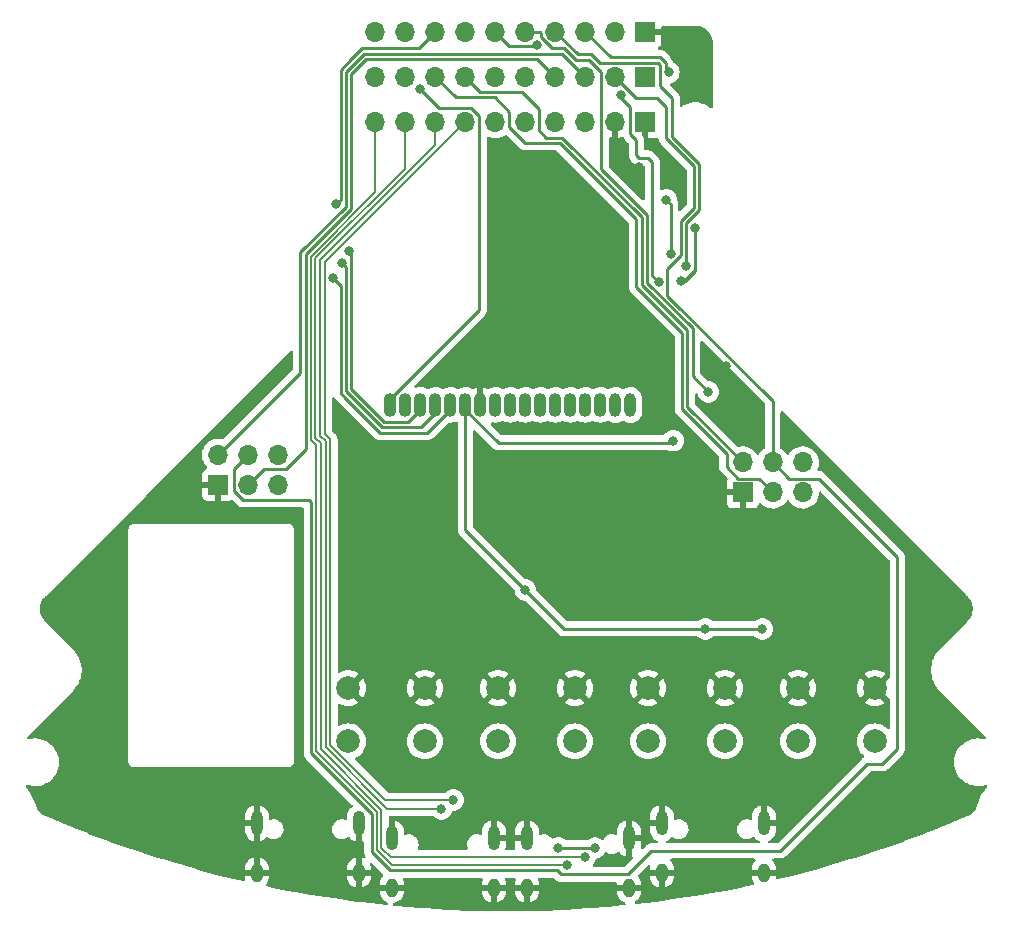
<source format=gbr>
%TF.GenerationSoftware,KiCad,Pcbnew,(6.0.5)*%
%TF.CreationDate,2022-10-18T22:35:11+09:00*%
%TF.ProjectId,IO_Board,494f5f42-6f61-4726-942e-6b696361645f,rev?*%
%TF.SameCoordinates,Original*%
%TF.FileFunction,Copper,L2,Bot*%
%TF.FilePolarity,Positive*%
%FSLAX46Y46*%
G04 Gerber Fmt 4.6, Leading zero omitted, Abs format (unit mm)*
G04 Created by KiCad (PCBNEW (6.0.5)) date 2022-10-18 22:35:11*
%MOMM*%
%LPD*%
G01*
G04 APERTURE LIST*
%TA.AperFunction,ComponentPad*%
%ADD10C,2.000000*%
%TD*%
%TA.AperFunction,ComponentPad*%
%ADD11R,1.700000X1.700000*%
%TD*%
%TA.AperFunction,ComponentPad*%
%ADD12O,1.700000X1.700000*%
%TD*%
%TA.AperFunction,ComponentPad*%
%ADD13O,1.000000X1.600000*%
%TD*%
%TA.AperFunction,ComponentPad*%
%ADD14O,1.000000X2.100000*%
%TD*%
%TA.AperFunction,ComponentPad*%
%ADD15O,1.100000X2.000000*%
%TD*%
%TA.AperFunction,ComponentPad*%
%ADD16O,1.000000X2.000000*%
%TD*%
%TA.AperFunction,ViaPad*%
%ADD17C,0.800000*%
%TD*%
%TA.AperFunction,Conductor*%
%ADD18C,0.250000*%
%TD*%
%TA.AperFunction,Conductor*%
%ADD19C,0.200000*%
%TD*%
G04 APERTURE END LIST*
D10*
%TO.P,R,1*%
%TO.N,GND*%
X176765000Y-132775000D03*
X183265000Y-132775000D03*
%TO.P,R,2*%
%TO.N,R*%
X183265000Y-137275000D03*
X176765000Y-137275000D03*
%TD*%
D11*
%TO.P,J3,1,Pin_1*%
%TO.N,GND*%
X163825000Y-84836000D03*
D12*
%TO.P,J3,2,Pin_2*%
X161285000Y-84836000D03*
%TO.P,J3,3,Pin_3*%
%TO.N,Gyro D+*%
X158745000Y-84836000D03*
%TO.P,J3,4,Pin_4*%
%TO.N,Gyro D-*%
X156205000Y-84836000D03*
%TO.P,J3,5,Pin_5*%
%TO.N,Line D+*%
X153665000Y-84836000D03*
%TO.P,J3,6,Pin_6*%
%TO.N,Line D-*%
X151125000Y-84836000D03*
%TO.P,J3,7,Pin_7*%
%TO.N,Teensy D+*%
X148585000Y-84836000D03*
%TO.P,J3,8,Pin_8*%
%TO.N,Teensy D-*%
X146045000Y-84836000D03*
%TO.P,J3,9,Pin_9*%
%TO.N,Cam D+*%
X143505000Y-84836000D03*
%TO.P,J3,10,Pin_10*%
%TO.N,Cam D-*%
X140965000Y-84836000D03*
%TD*%
D13*
%TO.P,J4,S1,SHIELD*%
%TO.N,GND*%
X162435000Y-149665000D03*
D14*
X153795000Y-145485000D03*
X162435000Y-145485000D03*
D13*
X153795000Y-149665000D03*
%TD*%
D11*
%TO.P,J9,1,Pin_1*%
%TO.N,GND*%
X172085000Y-116205000D03*
D12*
%TO.P,J9,2,Pin_2*%
%TO.N,Reset 2*%
X172085000Y-113665000D03*
%TO.P,J9,3,Pin_3*%
%TO.N,MISO 2*%
X174625000Y-116205000D03*
%TO.P,J9,4,Pin_4*%
%TO.N,+5V*%
X174625000Y-113665000D03*
%TO.P,J9,5,Pin_5*%
%TO.N,SCK 2*%
X177165000Y-116205000D03*
%TO.P,J9,6,Pin_6*%
%TO.N,MOSI 2*%
X177165000Y-113665000D03*
%TD*%
D10*
%TO.P,START,1*%
%TO.N,GND*%
X157865000Y-132775000D03*
X151365000Y-132775000D03*
%TO.P,START,2*%
%TO.N,start*%
X157865000Y-137275000D03*
X151365000Y-137275000D03*
%TD*%
D11*
%TO.P,J2,1,Pin_1*%
%TO.N,GND*%
X127650000Y-115575000D03*
D12*
%TO.P,J2,2,Pin_2*%
%TO.N,Reset 1*%
X127650000Y-113035000D03*
%TO.P,J2,3,Pin_3*%
%TO.N,MISO 1*%
X130190000Y-115575000D03*
%TO.P,J2,4,Pin_4*%
%TO.N,+5V*%
X130190000Y-113035000D03*
%TO.P,J2,5,Pin_5*%
%TO.N,SCK 1*%
X132730000Y-115575000D03*
%TO.P,J2,6,Pin_6*%
%TO.N,MOSI 1*%
X132730000Y-113035000D03*
%TD*%
D13*
%TO.P,J10,S1,SHIELD*%
%TO.N,GND*%
X130935000Y-148395000D03*
X139575000Y-148395000D03*
D14*
X139575000Y-144215000D03*
X130935000Y-144215000D03*
%TD*%
D15*
%TO.P,J6,1,Pin_1*%
%TO.N,CS*%
X142240000Y-108785000D03*
%TO.P,J6,2,Pin_2*%
%TO.N,unconnected-(J6-Pad2)*%
X143510000Y-108785000D03*
%TO.P,J6,3,Pin_3*%
%TO.N,RS*%
X144780000Y-108785000D03*
%TO.P,J6,4,Pin_4*%
%TO.N,SCK*%
X146050000Y-108785000D03*
%TO.P,J6,5,Pin_5*%
%TO.N,MOSI*%
X147320000Y-108785000D03*
%TO.P,J6,6,Pin_6*%
%TO.N,+3V3*%
X148590000Y-108785000D03*
%TO.P,J6,7,Pin_7*%
%TO.N,GND*%
X149860000Y-108785000D03*
%TO.P,J6,8,Pin_8*%
%TO.N,Net-(C3-Pad2)*%
X151130000Y-108785000D03*
%TO.P,J6,9,Pin_9*%
%TO.N,Net-(C5-Pad1)*%
X152400000Y-108785000D03*
%TO.P,J6,10,Pin_10*%
%TO.N,Net-(C5-Pad2)*%
X153670000Y-108785000D03*
%TO.P,J6,11,Pin_11*%
%TO.N,Net-(C6-Pad1)*%
X154940000Y-108785000D03*
%TO.P,J6,12,Pin_12*%
%TO.N,Net-(C6-Pad2)*%
X156210000Y-108785000D03*
%TO.P,J6,13,Pin_13*%
%TO.N,Net-(C7-Pad2)*%
X157480000Y-108785000D03*
%TO.P,J6,14,Pin_14*%
%TO.N,Net-(C8-Pad2)*%
X158750000Y-108785000D03*
%TO.P,J6,15,Pin_15*%
%TO.N,Net-(C10-Pad2)*%
X160020000Y-108785000D03*
D16*
%TO.P,J6,16,Pin_16*%
%TO.N,Net-(C11-Pad2)*%
X161290000Y-108795000D03*
%TO.P,J6,17,Pin_17*%
%TO.N,Net-(C12-Pad2)*%
X162560000Y-108795000D03*
%TD*%
D10*
%TO.P,L,1*%
%TO.N,GND*%
X145165000Y-132775000D03*
X138665000Y-132775000D03*
%TO.P,L,2*%
%TO.N,L*%
X138665000Y-137275000D03*
X145165000Y-137275000D03*
%TD*%
%TO.P,STOP,1*%
%TO.N,GND*%
X164065000Y-132775000D03*
X170565000Y-132775000D03*
%TO.P,STOP,2*%
%TO.N,stop*%
X170565000Y-137275000D03*
X164065000Y-137275000D03*
%TD*%
D14*
%TO.P,J7,S1,SHIELD*%
%TO.N,GND*%
X165225000Y-144215000D03*
D13*
X173865000Y-148395000D03*
X165225000Y-148395000D03*
D14*
X173865000Y-144215000D03*
%TD*%
D11*
%TO.P,J5,1,Pin_1*%
%TO.N,GND*%
X163830000Y-77216000D03*
D12*
%TO.P,J5,2,Pin_2*%
%TO.N,+3V3*%
X161290000Y-77216000D03*
%TO.P,J5,3,Pin_3*%
%TO.N,start*%
X158750000Y-77216000D03*
%TO.P,J5,4,Pin_4*%
%TO.N,stop*%
X156210000Y-77216000D03*
%TO.P,J5,5,Pin_5*%
%TO.N,R*%
X153670000Y-77216000D03*
%TO.P,J5,6,Pin_6*%
%TO.N,L*%
X151130000Y-77216000D03*
%TO.P,J5,7,Pin_7*%
%TO.N,CS*%
X148590000Y-77216000D03*
%TO.P,J5,8,Pin_8*%
%TO.N,MOSI*%
X146050000Y-77216000D03*
%TO.P,J5,9,Pin_9*%
%TO.N,RS*%
X143510000Y-77216000D03*
%TO.P,J5,10,Pin_10*%
%TO.N,SCK*%
X140970000Y-77216000D03*
%TD*%
D11*
%TO.P,J8,1,Pin_1*%
%TO.N,GND*%
X163830000Y-81026000D03*
D12*
%TO.P,J8,2,Pin_2*%
%TO.N,+5V*%
X161290000Y-81026000D03*
%TO.P,J8,3,Pin_3*%
%TO.N,Reset 1*%
X158750000Y-81026000D03*
%TO.P,J8,4,Pin_4*%
%TO.N,MISO 1*%
X156210000Y-81026000D03*
%TO.P,J8,5,Pin_5*%
%TO.N,MOSI 1*%
X153670000Y-81026000D03*
%TO.P,J8,6,Pin_6*%
%TO.N,SCK 1*%
X151130000Y-81026000D03*
%TO.P,J8,7,Pin_7*%
%TO.N,Reset 2*%
X148590000Y-81026000D03*
%TO.P,J8,8,Pin_8*%
%TO.N,MISO 2*%
X146050000Y-81026000D03*
%TO.P,J8,9,Pin_9*%
%TO.N,MOSI 2*%
X143510000Y-81026000D03*
%TO.P,J8,10,Pin_10*%
%TO.N,SCK 2*%
X140970000Y-81026000D03*
%TD*%
D13*
%TO.P,J1,S1,SHIELD*%
%TO.N,GND*%
X151005000Y-149665000D03*
D14*
X151005000Y-145485000D03*
D13*
X142365000Y-149665000D03*
D14*
X142365000Y-145485000D03*
%TD*%
D17*
%TO.N,start*%
X165621342Y-91426658D03*
X165966201Y-95985247D03*
X165824500Y-80645000D03*
%TO.N,GND*%
X164592000Y-86614000D03*
X167386000Y-136144000D03*
X133350000Y-105410000D03*
X163322000Y-88646000D03*
X164338000Y-124206000D03*
X153924000Y-116586000D03*
X166370000Y-79375000D03*
X145542000Y-122174000D03*
X123952000Y-116586000D03*
X163830000Y-117602000D03*
X152654000Y-98298000D03*
X158242000Y-149860000D03*
X166878000Y-89662000D03*
X160020000Y-99568000D03*
X142494000Y-136144000D03*
X128524000Y-110490000D03*
X140716000Y-114046000D03*
X180594000Y-115316000D03*
X153670000Y-102108000D03*
X161290000Y-86868000D03*
X167640000Y-77470000D03*
X168148000Y-82296000D03*
X135255000Y-148590000D03*
X145288000Y-113792000D03*
X183896000Y-118618000D03*
X156210000Y-87884000D03*
X152146000Y-91694000D03*
X160020000Y-94488000D03*
X140970000Y-122174000D03*
X180340000Y-136144000D03*
X158750000Y-124714000D03*
X146812000Y-149606000D03*
X169672000Y-148590000D03*
X155194000Y-136144000D03*
X170621278Y-105476722D03*
%TO.N,stop*%
X167302981Y-97028000D03*
%TO.N,+3V3*%
X168910000Y-127762000D03*
X166853461Y-98298000D03*
X166184158Y-111828158D03*
X153670000Y-124460000D03*
X173736000Y-127762000D03*
X168034342Y-93839658D03*
%TO.N,R*%
X169164000Y-107696000D03*
%TO.N,L*%
X161798830Y-82548954D03*
X164978018Y-98419982D03*
X154622149Y-78313757D03*
%TO.N,Teensy D+*%
X147574000Y-142240000D03*
%TO.N,Teensy D-*%
X146558000Y-143002000D03*
%TO.N,Cam D+*%
X158750000Y-147066000D03*
%TO.N,Cam D-*%
X157226000Y-147765500D03*
%TO.N,unconnected-(J4-PadA4)*%
X156464000Y-146304000D03*
X159564500Y-146304000D03*
%TO.N,CS*%
X144780000Y-82042000D03*
%TO.N,MOSI*%
X137392100Y-98044000D03*
X137644596Y-91820708D03*
%TO.N,RS*%
X138779980Y-95758000D03*
%TO.N,SCK*%
X138176000Y-96774000D03*
%TD*%
D18*
%TO.N,start*%
X165824500Y-80645000D02*
X165549520Y-80370020D01*
X165549520Y-79823802D02*
X165100718Y-79375000D01*
X165100718Y-79375000D02*
X160909000Y-79375000D01*
X160909000Y-79375000D02*
X158750000Y-77216000D01*
X165549520Y-80370020D02*
X165549520Y-79823802D01*
X165621342Y-91426658D02*
X165966201Y-91771517D01*
X165966201Y-91771517D02*
X165966201Y-95985247D01*
%TO.N,stop*%
X159009379Y-79115621D02*
X159253339Y-79115621D01*
X166116000Y-86106000D02*
X168402000Y-88392000D01*
X158111057Y-79115621D02*
X158490621Y-79115621D01*
X168402000Y-92289962D02*
X167302981Y-93388981D01*
X165100000Y-81788000D02*
X166116000Y-82804000D01*
X167302981Y-93388981D02*
X167302981Y-97028000D01*
X159989207Y-79851489D02*
X164941489Y-79851489D01*
X156211436Y-77216000D02*
X158111057Y-79115621D01*
X166116000Y-82804000D02*
X166116000Y-86106000D01*
X164941489Y-79851489D02*
X165100000Y-80010000D01*
X158490621Y-79115621D02*
X159009379Y-79115621D01*
X159253339Y-79115621D02*
X159989207Y-79851489D01*
X168402000Y-88392000D02*
X168402000Y-92289962D01*
X165100000Y-80010000D02*
X165100000Y-81788000D01*
X156210000Y-77216000D02*
X156211436Y-77216000D01*
%TO.N,+3V3*%
X168910000Y-127762000D02*
X156972000Y-127762000D01*
X166853461Y-98298000D02*
X167132000Y-98298000D01*
X166184158Y-111828158D02*
X165998316Y-112014000D01*
X167132000Y-98298000D02*
X168034342Y-97395658D01*
X148590000Y-119380000D02*
X148590000Y-108285000D01*
X148590000Y-109201758D02*
X148590000Y-108285000D01*
X166853461Y-98298000D02*
X167158684Y-98298000D01*
X173736000Y-127762000D02*
X168910000Y-127762000D01*
X151402242Y-112014000D02*
X148590000Y-109201758D01*
X168034342Y-97422342D02*
X168034342Y-93839658D01*
X156972000Y-127762000D02*
X153670000Y-124460000D01*
X153670000Y-124460000D02*
X148590000Y-119380000D01*
X167158684Y-98298000D02*
X168034342Y-97422342D01*
X165998316Y-112014000D02*
X151402242Y-112014000D01*
%TO.N,R*%
X167835520Y-106367520D02*
X169164000Y-107696000D01*
X156962678Y-78602960D02*
X157924859Y-79565141D01*
X154940000Y-77216000D02*
X154998495Y-77274495D01*
X163967040Y-98433604D02*
X167835520Y-102302084D01*
X163967040Y-92719324D02*
X163967040Y-98433604D01*
X153670000Y-77216000D02*
X154940000Y-77216000D01*
X160110489Y-88862772D02*
X163967040Y-92719324D01*
X154998495Y-77665505D02*
X155935950Y-78602960D01*
X154998495Y-77274495D02*
X154998495Y-77665505D01*
X155935950Y-78602960D02*
X156962678Y-78602960D01*
X159067141Y-79565141D02*
X160110489Y-80608489D01*
X160110489Y-80608489D02*
X160110489Y-88862772D01*
X157924859Y-79565141D02*
X159067141Y-79565141D01*
X167835520Y-102302084D02*
X167835520Y-106367520D01*
%TO.N,L*%
X163068000Y-87630000D02*
X163068000Y-86360000D01*
X162560000Y-83566000D02*
X161798830Y-82804830D01*
X154545395Y-78390511D02*
X154622149Y-78313757D01*
X152304511Y-78390511D02*
X154545395Y-78390511D01*
X162560000Y-85852000D02*
X162560000Y-83566000D01*
X163322000Y-87884000D02*
X163068000Y-87630000D01*
X164416560Y-97858524D02*
X164416560Y-88216560D01*
X161798830Y-82804830D02*
X161798830Y-82548954D01*
X164978018Y-98419982D02*
X164416560Y-97858524D01*
X164084000Y-87884000D02*
X163322000Y-87884000D01*
X164416560Y-88216560D02*
X164084000Y-87884000D01*
X151130000Y-77216000D02*
X152304511Y-78390511D01*
X163068000Y-86360000D02*
X162560000Y-85852000D01*
D19*
%TO.N,Teensy D+*%
X136692600Y-111232698D02*
X137160000Y-111700098D01*
X137160000Y-111700098D02*
X137160000Y-137607787D01*
X136692600Y-96728400D02*
X136692600Y-111232698D01*
X141792212Y-142240000D02*
X147574000Y-142240000D01*
X137160000Y-137607787D02*
X141792212Y-142240000D01*
X148585000Y-84836000D02*
X136692600Y-96728400D01*
%TO.N,Teensy D-*%
X136760481Y-111865585D02*
X136760480Y-137773273D01*
X136293080Y-111398184D02*
X136760481Y-111865585D01*
X136293080Y-96562914D02*
X136293080Y-111398184D01*
X141989206Y-143002000D02*
X146558000Y-143002000D01*
X146045000Y-86810994D02*
X136293080Y-96562914D01*
X146045000Y-84836000D02*
X146045000Y-86810994D01*
X136760480Y-137773273D02*
X141989206Y-143002000D01*
D18*
%TO.N,Reset 1*%
X140021803Y-79052480D02*
X138488480Y-80585802D01*
X138488480Y-80585802D02*
X138488480Y-92001422D01*
X138488480Y-92001422D02*
X134620000Y-95869902D01*
X134620000Y-106065000D02*
X127650000Y-113035000D01*
X156776480Y-79052480D02*
X140021803Y-79052480D01*
X158750000Y-81026000D02*
X156776480Y-79052480D01*
X134620000Y-95869902D02*
X134620000Y-106065000D01*
%TO.N,MISO 1*%
X138938000Y-92187620D02*
X135069520Y-96056100D01*
X133440489Y-114209511D02*
X131555489Y-114209511D01*
X138938000Y-80772000D02*
X138938000Y-92187620D01*
X131555489Y-114209511D02*
X130190000Y-115575000D01*
X140208000Y-79502000D02*
X138938000Y-80772000D01*
X135069520Y-96056100D02*
X135069520Y-112463520D01*
X135128000Y-112522000D02*
X133440489Y-114209511D01*
X135069520Y-112463520D02*
X135128000Y-112522000D01*
X154686000Y-79502000D02*
X140208000Y-79502000D01*
X156210000Y-81026000D02*
X154686000Y-79502000D01*
%TO.N,+5V*%
X175990489Y-115030489D02*
X178530489Y-115030489D01*
X165702529Y-99533375D02*
X174625000Y-108455846D01*
X174625000Y-113665000D02*
X175990489Y-115030489D01*
X167952480Y-88578198D02*
X167952480Y-92103764D01*
X163078490Y-82804000D02*
X164846000Y-82804000D01*
X140653961Y-143397129D02*
X135536922Y-138280090D01*
X156668480Y-148540480D02*
X156318019Y-148190019D01*
X178530489Y-115030489D02*
X185166000Y-121666000D01*
X185166000Y-137922000D02*
X183896000Y-139192000D01*
X167952480Y-92103764D02*
X166853461Y-93202783D01*
X129793990Y-116840000D02*
X129015489Y-116061499D01*
X164338000Y-146558000D02*
X162355520Y-148540480D01*
X183896000Y-139192000D02*
X182626000Y-139192000D01*
X164846000Y-82804000D02*
X165608000Y-83566000D01*
X165702529Y-97273533D02*
X165702529Y-99533375D01*
X175260000Y-146558000D02*
X164338000Y-146558000D01*
X161290000Y-81026000D02*
X161300490Y-81026000D01*
X129015489Y-114209511D02*
X130190000Y-113035000D01*
X185166000Y-121666000D02*
X185166000Y-137922000D01*
X135536922Y-116994922D02*
X135382000Y-116840000D01*
X166853461Y-93202783D02*
X166853461Y-96122601D01*
X135536922Y-138280090D02*
X135536922Y-116994922D01*
X135382000Y-116840000D02*
X129793990Y-116840000D01*
X161300490Y-81026000D02*
X163078490Y-82804000D01*
X166853461Y-96122601D02*
X165702529Y-97273533D01*
X156318019Y-148190019D02*
X142223959Y-148190019D01*
X162355520Y-148540480D02*
X156668480Y-148540480D01*
X165608000Y-83566000D02*
X165608000Y-86233718D01*
X129015489Y-116061499D02*
X129015489Y-114209511D01*
X182626000Y-139192000D02*
X175260000Y-146558000D01*
X142223959Y-148190019D02*
X140653961Y-146620021D01*
X165608000Y-86233718D02*
X167952480Y-88578198D01*
X174625000Y-108455846D02*
X174625000Y-113665000D01*
X140653961Y-146620021D02*
X140653961Y-143397129D01*
D19*
%TO.N,Cam D+*%
X143505000Y-88785988D02*
X135893560Y-96397428D01*
X143505000Y-84836000D02*
X143505000Y-88785988D01*
X142265308Y-147066000D02*
X158750000Y-147066000D01*
X141478000Y-146278692D02*
X142265308Y-147066000D01*
X135893560Y-111563670D02*
X136360962Y-112031072D01*
X141478000Y-143055800D02*
X141478000Y-146278692D01*
X136360962Y-112031072D02*
X136360961Y-137938761D01*
X136360961Y-137938761D02*
X141478000Y-143055800D01*
X135893560Y-96397428D02*
X135893560Y-111563670D01*
%TO.N,Cam D-*%
X135494040Y-111729156D02*
X135961442Y-112196558D01*
X141078480Y-146444178D02*
X142399802Y-147765500D01*
X142399802Y-147765500D02*
X157226000Y-147765500D01*
X135494040Y-96231942D02*
X135494040Y-111729156D01*
X141078481Y-143221287D02*
X141078480Y-146444178D01*
X140965000Y-84836000D02*
X140965000Y-90760982D01*
X135961441Y-138104247D02*
X141078481Y-143221287D01*
X140965000Y-90760982D02*
X135494040Y-96231942D01*
X135961442Y-112196558D02*
X135961441Y-138104247D01*
D18*
%TO.N,unconnected-(J4-PadA4)*%
X156464000Y-146304000D02*
X159564500Y-146304000D01*
%TO.N,CS*%
X149071499Y-83661489D02*
X149759511Y-84349501D01*
X149759511Y-100765489D02*
X142240000Y-108285000D01*
X146399489Y-83661489D02*
X149071499Y-83661489D01*
X144780000Y-82042000D02*
X146399489Y-83661489D01*
X149759511Y-84349501D02*
X149759511Y-100765489D01*
%TO.N,MOSI*%
X145386718Y-111135040D02*
X147320000Y-109201758D01*
X138038960Y-107814395D02*
X138429283Y-108204717D01*
X146050000Y-77216000D02*
X144663040Y-78602960D01*
X138038960Y-98690860D02*
X138038960Y-107814395D01*
X138038960Y-91426344D02*
X137644596Y-91820708D01*
X147320000Y-109201758D02*
X147320000Y-108285000D01*
X138038960Y-80399604D02*
X138038960Y-85852000D01*
X138038960Y-85852000D02*
X138038960Y-91426344D01*
X138429283Y-108204717D02*
X141359606Y-111135040D01*
X139835605Y-78602960D02*
X138937282Y-79501282D01*
X144663040Y-78602960D02*
X139835605Y-78602960D01*
X141359606Y-111135040D02*
X145386718Y-111135040D01*
X137392100Y-98044000D02*
X138038960Y-98690860D01*
X138937282Y-79501282D02*
X138038960Y-80399604D01*
%TO.N,RS*%
X141732000Y-110236000D02*
X143745758Y-110236000D01*
X138779980Y-95758000D02*
X138938000Y-95916020D01*
X138938000Y-107442000D02*
X141732000Y-110236000D01*
X138938000Y-95916020D02*
X138938000Y-107442000D01*
X143745758Y-110236000D02*
X144780000Y-109201758D01*
X144780000Y-109201758D02*
X144780000Y-108285000D01*
%TO.N,SCK*%
X138176000Y-96774000D02*
X138488480Y-97086480D01*
X138488480Y-107628198D02*
X141545803Y-110685520D01*
X144838480Y-110685520D02*
X146050000Y-109474000D01*
X146050000Y-109474000D02*
X146050000Y-108285000D01*
X138488480Y-97086480D02*
X138488480Y-107628198D01*
X141545803Y-110685520D02*
X144838480Y-110685520D01*
%TO.N,Reset 2*%
X154839511Y-85555991D02*
X155448000Y-86164480D01*
X167386000Y-108966000D02*
X172085000Y-113665000D01*
X154839511Y-83719511D02*
X154839511Y-85555991D01*
X163517520Y-92905521D02*
X163517520Y-98619802D01*
X148590000Y-81026000D02*
X149860000Y-82296000D01*
X156776479Y-86164480D02*
X163517520Y-92905521D01*
X167386000Y-102488282D02*
X167386000Y-108966000D01*
X149860000Y-82296000D02*
X153416000Y-82296000D01*
X153416000Y-82296000D02*
X154839511Y-83719511D01*
X163517520Y-98619802D02*
X167386000Y-102488282D01*
X155448000Y-86164480D02*
X156776479Y-86164480D01*
%TO.N,MISO 2*%
X152299511Y-83973511D02*
X152299511Y-85243511D01*
X173450489Y-115030489D02*
X174625000Y-116205000D01*
X152299511Y-85243511D02*
X153670000Y-86614000D01*
X163068000Y-98806000D02*
X166936480Y-102674480D01*
X166936480Y-102674480D02*
X166936480Y-109152197D01*
X147769520Y-82745520D02*
X151071520Y-82745520D01*
X153670000Y-86614000D02*
X156590282Y-86614000D01*
X166936480Y-109152197D02*
X170703756Y-112919474D01*
X146050000Y-81026000D02*
X147769520Y-82745520D01*
X163068000Y-93091718D02*
X163068000Y-98806000D01*
X171704000Y-115030489D02*
X173450489Y-115030489D01*
X156590282Y-86614000D02*
X163068000Y-93091718D01*
X170703756Y-114030244D02*
X171704000Y-115030489D01*
X151071520Y-82745520D02*
X152299511Y-83973511D01*
X170703756Y-112919474D02*
X170703756Y-114030244D01*
%TD*%
%TA.AperFunction,Conductor*%
%TO.N,GND*%
G36*
X133904532Y-104218825D02*
G01*
X133961368Y-104261372D01*
X133986179Y-104327892D01*
X133986500Y-104336881D01*
X133986500Y-105750406D01*
X133966498Y-105818527D01*
X133949595Y-105839501D01*
X128107345Y-111681750D01*
X128045033Y-111715776D01*
X127996154Y-111716702D01*
X127783373Y-111678800D01*
X127783367Y-111678799D01*
X127778284Y-111677894D01*
X127704452Y-111676992D01*
X127560081Y-111675228D01*
X127560079Y-111675228D01*
X127554911Y-111675165D01*
X127334091Y-111708955D01*
X127121756Y-111778357D01*
X126923607Y-111881507D01*
X126919474Y-111884610D01*
X126919471Y-111884612D01*
X126749100Y-112012530D01*
X126744965Y-112015635D01*
X126590629Y-112177138D01*
X126464743Y-112361680D01*
X126441967Y-112410747D01*
X126373263Y-112558758D01*
X126370688Y-112564305D01*
X126310989Y-112779570D01*
X126287251Y-113001695D01*
X126287548Y-113006848D01*
X126287548Y-113006851D01*
X126295512Y-113144973D01*
X126300110Y-113224715D01*
X126301247Y-113229761D01*
X126301248Y-113229767D01*
X126325304Y-113336508D01*
X126349222Y-113442639D01*
X126433266Y-113649616D01*
X126549987Y-113840088D01*
X126696250Y-114008938D01*
X126700225Y-114012238D01*
X126700231Y-114012244D01*
X126705425Y-114016556D01*
X126745059Y-114075460D01*
X126746555Y-114146441D01*
X126709439Y-114206962D01*
X126669168Y-114231480D01*
X126561946Y-114271676D01*
X126546351Y-114280214D01*
X126444276Y-114356715D01*
X126431715Y-114369276D01*
X126355214Y-114471351D01*
X126346676Y-114486946D01*
X126301522Y-114607394D01*
X126297895Y-114622649D01*
X126292369Y-114673514D01*
X126292000Y-114680328D01*
X126292000Y-115302885D01*
X126296475Y-115318124D01*
X126297865Y-115319329D01*
X126305548Y-115321000D01*
X127778000Y-115321000D01*
X127846121Y-115341002D01*
X127892614Y-115394658D01*
X127904000Y-115447000D01*
X127904000Y-116914884D01*
X127908475Y-116930123D01*
X127909865Y-116931328D01*
X127917548Y-116932999D01*
X128544669Y-116932999D01*
X128551490Y-116932629D01*
X128602352Y-116927105D01*
X128617604Y-116923479D01*
X128738059Y-116878322D01*
X128753642Y-116869791D01*
X128765820Y-116860664D01*
X128832326Y-116835816D01*
X128901709Y-116850868D01*
X128930481Y-116872395D01*
X129290333Y-117232247D01*
X129297877Y-117240537D01*
X129301990Y-117247018D01*
X129307767Y-117252443D01*
X129351657Y-117293658D01*
X129354499Y-117296413D01*
X129374221Y-117316135D01*
X129377345Y-117318558D01*
X129377349Y-117318562D01*
X129377414Y-117318612D01*
X129386435Y-117326317D01*
X129418669Y-117356586D01*
X129425617Y-117360405D01*
X129425619Y-117360407D01*
X129436422Y-117366346D01*
X129452949Y-117377202D01*
X129462688Y-117384757D01*
X129462690Y-117384758D01*
X129468950Y-117389614D01*
X129509530Y-117407174D01*
X129520178Y-117412391D01*
X129558930Y-117433695D01*
X129566606Y-117435666D01*
X129566609Y-117435667D01*
X129578552Y-117438733D01*
X129597257Y-117445137D01*
X129615845Y-117453181D01*
X129623668Y-117454420D01*
X129623678Y-117454423D01*
X129659514Y-117460099D01*
X129671134Y-117462505D01*
X129706279Y-117471528D01*
X129713960Y-117473500D01*
X129734214Y-117473500D01*
X129753924Y-117475051D01*
X129773933Y-117478220D01*
X129781825Y-117477474D01*
X129807457Y-117475051D01*
X129817952Y-117474059D01*
X129829809Y-117473500D01*
X134777422Y-117473500D01*
X134845543Y-117493502D01*
X134892036Y-117547158D01*
X134903422Y-117599500D01*
X134903422Y-138201323D01*
X134902895Y-138212506D01*
X134901220Y-138219999D01*
X134901469Y-138227925D01*
X134901469Y-138227926D01*
X134903360Y-138288076D01*
X134903422Y-138292035D01*
X134903422Y-138319946D01*
X134903919Y-138323880D01*
X134903919Y-138323881D01*
X134903927Y-138323946D01*
X134904860Y-138335783D01*
X134906249Y-138379979D01*
X134911900Y-138399429D01*
X134915909Y-138418790D01*
X134916777Y-138425657D01*
X134918448Y-138438887D01*
X134921367Y-138446258D01*
X134921367Y-138446260D01*
X134934726Y-138480002D01*
X134938571Y-138491232D01*
X134942391Y-138504381D01*
X134950904Y-138533683D01*
X134954937Y-138540502D01*
X134954939Y-138540507D01*
X134961215Y-138551118D01*
X134969910Y-138568866D01*
X134977370Y-138587707D01*
X134982032Y-138594123D01*
X134982032Y-138594124D01*
X135003358Y-138623477D01*
X135009874Y-138633397D01*
X135027271Y-138662813D01*
X135032380Y-138671452D01*
X135046701Y-138685773D01*
X135059541Y-138700806D01*
X135071450Y-138717197D01*
X135090110Y-138732634D01*
X135105527Y-138745388D01*
X135114306Y-138753378D01*
X139008672Y-142647745D01*
X139042697Y-142710055D01*
X139037632Y-142780870D01*
X138998528Y-142835035D01*
X138871127Y-142937468D01*
X138862368Y-142946046D01*
X138743222Y-143088039D01*
X138736292Y-143098159D01*
X138646998Y-143260585D01*
X138642166Y-143271858D01*
X138586120Y-143448538D01*
X138583570Y-143460532D01*
X138567393Y-143604761D01*
X138567000Y-143611785D01*
X138567000Y-143797974D01*
X138546998Y-143866095D01*
X138493342Y-143912588D01*
X138423068Y-143922692D01*
X138413514Y-143920939D01*
X138243506Y-143882938D01*
X138243499Y-143882937D01*
X138238457Y-143881810D01*
X138232912Y-143881500D01*
X138099756Y-143881500D01*
X137964963Y-143896143D01*
X137858289Y-143932043D01*
X137799796Y-143951728D01*
X137799794Y-143951729D01*
X137793325Y-143953906D01*
X137638095Y-144047177D01*
X137633138Y-144051865D01*
X137633135Y-144051867D01*
X137578329Y-144103695D01*
X137506515Y-144171607D01*
X137502683Y-144177245D01*
X137502680Y-144177249D01*
X137451740Y-144252205D01*
X137404723Y-144321388D01*
X137337470Y-144489534D01*
X137336356Y-144496262D01*
X137336355Y-144496266D01*
X137309007Y-144661461D01*
X137307892Y-144668198D01*
X137308249Y-144675015D01*
X137308249Y-144675019D01*
X137313151Y-144768539D01*
X137317370Y-144849047D01*
X137319181Y-144855620D01*
X137319181Y-144855623D01*
X137342551Y-144940466D01*
X137365461Y-145023641D01*
X137449922Y-145183836D01*
X137454327Y-145189049D01*
X137454330Y-145189053D01*
X137562406Y-145316943D01*
X137562410Y-145316947D01*
X137566813Y-145322157D01*
X137572237Y-145326304D01*
X137572238Y-145326305D01*
X137705257Y-145428006D01*
X137705261Y-145428009D01*
X137710678Y-145432150D01*
X137797372Y-145472576D01*
X137868631Y-145505805D01*
X137868634Y-145505806D01*
X137874808Y-145508685D01*
X137881456Y-145510171D01*
X137881459Y-145510172D01*
X137987421Y-145533857D01*
X138051543Y-145548190D01*
X138057088Y-145548500D01*
X138190244Y-145548500D01*
X138325037Y-145533857D01*
X138473323Y-145483953D01*
X138490204Y-145478272D01*
X138490206Y-145478271D01*
X138496675Y-145476094D01*
X138643038Y-145388151D01*
X138711727Y-145370212D01*
X138779214Y-145392259D01*
X138805572Y-145416519D01*
X138852397Y-145473933D01*
X138861041Y-145482637D01*
X139003856Y-145600784D01*
X139014027Y-145607644D01*
X139177076Y-145695804D01*
X139188381Y-145700556D01*
X139303692Y-145736250D01*
X139317795Y-145736456D01*
X139321000Y-145729701D01*
X139321000Y-144087000D01*
X139341002Y-144018879D01*
X139394658Y-143972386D01*
X139447000Y-143961000D01*
X139703000Y-143961000D01*
X139771121Y-143981002D01*
X139817614Y-144034658D01*
X139829000Y-144087000D01*
X139829000Y-145722924D01*
X139832973Y-145736455D01*
X139840770Y-145737576D01*
X139858886Y-145732244D01*
X139929882Y-145732198D01*
X139989633Y-145770544D01*
X140019167Y-145835106D01*
X140020461Y-145853117D01*
X140020461Y-146541254D01*
X140019934Y-146552437D01*
X140018259Y-146559930D01*
X140018508Y-146567856D01*
X140018508Y-146567857D01*
X140020399Y-146628007D01*
X140020461Y-146631966D01*
X140020461Y-146659877D01*
X140020958Y-146663811D01*
X140020958Y-146663812D01*
X140020966Y-146663877D01*
X140021899Y-146675714D01*
X140023288Y-146719910D01*
X140028939Y-146739360D01*
X140032948Y-146758721D01*
X140035487Y-146778818D01*
X140038406Y-146786189D01*
X140038406Y-146786191D01*
X140051765Y-146819933D01*
X140055610Y-146831163D01*
X140065732Y-146866004D01*
X140067943Y-146873614D01*
X140071976Y-146880433D01*
X140071978Y-146880438D01*
X140078254Y-146891049D01*
X140086949Y-146908797D01*
X140094409Y-146927638D01*
X140099071Y-146934054D01*
X140099071Y-146934055D01*
X140120397Y-146963408D01*
X140126907Y-146973319D01*
X140134146Y-146985559D01*
X140151606Y-147054374D01*
X140129090Y-147121705D01*
X140073746Y-147166175D01*
X140003146Y-147173664D01*
X139976868Y-147165853D01*
X139961624Y-147159445D01*
X139846308Y-147123750D01*
X139832205Y-147123544D01*
X139829000Y-147130299D01*
X139829000Y-148122885D01*
X139833475Y-148138124D01*
X139834865Y-148139329D01*
X139842548Y-148141000D01*
X140564885Y-148141000D01*
X140580124Y-148136525D01*
X140581329Y-148135135D01*
X140583000Y-148127452D01*
X140583000Y-148048343D01*
X140582699Y-148042195D01*
X140569188Y-147904397D01*
X140566805Y-147892362D01*
X140511451Y-147709023D01*
X140514073Y-147708231D01*
X140507850Y-147649370D01*
X140539742Y-147585939D01*
X140600865Y-147549821D01*
X140671811Y-147552481D01*
X140720903Y-147582867D01*
X141630822Y-148492786D01*
X141664848Y-148555098D01*
X141659783Y-148625913D01*
X141638249Y-148662872D01*
X141533222Y-148788039D01*
X141526292Y-148798159D01*
X141436998Y-148960585D01*
X141432166Y-148971858D01*
X141376120Y-149148538D01*
X141373570Y-149160532D01*
X141357393Y-149304761D01*
X141357000Y-149311785D01*
X141357000Y-149392885D01*
X141361475Y-149408124D01*
X141362865Y-149409329D01*
X141370548Y-149411000D01*
X143354885Y-149411000D01*
X143370124Y-149406525D01*
X143371329Y-149405135D01*
X143373000Y-149397452D01*
X143373000Y-149318343D01*
X143372699Y-149312195D01*
X143359188Y-149174397D01*
X143356806Y-149162365D01*
X143303538Y-148985938D01*
X143302997Y-148914943D01*
X143340924Y-148854926D01*
X143405278Y-148824942D01*
X143424160Y-148823519D01*
X149947065Y-148823519D01*
X150015186Y-148843521D01*
X150061679Y-148897177D01*
X150071783Y-148967451D01*
X150067167Y-148987617D01*
X150016120Y-149148538D01*
X150013570Y-149160532D01*
X149997393Y-149304761D01*
X149997000Y-149311785D01*
X149997000Y-149392885D01*
X150001475Y-149408124D01*
X150002865Y-149409329D01*
X150010548Y-149411000D01*
X151994885Y-149411000D01*
X152010124Y-149406525D01*
X152011329Y-149405135D01*
X152013000Y-149397452D01*
X152013000Y-149318343D01*
X152012699Y-149312195D01*
X151999188Y-149174397D01*
X151996806Y-149162365D01*
X151943538Y-148985938D01*
X151942997Y-148914943D01*
X151980924Y-148854926D01*
X152045278Y-148824942D01*
X152064160Y-148823519D01*
X152737065Y-148823519D01*
X152805186Y-148843521D01*
X152851679Y-148897177D01*
X152861783Y-148967451D01*
X152857167Y-148987617D01*
X152806120Y-149148538D01*
X152803570Y-149160532D01*
X152787393Y-149304761D01*
X152787000Y-149311785D01*
X152787000Y-149392885D01*
X152791475Y-149408124D01*
X152792865Y-149409329D01*
X152800548Y-149411000D01*
X154784885Y-149411000D01*
X154800124Y-149406525D01*
X154801329Y-149405135D01*
X154803000Y-149397452D01*
X154803000Y-149318343D01*
X154802699Y-149312195D01*
X154789188Y-149174397D01*
X154786806Y-149162365D01*
X154733538Y-148985938D01*
X154732997Y-148914943D01*
X154770924Y-148854926D01*
X154835278Y-148824942D01*
X154854160Y-148823519D01*
X156003425Y-148823519D01*
X156071546Y-148843521D01*
X156092520Y-148860424D01*
X156164823Y-148932727D01*
X156172367Y-148941017D01*
X156176480Y-148947498D01*
X156182257Y-148952923D01*
X156226147Y-148994138D01*
X156228989Y-148996893D01*
X156248711Y-149016615D01*
X156251853Y-149019052D01*
X156251913Y-149019099D01*
X156260925Y-149026797D01*
X156278914Y-149043689D01*
X156293159Y-149057066D01*
X156300102Y-149060883D01*
X156310911Y-149066825D01*
X156327433Y-149077678D01*
X156343439Y-149090094D01*
X156350717Y-149093244D01*
X156350718Y-149093244D01*
X156384017Y-149107654D01*
X156394667Y-149112871D01*
X156433420Y-149134175D01*
X156441095Y-149136146D01*
X156441096Y-149136146D01*
X156453042Y-149139213D01*
X156471747Y-149145617D01*
X156490335Y-149153661D01*
X156498158Y-149154900D01*
X156498168Y-149154903D01*
X156534004Y-149160579D01*
X156545624Y-149162985D01*
X156577439Y-149171153D01*
X156588450Y-149173980D01*
X156608704Y-149173980D01*
X156628414Y-149175531D01*
X156648423Y-149178700D01*
X156656315Y-149177954D01*
X156692441Y-149174539D01*
X156704299Y-149173980D01*
X161301463Y-149173980D01*
X161369584Y-149193982D01*
X161416077Y-149247638D01*
X161427267Y-149307014D01*
X161427000Y-149311789D01*
X161427000Y-149392885D01*
X161431475Y-149408124D01*
X161432865Y-149409329D01*
X161440548Y-149411000D01*
X163424885Y-149411000D01*
X163440124Y-149406525D01*
X163441329Y-149405135D01*
X163443000Y-149397452D01*
X163443000Y-149318343D01*
X163442699Y-149312195D01*
X163429188Y-149174397D01*
X163426805Y-149162362D01*
X163373233Y-148984924D01*
X163368559Y-148973584D01*
X163281540Y-148809923D01*
X163274752Y-148799706D01*
X163227408Y-148741657D01*
X164217000Y-148741657D01*
X164217301Y-148747805D01*
X164230812Y-148885603D01*
X164233195Y-148897638D01*
X164286767Y-149075076D01*
X164291441Y-149086416D01*
X164378460Y-149250077D01*
X164385249Y-149260294D01*
X164502397Y-149403933D01*
X164511041Y-149412637D01*
X164653856Y-149530784D01*
X164664027Y-149537644D01*
X164827076Y-149625804D01*
X164838381Y-149630556D01*
X164953692Y-149666250D01*
X164967795Y-149666456D01*
X164971000Y-149659701D01*
X164971000Y-149652924D01*
X165479000Y-149652924D01*
X165482973Y-149666455D01*
X165490768Y-149667575D01*
X165598521Y-149635862D01*
X165609889Y-149631269D01*
X165774154Y-149545393D01*
X165784415Y-149538679D01*
X165928873Y-149422532D01*
X165937632Y-149413954D01*
X166056778Y-149271961D01*
X166063708Y-149261841D01*
X166153002Y-149099415D01*
X166157834Y-149088142D01*
X166213880Y-148911462D01*
X166216430Y-148899468D01*
X166232607Y-148755239D01*
X166233000Y-148748215D01*
X166233000Y-148667115D01*
X166228525Y-148651876D01*
X166227135Y-148650671D01*
X166219452Y-148649000D01*
X165497115Y-148649000D01*
X165481876Y-148653475D01*
X165480671Y-148654865D01*
X165479000Y-148662548D01*
X165479000Y-149652924D01*
X164971000Y-149652924D01*
X164971000Y-148667115D01*
X164966525Y-148651876D01*
X164965135Y-148650671D01*
X164957452Y-148649000D01*
X164235115Y-148649000D01*
X164219876Y-148653475D01*
X164218671Y-148654865D01*
X164217000Y-148662548D01*
X164217000Y-148741657D01*
X163227408Y-148741657D01*
X163219781Y-148732306D01*
X163192227Y-148666875D01*
X163204422Y-148596933D01*
X163228329Y-148563575D01*
X164022462Y-147769442D01*
X164084773Y-147735417D01*
X164155588Y-147740482D01*
X164212424Y-147783029D01*
X164237235Y-147849549D01*
X164234803Y-147884734D01*
X164233570Y-147890534D01*
X164217393Y-148034761D01*
X164217000Y-148041785D01*
X164217000Y-148122885D01*
X164221475Y-148138124D01*
X164222865Y-148139329D01*
X164230548Y-148141000D01*
X166214885Y-148141000D01*
X166230124Y-148136525D01*
X166231329Y-148135135D01*
X166233000Y-148127452D01*
X166233000Y-148048343D01*
X166232699Y-148042195D01*
X166219188Y-147904397D01*
X166216805Y-147892362D01*
X166163233Y-147714924D01*
X166158559Y-147703584D01*
X166071540Y-147539923D01*
X166064751Y-147529706D01*
X165956630Y-147397136D01*
X165929076Y-147331704D01*
X165941271Y-147261763D01*
X165989344Y-147209518D01*
X166054273Y-147191500D01*
X173037012Y-147191500D01*
X173105133Y-147211502D01*
X173151626Y-147265158D01*
X173161730Y-147335432D01*
X173133534Y-147398491D01*
X173033222Y-147518039D01*
X173026292Y-147528159D01*
X172936998Y-147690585D01*
X172932166Y-147701858D01*
X172876120Y-147878538D01*
X172873570Y-147890532D01*
X172857393Y-148034761D01*
X172857000Y-148041785D01*
X172857000Y-148122885D01*
X172861475Y-148138124D01*
X172862865Y-148139329D01*
X172870548Y-148141000D01*
X174854885Y-148141000D01*
X174870124Y-148136525D01*
X174871329Y-148135135D01*
X174873000Y-148127452D01*
X174873000Y-148048343D01*
X174872699Y-148042195D01*
X174859188Y-147904397D01*
X174856805Y-147892362D01*
X174803233Y-147714924D01*
X174798559Y-147703584D01*
X174711540Y-147539923D01*
X174704751Y-147529706D01*
X174596630Y-147397136D01*
X174569076Y-147331704D01*
X174581271Y-147261763D01*
X174629344Y-147209518D01*
X174694273Y-147191500D01*
X175181233Y-147191500D01*
X175192416Y-147192027D01*
X175199909Y-147193702D01*
X175207835Y-147193453D01*
X175207836Y-147193453D01*
X175267986Y-147191562D01*
X175271945Y-147191500D01*
X175299856Y-147191500D01*
X175303791Y-147191003D01*
X175303856Y-147190995D01*
X175315693Y-147190062D01*
X175347951Y-147189048D01*
X175351970Y-147188922D01*
X175359889Y-147188673D01*
X175379343Y-147183021D01*
X175398700Y-147179013D01*
X175410930Y-147177468D01*
X175410931Y-147177468D01*
X175418797Y-147176474D01*
X175426168Y-147173555D01*
X175426170Y-147173555D01*
X175459912Y-147160196D01*
X175471142Y-147156351D01*
X175505983Y-147146229D01*
X175505984Y-147146229D01*
X175513593Y-147144018D01*
X175520412Y-147139985D01*
X175520417Y-147139983D01*
X175531028Y-147133707D01*
X175548776Y-147125012D01*
X175567617Y-147117552D01*
X175603387Y-147091564D01*
X175613307Y-147085048D01*
X175644535Y-147066580D01*
X175644538Y-147066578D01*
X175651362Y-147062542D01*
X175665683Y-147048221D01*
X175680717Y-147035380D01*
X175682373Y-147034177D01*
X175697107Y-147023472D01*
X175725298Y-146989395D01*
X175733288Y-146980616D01*
X182851500Y-139862405D01*
X182913812Y-139828379D01*
X182940595Y-139825500D01*
X183817233Y-139825500D01*
X183828416Y-139826027D01*
X183835909Y-139827702D01*
X183843835Y-139827453D01*
X183843836Y-139827453D01*
X183903986Y-139825562D01*
X183907945Y-139825500D01*
X183935856Y-139825500D01*
X183939791Y-139825003D01*
X183939856Y-139824995D01*
X183951693Y-139824062D01*
X183983951Y-139823048D01*
X183987970Y-139822922D01*
X183995889Y-139822673D01*
X184015343Y-139817021D01*
X184034700Y-139813013D01*
X184046930Y-139811468D01*
X184046931Y-139811468D01*
X184054797Y-139810474D01*
X184062168Y-139807555D01*
X184062170Y-139807555D01*
X184095912Y-139794196D01*
X184107142Y-139790351D01*
X184141983Y-139780229D01*
X184141984Y-139780229D01*
X184149593Y-139778018D01*
X184156412Y-139773985D01*
X184156417Y-139773983D01*
X184167028Y-139767707D01*
X184184776Y-139759012D01*
X184203617Y-139751552D01*
X184213335Y-139744492D01*
X184239387Y-139725564D01*
X184249307Y-139719048D01*
X184280535Y-139700580D01*
X184280538Y-139700578D01*
X184287362Y-139696542D01*
X184301683Y-139682221D01*
X184316717Y-139669380D01*
X184317214Y-139669019D01*
X184333107Y-139657472D01*
X184361298Y-139623395D01*
X184369288Y-139614616D01*
X185558247Y-138425657D01*
X185566537Y-138418113D01*
X185573018Y-138414000D01*
X185619659Y-138364332D01*
X185622413Y-138361491D01*
X185642134Y-138341770D01*
X185644612Y-138338575D01*
X185652318Y-138329553D01*
X185677158Y-138303101D01*
X185682586Y-138297321D01*
X185692346Y-138279568D01*
X185703199Y-138263045D01*
X185710753Y-138253306D01*
X185715613Y-138247041D01*
X185733176Y-138206457D01*
X185738383Y-138195827D01*
X185759695Y-138157060D01*
X185761666Y-138149383D01*
X185761668Y-138149378D01*
X185764732Y-138137442D01*
X185771138Y-138118730D01*
X185776033Y-138107419D01*
X185779181Y-138100145D01*
X185780421Y-138092317D01*
X185780423Y-138092310D01*
X185786099Y-138056476D01*
X185788505Y-138044856D01*
X185797528Y-138009711D01*
X185797528Y-138009710D01*
X185799500Y-138002030D01*
X185799500Y-137981776D01*
X185801051Y-137962065D01*
X185802980Y-137949886D01*
X185804220Y-137942057D01*
X185800059Y-137898038D01*
X185799500Y-137886181D01*
X185799500Y-121744768D01*
X185800027Y-121733585D01*
X185801702Y-121726092D01*
X185799562Y-121658001D01*
X185799500Y-121654044D01*
X185799500Y-121626144D01*
X185798996Y-121622153D01*
X185798063Y-121610311D01*
X185796923Y-121574036D01*
X185796674Y-121566111D01*
X185791021Y-121546652D01*
X185787012Y-121527293D01*
X185786846Y-121525983D01*
X185784474Y-121507203D01*
X185781558Y-121499837D01*
X185781556Y-121499831D01*
X185768200Y-121466098D01*
X185764355Y-121454868D01*
X185754230Y-121420017D01*
X185754230Y-121420016D01*
X185752019Y-121412407D01*
X185741705Y-121394966D01*
X185733008Y-121377213D01*
X185728472Y-121365758D01*
X185725552Y-121358383D01*
X185699563Y-121322612D01*
X185693047Y-121312692D01*
X185674578Y-121281463D01*
X185670542Y-121274638D01*
X185656221Y-121260317D01*
X185643380Y-121245283D01*
X185636131Y-121235306D01*
X185631472Y-121228893D01*
X185597395Y-121200702D01*
X185588616Y-121192712D01*
X179034141Y-114638236D01*
X179026601Y-114629950D01*
X179022489Y-114623471D01*
X178972837Y-114576845D01*
X178969996Y-114574091D01*
X178950259Y-114554354D01*
X178947062Y-114551874D01*
X178938040Y-114544169D01*
X178911589Y-114519330D01*
X178905810Y-114513903D01*
X178898864Y-114510084D01*
X178898861Y-114510082D01*
X178888055Y-114504141D01*
X178871536Y-114493290D01*
X178863357Y-114486946D01*
X178855530Y-114480875D01*
X178848261Y-114477730D01*
X178848257Y-114477727D01*
X178814952Y-114463315D01*
X178804302Y-114458098D01*
X178765549Y-114436794D01*
X178745926Y-114431756D01*
X178727223Y-114425352D01*
X178715909Y-114420456D01*
X178715908Y-114420456D01*
X178708634Y-114417308D01*
X178700811Y-114416069D01*
X178700801Y-114416066D01*
X178664965Y-114410390D01*
X178653345Y-114407984D01*
X178618200Y-114398961D01*
X178618199Y-114398961D01*
X178610519Y-114396989D01*
X178590265Y-114396989D01*
X178570554Y-114395438D01*
X178558375Y-114393509D01*
X178550546Y-114392269D01*
X178542653Y-114393015D01*
X178542651Y-114393015D01*
X178534660Y-114393770D01*
X178464959Y-114380266D01*
X178413624Y-114331222D01*
X178396954Y-114262211D01*
X178409848Y-114212502D01*
X178430136Y-114171452D01*
X178432430Y-114166811D01*
X178497370Y-113953069D01*
X178526529Y-113731590D01*
X178528156Y-113665000D01*
X178509852Y-113442361D01*
X178455431Y-113225702D01*
X178366354Y-113020840D01*
X178245014Y-112833277D01*
X178094670Y-112668051D01*
X178090619Y-112664852D01*
X178090615Y-112664848D01*
X177923414Y-112532800D01*
X177923410Y-112532798D01*
X177919359Y-112529598D01*
X177914831Y-112527098D01*
X177852263Y-112492559D01*
X177723789Y-112421638D01*
X177718920Y-112419914D01*
X177718916Y-112419912D01*
X177518087Y-112348795D01*
X177518083Y-112348794D01*
X177513212Y-112347069D01*
X177508119Y-112346162D01*
X177508116Y-112346161D01*
X177298373Y-112308800D01*
X177298367Y-112308799D01*
X177293284Y-112307894D01*
X177219452Y-112306992D01*
X177075081Y-112305228D01*
X177075079Y-112305228D01*
X177069911Y-112305165D01*
X176849091Y-112338955D01*
X176636756Y-112408357D01*
X176606443Y-112424137D01*
X176456653Y-112502113D01*
X176438607Y-112511507D01*
X176434474Y-112514610D01*
X176434471Y-112514612D01*
X176272125Y-112636505D01*
X176259965Y-112645635D01*
X176256393Y-112649373D01*
X176127065Y-112784707D01*
X176105629Y-112807138D01*
X175998201Y-112964621D01*
X175943293Y-113009621D01*
X175872768Y-113017792D01*
X175809021Y-112986538D01*
X175788324Y-112962054D01*
X175707822Y-112837617D01*
X175707820Y-112837614D01*
X175705014Y-112833277D01*
X175554670Y-112668051D01*
X175550619Y-112664852D01*
X175550615Y-112664848D01*
X175383414Y-112532800D01*
X175383410Y-112532798D01*
X175379359Y-112529598D01*
X175374835Y-112527101D01*
X175374831Y-112527098D01*
X175323608Y-112498822D01*
X175273636Y-112448390D01*
X175258500Y-112388513D01*
X175258500Y-109440830D01*
X175278502Y-109372709D01*
X175332158Y-109326216D01*
X175402432Y-109316112D01*
X175467012Y-109345606D01*
X175473595Y-109351735D01*
X191086689Y-124964829D01*
X191099337Y-124979598D01*
X191113488Y-124998969D01*
X191120606Y-125004441D01*
X191120607Y-125004442D01*
X191125687Y-125008347D01*
X191144120Y-125025730D01*
X191255053Y-125153757D01*
X191265826Y-125168149D01*
X191371129Y-125332009D01*
X191379744Y-125347786D01*
X191460662Y-125524972D01*
X191466944Y-125541817D01*
X191521819Y-125728709D01*
X191525639Y-125746270D01*
X191548125Y-125902657D01*
X191553360Y-125939070D01*
X191554643Y-125957002D01*
X191554643Y-126151784D01*
X191553361Y-126169715D01*
X191525641Y-126362519D01*
X191521820Y-126380085D01*
X191466944Y-126566983D01*
X191460663Y-126583824D01*
X191379747Y-126761011D01*
X191371136Y-126776781D01*
X191265831Y-126940644D01*
X191255058Y-126955036D01*
X191148816Y-127077650D01*
X191135346Y-127090046D01*
X191129606Y-127095648D01*
X191122361Y-127100941D01*
X191108949Y-127118389D01*
X191102961Y-127126179D01*
X191092159Y-127138485D01*
X188799689Y-129430954D01*
X188783672Y-129444502D01*
X188771284Y-129453321D01*
X188771278Y-129453326D01*
X188767320Y-129456144D01*
X188758336Y-129464911D01*
X188755420Y-129468801D01*
X188753981Y-129470441D01*
X188750070Y-129475237D01*
X188560090Y-129689676D01*
X188560086Y-129689682D01*
X188557563Y-129692529D01*
X188385170Y-129942281D01*
X188244138Y-130210991D01*
X188136524Y-130494741D01*
X188063896Y-130789395D01*
X188063436Y-130793182D01*
X188063436Y-130793183D01*
X188027776Y-131086869D01*
X188027316Y-131090654D01*
X188027314Y-131394126D01*
X188063893Y-131695385D01*
X188064804Y-131699081D01*
X188128423Y-131957198D01*
X188136517Y-131990039D01*
X188244129Y-132273790D01*
X188264379Y-132312373D01*
X188380463Y-132533554D01*
X188385159Y-132542502D01*
X188557550Y-132792255D01*
X188709013Y-132963222D01*
X188738296Y-132996276D01*
X188746621Y-133006743D01*
X188746750Y-133006925D01*
X188746754Y-133006930D01*
X188749566Y-133010879D01*
X188758333Y-133019863D01*
X188762217Y-133022774D01*
X188762225Y-133022781D01*
X188780672Y-133036606D01*
X188794202Y-133048337D01*
X191971008Y-136225141D01*
X192644779Y-136898912D01*
X192678804Y-136961224D01*
X192673740Y-137032039D01*
X192631193Y-137088875D01*
X192564673Y-137113686D01*
X192521169Y-137109187D01*
X192388669Y-137071444D01*
X192384427Y-137070840D01*
X192384421Y-137070839D01*
X192183937Y-137042306D01*
X192117546Y-137032857D01*
X191973692Y-137032104D01*
X191847980Y-137031446D01*
X191847974Y-137031446D01*
X191843694Y-137031424D01*
X191839450Y-137031983D01*
X191839446Y-137031983D01*
X191720405Y-137047655D01*
X191572181Y-137067169D01*
X191568041Y-137068302D01*
X191568039Y-137068302D01*
X191495111Y-137088253D01*
X191308031Y-137139432D01*
X191304083Y-137141116D01*
X191060085Y-137245190D01*
X191060081Y-137245192D01*
X191056133Y-137246876D01*
X190940508Y-137316076D01*
X190824828Y-137385308D01*
X190824824Y-137385311D01*
X190821146Y-137387512D01*
X190607421Y-137558738D01*
X190590820Y-137576232D01*
X190437515Y-137737782D01*
X190418911Y-137757386D01*
X190259105Y-137979780D01*
X190130960Y-138221805D01*
X190129488Y-138225828D01*
X190129486Y-138225832D01*
X190058873Y-138418790D01*
X190036846Y-138478981D01*
X189978507Y-138746551D01*
X189957020Y-139019562D01*
X189957437Y-139026800D01*
X189972785Y-139292964D01*
X190025508Y-139561697D01*
X190026895Y-139565747D01*
X190026896Y-139565752D01*
X190112826Y-139816732D01*
X190114215Y-139820788D01*
X190143341Y-139878698D01*
X190212940Y-140017081D01*
X190237263Y-140065443D01*
X190239689Y-140068972D01*
X190239692Y-140068978D01*
X190328558Y-140198278D01*
X190392377Y-140291134D01*
X190576685Y-140493687D01*
X190786778Y-140669351D01*
X190790419Y-140671635D01*
X191015127Y-140812595D01*
X191015131Y-140812597D01*
X191018767Y-140814878D01*
X191086647Y-140845527D01*
X191264448Y-140925808D01*
X191264452Y-140925810D01*
X191268360Y-140927574D01*
X191322112Y-140943496D01*
X191526826Y-141004135D01*
X191526830Y-141004136D01*
X191530939Y-141005353D01*
X191535173Y-141006001D01*
X191535178Y-141006002D01*
X191797401Y-141046127D01*
X191797403Y-141046127D01*
X191801643Y-141046776D01*
X191941015Y-141048966D01*
X192071174Y-141051011D01*
X192071180Y-141051011D01*
X192075465Y-141051078D01*
X192347338Y-141018178D01*
X192612230Y-140948685D01*
X192612283Y-140948886D01*
X192681455Y-140946183D01*
X192742634Y-140982205D01*
X192774626Y-141045585D01*
X192767274Y-141116200D01*
X192749698Y-141146323D01*
X192578303Y-141363989D01*
X192578296Y-141363998D01*
X192576713Y-141366009D01*
X192575301Y-141368139D01*
X192575294Y-141368149D01*
X192400730Y-141631500D01*
X192373182Y-141673059D01*
X192195374Y-141995687D01*
X192194324Y-141998026D01*
X192194319Y-141998036D01*
X192149242Y-142098424D01*
X192044475Y-142331744D01*
X192043617Y-142334166D01*
X192043616Y-142334169D01*
X191933145Y-142646084D01*
X191926928Y-142660655D01*
X191923933Y-142666607D01*
X191922088Y-142672332D01*
X191921968Y-142672578D01*
X191921922Y-142672848D01*
X191920083Y-142678554D01*
X191918391Y-142689222D01*
X191918362Y-142689407D01*
X191911321Y-142715407D01*
X191850479Y-142871563D01*
X191842702Y-142887934D01*
X191786012Y-142987984D01*
X191745885Y-143058802D01*
X191735845Y-143073879D01*
X191677356Y-143149321D01*
X191615505Y-143229098D01*
X191603397Y-143242586D01*
X191462046Y-143378917D01*
X191448129Y-143390529D01*
X191288671Y-143505174D01*
X191273234Y-143514667D01*
X191217088Y-143543852D01*
X191127699Y-143590316D01*
X191111479Y-143596534D01*
X191103307Y-143599943D01*
X191094617Y-143602188D01*
X191086907Y-143606783D01*
X191086901Y-143606785D01*
X191069857Y-143616942D01*
X191054125Y-143624882D01*
X189287457Y-144366474D01*
X189285139Y-144367420D01*
X188290699Y-144761802D01*
X187518682Y-145067974D01*
X187468181Y-145088002D01*
X187465861Y-145088896D01*
X185733885Y-145736250D01*
X185634927Y-145773237D01*
X185632575Y-145774090D01*
X183896789Y-146383842D01*
X183788363Y-146421930D01*
X183785998Y-146422734D01*
X181929289Y-147033796D01*
X181926963Y-147034536D01*
X180843297Y-147367468D01*
X180058453Y-147608593D01*
X180056052Y-147609304D01*
X179725951Y-147703584D01*
X178176581Y-148146099D01*
X178174222Y-148146747D01*
X176284383Y-148646109D01*
X176282007Y-148646712D01*
X175020673Y-148953322D01*
X174949757Y-148949976D01*
X174891906Y-148908821D01*
X174865489Y-148842922D01*
X174865698Y-148816843D01*
X174872607Y-148755242D01*
X174873000Y-148748215D01*
X174873000Y-148667115D01*
X174868525Y-148651876D01*
X174867135Y-148650671D01*
X174859452Y-148649000D01*
X172875115Y-148649000D01*
X172859876Y-148653475D01*
X172858671Y-148654865D01*
X172857000Y-148662548D01*
X172857000Y-148741657D01*
X172857301Y-148747805D01*
X172870812Y-148885603D01*
X172873195Y-148897638D01*
X172926767Y-149075076D01*
X172931441Y-149086416D01*
X173017456Y-149248189D01*
X173031775Y-149317727D01*
X173006227Y-149383967D01*
X172948922Y-149425880D01*
X172933527Y-149430344D01*
X172472025Y-149532860D01*
X172469576Y-149533378D01*
X171809750Y-149666250D01*
X170553394Y-149919247D01*
X170550990Y-149919707D01*
X169421055Y-150123971D01*
X168627498Y-150267427D01*
X168625030Y-150267848D01*
X166695035Y-150577276D01*
X166692559Y-150577648D01*
X164756747Y-150848671D01*
X164754284Y-150848991D01*
X163057267Y-151052290D01*
X162987253Y-151040533D01*
X162934708Y-150992789D01*
X162916317Y-150924215D01*
X162937919Y-150856585D01*
X162979467Y-150819486D01*
X162978997Y-150818768D01*
X162983763Y-150815649D01*
X162983900Y-150815527D01*
X162984148Y-150815397D01*
X162994415Y-150808679D01*
X163138873Y-150692532D01*
X163147632Y-150683954D01*
X163266778Y-150541961D01*
X163273708Y-150531841D01*
X163363002Y-150369415D01*
X163367834Y-150358142D01*
X163423880Y-150181462D01*
X163426430Y-150169468D01*
X163442607Y-150025239D01*
X163443000Y-150018215D01*
X163443000Y-149937115D01*
X163438525Y-149921876D01*
X163437135Y-149920671D01*
X163429452Y-149919000D01*
X161445115Y-149919000D01*
X161429876Y-149923475D01*
X161428671Y-149924865D01*
X161427000Y-149932548D01*
X161427000Y-150011657D01*
X161427301Y-150017805D01*
X161440812Y-150155603D01*
X161443195Y-150167638D01*
X161496767Y-150345076D01*
X161501441Y-150356416D01*
X161588460Y-150520077D01*
X161595249Y-150530294D01*
X161712397Y-150673933D01*
X161721041Y-150682637D01*
X161863856Y-150800784D01*
X161874027Y-150807644D01*
X162037076Y-150895804D01*
X162048374Y-150900553D01*
X162082485Y-150911112D01*
X162141645Y-150950363D01*
X162170193Y-151015367D01*
X162159065Y-151085486D01*
X162111795Y-151138458D01*
X162057726Y-151156857D01*
X161148181Y-151247527D01*
X160865992Y-151275657D01*
X160863523Y-151275878D01*
X158915032Y-151431083D01*
X158912601Y-151431253D01*
X158052895Y-151482564D01*
X156961427Y-151547708D01*
X156958926Y-151547833D01*
X155005759Y-151625499D01*
X155003257Y-151625573D01*
X153049033Y-151664412D01*
X153046529Y-151664437D01*
X151091871Y-151664437D01*
X151089367Y-151664412D01*
X149135143Y-151625573D01*
X149132641Y-151625499D01*
X147179474Y-151547833D01*
X147176973Y-151547708D01*
X146085505Y-151482564D01*
X145225799Y-151431253D01*
X145223368Y-151431083D01*
X143274877Y-151275878D01*
X143272408Y-151275657D01*
X143119567Y-151260421D01*
X142577071Y-151206341D01*
X142511271Y-151179680D01*
X142470330Y-151121677D01*
X142467246Y-151050747D01*
X142503000Y-150989411D01*
X142555558Y-150962533D01*
X142554794Y-150959936D01*
X142738521Y-150905862D01*
X142749889Y-150901269D01*
X142914154Y-150815393D01*
X142924415Y-150808679D01*
X143068873Y-150692532D01*
X143077632Y-150683954D01*
X143196778Y-150541961D01*
X143203708Y-150531841D01*
X143293002Y-150369415D01*
X143297834Y-150358142D01*
X143353880Y-150181462D01*
X143356430Y-150169468D01*
X143372607Y-150025239D01*
X143373000Y-150018215D01*
X143373000Y-150011657D01*
X149997000Y-150011657D01*
X149997301Y-150017805D01*
X150010812Y-150155603D01*
X150013195Y-150167638D01*
X150066767Y-150345076D01*
X150071441Y-150356416D01*
X150158460Y-150520077D01*
X150165249Y-150530294D01*
X150282397Y-150673933D01*
X150291041Y-150682637D01*
X150433856Y-150800784D01*
X150444027Y-150807644D01*
X150607076Y-150895804D01*
X150618381Y-150900556D01*
X150733692Y-150936250D01*
X150747795Y-150936456D01*
X150751000Y-150929701D01*
X150751000Y-150922924D01*
X151259000Y-150922924D01*
X151262973Y-150936455D01*
X151270768Y-150937575D01*
X151378521Y-150905862D01*
X151389889Y-150901269D01*
X151554154Y-150815393D01*
X151564415Y-150808679D01*
X151708873Y-150692532D01*
X151717632Y-150683954D01*
X151836778Y-150541961D01*
X151843708Y-150531841D01*
X151933002Y-150369415D01*
X151937834Y-150358142D01*
X151993880Y-150181462D01*
X151996430Y-150169468D01*
X152012607Y-150025239D01*
X152013000Y-150018215D01*
X152013000Y-150011657D01*
X152787000Y-150011657D01*
X152787301Y-150017805D01*
X152800812Y-150155603D01*
X152803195Y-150167638D01*
X152856767Y-150345076D01*
X152861441Y-150356416D01*
X152948460Y-150520077D01*
X152955249Y-150530294D01*
X153072397Y-150673933D01*
X153081041Y-150682637D01*
X153223856Y-150800784D01*
X153234027Y-150807644D01*
X153397076Y-150895804D01*
X153408381Y-150900556D01*
X153523692Y-150936250D01*
X153537795Y-150936456D01*
X153541000Y-150929701D01*
X153541000Y-150922924D01*
X154049000Y-150922924D01*
X154052973Y-150936455D01*
X154060768Y-150937575D01*
X154168521Y-150905862D01*
X154179889Y-150901269D01*
X154344154Y-150815393D01*
X154354415Y-150808679D01*
X154498873Y-150692532D01*
X154507632Y-150683954D01*
X154626778Y-150541961D01*
X154633708Y-150531841D01*
X154723002Y-150369415D01*
X154727834Y-150358142D01*
X154783880Y-150181462D01*
X154786430Y-150169468D01*
X154802607Y-150025239D01*
X154803000Y-150018215D01*
X154803000Y-149937115D01*
X154798525Y-149921876D01*
X154797135Y-149920671D01*
X154789452Y-149919000D01*
X154067115Y-149919000D01*
X154051876Y-149923475D01*
X154050671Y-149924865D01*
X154049000Y-149932548D01*
X154049000Y-150922924D01*
X153541000Y-150922924D01*
X153541000Y-149937115D01*
X153536525Y-149921876D01*
X153535135Y-149920671D01*
X153527452Y-149919000D01*
X152805115Y-149919000D01*
X152789876Y-149923475D01*
X152788671Y-149924865D01*
X152787000Y-149932548D01*
X152787000Y-150011657D01*
X152013000Y-150011657D01*
X152013000Y-149937115D01*
X152008525Y-149921876D01*
X152007135Y-149920671D01*
X151999452Y-149919000D01*
X151277115Y-149919000D01*
X151261876Y-149923475D01*
X151260671Y-149924865D01*
X151259000Y-149932548D01*
X151259000Y-150922924D01*
X150751000Y-150922924D01*
X150751000Y-149937115D01*
X150746525Y-149921876D01*
X150745135Y-149920671D01*
X150737452Y-149919000D01*
X150015115Y-149919000D01*
X149999876Y-149923475D01*
X149998671Y-149924865D01*
X149997000Y-149932548D01*
X149997000Y-150011657D01*
X143373000Y-150011657D01*
X143373000Y-149937115D01*
X143368525Y-149921876D01*
X143367135Y-149920671D01*
X143359452Y-149919000D01*
X141375115Y-149919000D01*
X141359876Y-149923475D01*
X141358671Y-149924865D01*
X141357000Y-149932548D01*
X141357000Y-150011657D01*
X141357301Y-150017805D01*
X141370812Y-150155603D01*
X141373195Y-150167638D01*
X141426767Y-150345076D01*
X141431441Y-150356416D01*
X141518460Y-150520077D01*
X141525249Y-150530294D01*
X141642397Y-150673933D01*
X141651041Y-150682637D01*
X141793856Y-150800784D01*
X141804027Y-150807644D01*
X141967076Y-150895804D01*
X141973565Y-150898532D01*
X142028613Y-150943368D01*
X142050682Y-151010847D01*
X142032766Y-151079546D01*
X141980553Y-151127653D01*
X141912242Y-151140067D01*
X141327310Y-151081757D01*
X141324822Y-151081483D01*
X139820503Y-150901269D01*
X139384116Y-150848991D01*
X139381653Y-150848671D01*
X137445841Y-150577648D01*
X137443365Y-150577276D01*
X135513370Y-150267848D01*
X135510902Y-150267427D01*
X134717345Y-150123971D01*
X133587410Y-149919707D01*
X133585006Y-149919247D01*
X132328650Y-149666250D01*
X131773063Y-149554369D01*
X131710232Y-149521313D01*
X131675246Y-149459535D01*
X131679214Y-149388650D01*
X131701415Y-149349858D01*
X131766778Y-149271961D01*
X131773708Y-149261841D01*
X131863002Y-149099415D01*
X131867834Y-149088142D01*
X131923880Y-148911462D01*
X131926430Y-148899468D01*
X131942607Y-148755239D01*
X131943000Y-148748215D01*
X131943000Y-148741657D01*
X138567000Y-148741657D01*
X138567301Y-148747805D01*
X138580812Y-148885603D01*
X138583195Y-148897638D01*
X138636767Y-149075076D01*
X138641441Y-149086416D01*
X138728460Y-149250077D01*
X138735249Y-149260294D01*
X138852397Y-149403933D01*
X138861041Y-149412637D01*
X139003856Y-149530784D01*
X139014027Y-149537644D01*
X139177076Y-149625804D01*
X139188381Y-149630556D01*
X139303692Y-149666250D01*
X139317795Y-149666456D01*
X139321000Y-149659701D01*
X139321000Y-149652924D01*
X139829000Y-149652924D01*
X139832973Y-149666455D01*
X139840768Y-149667575D01*
X139948521Y-149635862D01*
X139959889Y-149631269D01*
X140124154Y-149545393D01*
X140134415Y-149538679D01*
X140278873Y-149422532D01*
X140287632Y-149413954D01*
X140406778Y-149271961D01*
X140413708Y-149261841D01*
X140503002Y-149099415D01*
X140507834Y-149088142D01*
X140563880Y-148911462D01*
X140566430Y-148899468D01*
X140582607Y-148755239D01*
X140583000Y-148748215D01*
X140583000Y-148667115D01*
X140578525Y-148651876D01*
X140577135Y-148650671D01*
X140569452Y-148649000D01*
X139847115Y-148649000D01*
X139831876Y-148653475D01*
X139830671Y-148654865D01*
X139829000Y-148662548D01*
X139829000Y-149652924D01*
X139321000Y-149652924D01*
X139321000Y-148667115D01*
X139316525Y-148651876D01*
X139315135Y-148650671D01*
X139307452Y-148649000D01*
X138585115Y-148649000D01*
X138569876Y-148653475D01*
X138568671Y-148654865D01*
X138567000Y-148662548D01*
X138567000Y-148741657D01*
X131943000Y-148741657D01*
X131943000Y-148667115D01*
X131938525Y-148651876D01*
X131937135Y-148650671D01*
X131929452Y-148649000D01*
X129945115Y-148649000D01*
X129929876Y-148653475D01*
X129928671Y-148654865D01*
X129927000Y-148662548D01*
X129927000Y-148741657D01*
X129927301Y-148747805D01*
X129940812Y-148885603D01*
X129943194Y-148897634D01*
X129962664Y-148962119D01*
X129963205Y-149033113D01*
X129925278Y-149093130D01*
X129860924Y-149123115D01*
X129814719Y-149121540D01*
X129758226Y-149108991D01*
X129755787Y-149108424D01*
X128556279Y-148816843D01*
X127856393Y-148646712D01*
X127854017Y-148646109D01*
X125964178Y-148146747D01*
X125961819Y-148146099D01*
X125880540Y-148122885D01*
X129927000Y-148122885D01*
X129931475Y-148138124D01*
X129932865Y-148139329D01*
X129940548Y-148141000D01*
X130662885Y-148141000D01*
X130678124Y-148136525D01*
X130679329Y-148135135D01*
X130681000Y-148127452D01*
X130681000Y-148122885D01*
X131189000Y-148122885D01*
X131193475Y-148138124D01*
X131194865Y-148139329D01*
X131202548Y-148141000D01*
X131924885Y-148141000D01*
X131940124Y-148136525D01*
X131941329Y-148135135D01*
X131943000Y-148127452D01*
X131943000Y-148122885D01*
X138567000Y-148122885D01*
X138571475Y-148138124D01*
X138572865Y-148139329D01*
X138580548Y-148141000D01*
X139302885Y-148141000D01*
X139318124Y-148136525D01*
X139319329Y-148135135D01*
X139321000Y-148127452D01*
X139321000Y-147137076D01*
X139317027Y-147123545D01*
X139309232Y-147122425D01*
X139201479Y-147154138D01*
X139190111Y-147158731D01*
X139025846Y-147244607D01*
X139015585Y-147251321D01*
X138871127Y-147367468D01*
X138862368Y-147376046D01*
X138743222Y-147518039D01*
X138736292Y-147528159D01*
X138646998Y-147690585D01*
X138642166Y-147701858D01*
X138586120Y-147878538D01*
X138583570Y-147890532D01*
X138567393Y-148034761D01*
X138567000Y-148041785D01*
X138567000Y-148122885D01*
X131943000Y-148122885D01*
X131943000Y-148048343D01*
X131942699Y-148042195D01*
X131929188Y-147904397D01*
X131926805Y-147892362D01*
X131873233Y-147714924D01*
X131868559Y-147703584D01*
X131781540Y-147539923D01*
X131774751Y-147529706D01*
X131657603Y-147386067D01*
X131648959Y-147377363D01*
X131506144Y-147259216D01*
X131495973Y-147252356D01*
X131332924Y-147164196D01*
X131321619Y-147159444D01*
X131206308Y-147123750D01*
X131192205Y-147123544D01*
X131189000Y-147130299D01*
X131189000Y-148122885D01*
X130681000Y-148122885D01*
X130681000Y-147137076D01*
X130677027Y-147123545D01*
X130669232Y-147122425D01*
X130561479Y-147154138D01*
X130550111Y-147158731D01*
X130385846Y-147244607D01*
X130375585Y-147251321D01*
X130231127Y-147367468D01*
X130222368Y-147376046D01*
X130103222Y-147518039D01*
X130096292Y-147528159D01*
X130006998Y-147690585D01*
X130002166Y-147701858D01*
X129946120Y-147878538D01*
X129943570Y-147890532D01*
X129927393Y-148034761D01*
X129927000Y-148041785D01*
X129927000Y-148122885D01*
X125880540Y-148122885D01*
X124412449Y-147703584D01*
X124082348Y-147609304D01*
X124079947Y-147608593D01*
X123295103Y-147367468D01*
X122211437Y-147034536D01*
X122209111Y-147033796D01*
X120352402Y-146422734D01*
X120350037Y-146421930D01*
X120241612Y-146383842D01*
X118505825Y-145774090D01*
X118503473Y-145773237D01*
X118404515Y-145736250D01*
X116672539Y-145088896D01*
X116670219Y-145088002D01*
X116619719Y-145067974D01*
X115973411Y-144811657D01*
X129927000Y-144811657D01*
X129927301Y-144817805D01*
X129940812Y-144955603D01*
X129943195Y-144967638D01*
X129996767Y-145145076D01*
X130001441Y-145156416D01*
X130088460Y-145320077D01*
X130095249Y-145330294D01*
X130212397Y-145473933D01*
X130221041Y-145482637D01*
X130363856Y-145600784D01*
X130374027Y-145607644D01*
X130537076Y-145695804D01*
X130548381Y-145700556D01*
X130663692Y-145736250D01*
X130677795Y-145736456D01*
X130681000Y-145729701D01*
X130681000Y-145722924D01*
X131189000Y-145722924D01*
X131192973Y-145736455D01*
X131200768Y-145737575D01*
X131308521Y-145705862D01*
X131319889Y-145701269D01*
X131484154Y-145615393D01*
X131494415Y-145608679D01*
X131638873Y-145492532D01*
X131647634Y-145483953D01*
X131707336Y-145412803D01*
X131766445Y-145373477D01*
X131837433Y-145372351D01*
X131880386Y-145393699D01*
X131925257Y-145428006D01*
X131925261Y-145428009D01*
X131930678Y-145432150D01*
X132017372Y-145472576D01*
X132088631Y-145505805D01*
X132088634Y-145505806D01*
X132094808Y-145508685D01*
X132101456Y-145510171D01*
X132101459Y-145510172D01*
X132207421Y-145533857D01*
X132271543Y-145548190D01*
X132277088Y-145548500D01*
X132410244Y-145548500D01*
X132545037Y-145533857D01*
X132693323Y-145483953D01*
X132710204Y-145478272D01*
X132710206Y-145478271D01*
X132716675Y-145476094D01*
X132871905Y-145382823D01*
X132876862Y-145378135D01*
X132876865Y-145378133D01*
X132998527Y-145263082D01*
X132998529Y-145263080D01*
X133003485Y-145258393D01*
X133007317Y-145252755D01*
X133007320Y-145252751D01*
X133101442Y-145114255D01*
X133105277Y-145108612D01*
X133172530Y-144940466D01*
X133173644Y-144933738D01*
X133173645Y-144933734D01*
X133200993Y-144768539D01*
X133200993Y-144768536D01*
X133202108Y-144761802D01*
X133200566Y-144732362D01*
X133192987Y-144587766D01*
X133192630Y-144580953D01*
X133185461Y-144554924D01*
X133146352Y-144412941D01*
X133144539Y-144406359D01*
X133060078Y-144246164D01*
X133055673Y-144240951D01*
X133055670Y-144240947D01*
X132947594Y-144113057D01*
X132947590Y-144113053D01*
X132943187Y-144107843D01*
X132937762Y-144103695D01*
X132804743Y-144001994D01*
X132804739Y-144001991D01*
X132799322Y-143997850D01*
X132681449Y-143942885D01*
X132641369Y-143924195D01*
X132641366Y-143924194D01*
X132635192Y-143921315D01*
X132628544Y-143919829D01*
X132628541Y-143919828D01*
X132463494Y-143882936D01*
X132463495Y-143882936D01*
X132458457Y-143881810D01*
X132452912Y-143881500D01*
X132319756Y-143881500D01*
X132184963Y-143896143D01*
X132178499Y-143898318D01*
X132178496Y-143898319D01*
X132146379Y-143909128D01*
X132110167Y-143921315D01*
X132109189Y-143921644D01*
X132038247Y-143924414D01*
X131977068Y-143888391D01*
X131945077Y-143825010D01*
X131943000Y-143802225D01*
X131943000Y-143618343D01*
X131942699Y-143612195D01*
X131929188Y-143474397D01*
X131926805Y-143462362D01*
X131873233Y-143284924D01*
X131868559Y-143273584D01*
X131781540Y-143109923D01*
X131774751Y-143099706D01*
X131657603Y-142956067D01*
X131648959Y-142947363D01*
X131506144Y-142829216D01*
X131495973Y-142822356D01*
X131332924Y-142734196D01*
X131321619Y-142729444D01*
X131206308Y-142693750D01*
X131192205Y-142693544D01*
X131189000Y-142700299D01*
X131189000Y-145722924D01*
X130681000Y-145722924D01*
X130681000Y-144487115D01*
X130676525Y-144471876D01*
X130675135Y-144470671D01*
X130667452Y-144469000D01*
X129945115Y-144469000D01*
X129929876Y-144473475D01*
X129928671Y-144474865D01*
X129927000Y-144482548D01*
X129927000Y-144811657D01*
X115973411Y-144811657D01*
X115847701Y-144761802D01*
X114853261Y-144367420D01*
X114850943Y-144366474D01*
X113841843Y-143942885D01*
X129927000Y-143942885D01*
X129931475Y-143958124D01*
X129932865Y-143959329D01*
X129940548Y-143961000D01*
X130662885Y-143961000D01*
X130678124Y-143956525D01*
X130679329Y-143955135D01*
X130681000Y-143947452D01*
X130681000Y-142707076D01*
X130677027Y-142693545D01*
X130669232Y-142692425D01*
X130561479Y-142724138D01*
X130550111Y-142728731D01*
X130385846Y-142814607D01*
X130375585Y-142821321D01*
X130231127Y-142937468D01*
X130222368Y-142946046D01*
X130103222Y-143088039D01*
X130096292Y-143098159D01*
X130006998Y-143260585D01*
X130002166Y-143271858D01*
X129946120Y-143448538D01*
X129943570Y-143460532D01*
X129927393Y-143604761D01*
X129927000Y-143611785D01*
X129927000Y-143942885D01*
X113841843Y-143942885D01*
X113091399Y-143627872D01*
X113073042Y-143618324D01*
X113062906Y-143611944D01*
X113055308Y-143607161D01*
X113046252Y-143604583D01*
X113040606Y-143602975D01*
X113016997Y-143593590D01*
X112865169Y-143514671D01*
X112849729Y-143505176D01*
X112690274Y-143390536D01*
X112676355Y-143378923D01*
X112535000Y-143242587D01*
X112522893Y-143229099D01*
X112402557Y-143073888D01*
X112392510Y-143058800D01*
X112345448Y-142975741D01*
X112295696Y-142887935D01*
X112287918Y-142871564D01*
X112273686Y-142835035D01*
X112232267Y-142728731D01*
X112229694Y-142722127D01*
X112224014Y-142700083D01*
X112223537Y-142700185D01*
X112222520Y-142695417D01*
X112221876Y-142690597D01*
X112220176Y-142684843D01*
X112220136Y-142684571D01*
X112220022Y-142684322D01*
X112218319Y-142678559D01*
X112214932Y-142671399D01*
X112210062Y-142659588D01*
X112205280Y-142646084D01*
X112093950Y-142331737D01*
X111943050Y-141995677D01*
X111779075Y-141698148D01*
X111766481Y-141675296D01*
X111766476Y-141675288D01*
X111765240Y-141673045D01*
X111724443Y-141611498D01*
X111563127Y-141368139D01*
X111563125Y-141368137D01*
X111561705Y-141365994D01*
X111560121Y-141363982D01*
X111560112Y-141363970D01*
X111385528Y-141142258D01*
X111359099Y-141076363D01*
X111372491Y-141006641D01*
X111421452Y-140955228D01*
X111490437Y-140938446D01*
X111520305Y-140943496D01*
X111559913Y-140955228D01*
X111725020Y-141004135D01*
X111725024Y-141004136D01*
X111729133Y-141005353D01*
X111733367Y-141006001D01*
X111733372Y-141006002D01*
X111995595Y-141046127D01*
X111995597Y-141046127D01*
X111999837Y-141046776D01*
X112139209Y-141048966D01*
X112269368Y-141051011D01*
X112269374Y-141051011D01*
X112273659Y-141051078D01*
X112545532Y-141018178D01*
X112810424Y-140948685D01*
X112814384Y-140947045D01*
X112814389Y-140947043D01*
X112936928Y-140896285D01*
X113063433Y-140843885D01*
X113299879Y-140705717D01*
X113515386Y-140536738D01*
X113557106Y-140493687D01*
X113702983Y-140343153D01*
X113705966Y-140340075D01*
X113708499Y-140336627D01*
X113708503Y-140336622D01*
X113865554Y-140122822D01*
X113868092Y-140119367D01*
X113895451Y-140068978D01*
X113996715Y-139882474D01*
X113996716Y-139882472D01*
X113998765Y-139878698D01*
X114055181Y-139729398D01*
X114094048Y-139626539D01*
X114094049Y-139626535D01*
X114095566Y-139622521D01*
X114127448Y-139483316D01*
X114155746Y-139359761D01*
X114155747Y-139359757D01*
X114156704Y-139355577D01*
X114158057Y-139340424D01*
X114180828Y-139085271D01*
X114180828Y-139085269D01*
X114181048Y-139082805D01*
X114181418Y-139047522D01*
X120060224Y-139047522D01*
X120062691Y-139056153D01*
X120068350Y-139075954D01*
X120071928Y-139092716D01*
X120076120Y-139121988D01*
X120079834Y-139130156D01*
X120079834Y-139130157D01*
X120086748Y-139145363D01*
X120093196Y-139162887D01*
X120100251Y-139187572D01*
X120105043Y-139195166D01*
X120105044Y-139195169D01*
X120116030Y-139212581D01*
X120124169Y-139227664D01*
X120136408Y-139254583D01*
X120142269Y-139261385D01*
X120153170Y-139274036D01*
X120164273Y-139289040D01*
X120177976Y-139310759D01*
X120184701Y-139316698D01*
X120184704Y-139316702D01*
X120200138Y-139330333D01*
X120212182Y-139342525D01*
X120225627Y-139358128D01*
X120225630Y-139358130D01*
X120231487Y-139364928D01*
X120239016Y-139369808D01*
X120239017Y-139369809D01*
X120253035Y-139378895D01*
X120267909Y-139390186D01*
X120280417Y-139401232D01*
X120287151Y-139407179D01*
X120313911Y-139419743D01*
X120328891Y-139428064D01*
X120346183Y-139439272D01*
X120346188Y-139439274D01*
X120353715Y-139444153D01*
X120362308Y-139446723D01*
X120362313Y-139446725D01*
X120378320Y-139451512D01*
X120395764Y-139458173D01*
X120410876Y-139465268D01*
X120410878Y-139465269D01*
X120419000Y-139469082D01*
X120427867Y-139470463D01*
X120427868Y-139470463D01*
X120430553Y-139470881D01*
X120448217Y-139473631D01*
X120464932Y-139477414D01*
X120484666Y-139483316D01*
X120484672Y-139483317D01*
X120493266Y-139485887D01*
X120502237Y-139485942D01*
X120502238Y-139485942D01*
X120512297Y-139486003D01*
X120527706Y-139486097D01*
X120528489Y-139486130D01*
X120529586Y-139486301D01*
X120560577Y-139486301D01*
X120561347Y-139486303D01*
X120634985Y-139486753D01*
X120634986Y-139486753D01*
X120638921Y-139486777D01*
X120640265Y-139486393D01*
X120641610Y-139486301D01*
X133560577Y-139486301D01*
X133561348Y-139486303D01*
X133638921Y-139486777D01*
X133667352Y-139478651D01*
X133684115Y-139475073D01*
X133685693Y-139474847D01*
X133713387Y-139470881D01*
X133722425Y-139466772D01*
X133736762Y-139460253D01*
X133754287Y-139453805D01*
X133778971Y-139446750D01*
X133786565Y-139441958D01*
X133786568Y-139441957D01*
X133803980Y-139430971D01*
X133819065Y-139422831D01*
X133845982Y-139410593D01*
X133865435Y-139393831D01*
X133880439Y-139382728D01*
X133902158Y-139369025D01*
X133908097Y-139362300D01*
X133908101Y-139362297D01*
X133921732Y-139346863D01*
X133933924Y-139334819D01*
X133949527Y-139321374D01*
X133949529Y-139321371D01*
X133956327Y-139315514D01*
X133970294Y-139293966D01*
X133981585Y-139279092D01*
X133992631Y-139266584D01*
X133992632Y-139266583D01*
X133998578Y-139259850D01*
X134011143Y-139233088D01*
X134019463Y-139218110D01*
X134030671Y-139200818D01*
X134030673Y-139200813D01*
X134035552Y-139193286D01*
X134038122Y-139184693D01*
X134038124Y-139184688D01*
X134042911Y-139168681D01*
X134049572Y-139151237D01*
X134056667Y-139136125D01*
X134056668Y-139136123D01*
X134060481Y-139128001D01*
X134065030Y-139098784D01*
X134068813Y-139082069D01*
X134074715Y-139062335D01*
X134074716Y-139062329D01*
X134077286Y-139053735D01*
X134077382Y-139038109D01*
X134077437Y-139028964D01*
X134077496Y-139019295D01*
X134077529Y-139018512D01*
X134077700Y-139017415D01*
X134077700Y-138986424D01*
X134077702Y-138985654D01*
X134078152Y-138912016D01*
X134078152Y-138912015D01*
X134078176Y-138908080D01*
X134077792Y-138906736D01*
X134077700Y-138905391D01*
X134077700Y-119386424D01*
X134077702Y-119385654D01*
X134078000Y-119336903D01*
X134078176Y-119308080D01*
X134070050Y-119279648D01*
X134066472Y-119262886D01*
X134063552Y-119242499D01*
X134062280Y-119233614D01*
X134051651Y-119210237D01*
X134045204Y-119192714D01*
X134040616Y-119176663D01*
X134038149Y-119168030D01*
X134033356Y-119160433D01*
X134022370Y-119143021D01*
X134014230Y-119127936D01*
X134009528Y-119117595D01*
X134001992Y-119101019D01*
X133985230Y-119081566D01*
X133974127Y-119066562D01*
X133960424Y-119044843D01*
X133953699Y-119038904D01*
X133953696Y-119038900D01*
X133938262Y-119025269D01*
X133926218Y-119013077D01*
X133912773Y-118997474D01*
X133912770Y-118997472D01*
X133906913Y-118990674D01*
X133893209Y-118981791D01*
X133885365Y-118976707D01*
X133870491Y-118965416D01*
X133857983Y-118954370D01*
X133857982Y-118954369D01*
X133851249Y-118948423D01*
X133824487Y-118935858D01*
X133809509Y-118927538D01*
X133792217Y-118916330D01*
X133792212Y-118916328D01*
X133784685Y-118911449D01*
X133776092Y-118908879D01*
X133776087Y-118908877D01*
X133760080Y-118904090D01*
X133742636Y-118897429D01*
X133727524Y-118890334D01*
X133727522Y-118890333D01*
X133719400Y-118886520D01*
X133710533Y-118885139D01*
X133710532Y-118885139D01*
X133699678Y-118883449D01*
X133690183Y-118881971D01*
X133673468Y-118878188D01*
X133653734Y-118872286D01*
X133653728Y-118872285D01*
X133645134Y-118869715D01*
X133636163Y-118869660D01*
X133636162Y-118869660D01*
X133626103Y-118869599D01*
X133610694Y-118869505D01*
X133609911Y-118869472D01*
X133608814Y-118869301D01*
X133577823Y-118869301D01*
X133577053Y-118869299D01*
X133503415Y-118868849D01*
X133503414Y-118868849D01*
X133499479Y-118868825D01*
X133498135Y-118869209D01*
X133496790Y-118869301D01*
X120577823Y-118869301D01*
X120577053Y-118869299D01*
X120576237Y-118869294D01*
X120499479Y-118868825D01*
X120477118Y-118875216D01*
X120471047Y-118876951D01*
X120454285Y-118880529D01*
X120425013Y-118884721D01*
X120416845Y-118888435D01*
X120416844Y-118888435D01*
X120401638Y-118895349D01*
X120384114Y-118901797D01*
X120359429Y-118908852D01*
X120351835Y-118913644D01*
X120351832Y-118913645D01*
X120334420Y-118924631D01*
X120319337Y-118932770D01*
X120292418Y-118945009D01*
X120285616Y-118950870D01*
X120272965Y-118961771D01*
X120257961Y-118972874D01*
X120236242Y-118986577D01*
X120230303Y-118993302D01*
X120230299Y-118993305D01*
X120216668Y-119008739D01*
X120204476Y-119020783D01*
X120188873Y-119034228D01*
X120188871Y-119034231D01*
X120182073Y-119040088D01*
X120177193Y-119047617D01*
X120177192Y-119047618D01*
X120168106Y-119061636D01*
X120156815Y-119076510D01*
X120145769Y-119089018D01*
X120139822Y-119095752D01*
X120127258Y-119122512D01*
X120118937Y-119137492D01*
X120107729Y-119154784D01*
X120107727Y-119154789D01*
X120102848Y-119162316D01*
X120100278Y-119170909D01*
X120100276Y-119170914D01*
X120095489Y-119186921D01*
X120088828Y-119204365D01*
X120081733Y-119219477D01*
X120077919Y-119227601D01*
X120076538Y-119236468D01*
X120076538Y-119236469D01*
X120073370Y-119256816D01*
X120069587Y-119273533D01*
X120063685Y-119293267D01*
X120063684Y-119293273D01*
X120061114Y-119301867D01*
X120060956Y-119327836D01*
X120060904Y-119336298D01*
X120060871Y-119337090D01*
X120060700Y-119338187D01*
X120060700Y-119369178D01*
X120060698Y-119369948D01*
X120060333Y-119429760D01*
X120060224Y-119447522D01*
X120060608Y-119448866D01*
X120060700Y-119450211D01*
X120060700Y-138969178D01*
X120060698Y-138969948D01*
X120060224Y-139047522D01*
X114181418Y-139047522D01*
X114181490Y-139040644D01*
X114180345Y-139023844D01*
X114163156Y-138771699D01*
X114163155Y-138771693D01*
X114162864Y-138767422D01*
X114151823Y-138714105D01*
X114115872Y-138540507D01*
X114107329Y-138499256D01*
X114015914Y-138241109D01*
X113890310Y-137997756D01*
X113887742Y-137994101D01*
X113766432Y-137821495D01*
X113732842Y-137773701D01*
X113546422Y-137573089D01*
X113543107Y-137570375D01*
X113543103Y-137570372D01*
X113337820Y-137402350D01*
X113334502Y-137399634D01*
X113101001Y-137256545D01*
X113097065Y-137254817D01*
X112854170Y-137148193D01*
X112854166Y-137148192D01*
X112850242Y-137146469D01*
X112586863Y-137071444D01*
X112582621Y-137070840D01*
X112582615Y-137070839D01*
X112382131Y-137042306D01*
X112315740Y-137032857D01*
X112171886Y-137032104D01*
X112046174Y-137031446D01*
X112046168Y-137031446D01*
X112041888Y-137031424D01*
X112037644Y-137031983D01*
X112037640Y-137031983D01*
X111918599Y-137047655D01*
X111770375Y-137067169D01*
X111766235Y-137068302D01*
X111766233Y-137068302D01*
X111691031Y-137088875D01*
X111616143Y-137109362D01*
X111545159Y-137108044D01*
X111486155Y-137068559D01*
X111457866Y-137003441D01*
X111469273Y-136933367D01*
X111493800Y-136898733D01*
X115338711Y-133053823D01*
X115354726Y-133040276D01*
X115355056Y-133040041D01*
X115371083Y-133028630D01*
X115380067Y-133019863D01*
X115382984Y-133015971D01*
X115384729Y-133013983D01*
X115388083Y-133009870D01*
X115400126Y-132996276D01*
X115580863Y-132792265D01*
X115753255Y-132542511D01*
X115755025Y-132539140D01*
X115881685Y-132297806D01*
X115894286Y-132273797D01*
X116001899Y-131990044D01*
X116023202Y-131903615D01*
X116073613Y-131699084D01*
X116073614Y-131699081D01*
X116074524Y-131695388D01*
X116111103Y-131394127D01*
X116111101Y-131090653D01*
X116091030Y-130925355D01*
X116074979Y-130793173D01*
X116074520Y-130789392D01*
X116057704Y-130721166D01*
X116002802Y-130498422D01*
X116002800Y-130498415D01*
X116001893Y-130494736D01*
X115894278Y-130210984D01*
X115753245Y-129942272D01*
X115580850Y-129692519D01*
X115400104Y-129488502D01*
X115391777Y-129478031D01*
X115391660Y-129477867D01*
X115391652Y-129477857D01*
X115388831Y-129473895D01*
X115380064Y-129464911D01*
X115357722Y-129448167D01*
X115344198Y-129436440D01*
X113053036Y-127145279D01*
X113040391Y-127130514D01*
X113031533Y-127118389D01*
X113031527Y-127118383D01*
X113026233Y-127111136D01*
X113014039Y-127101762D01*
X112995609Y-127084382D01*
X112934691Y-127014079D01*
X112884665Y-126956346D01*
X112873899Y-126941965D01*
X112768584Y-126778092D01*
X112759976Y-126762328D01*
X112679051Y-126585129D01*
X112672773Y-126568295D01*
X112617894Y-126381396D01*
X112614073Y-126363829D01*
X112586353Y-126171036D01*
X112585070Y-126153105D01*
X112585069Y-125958319D01*
X112586351Y-125940388D01*
X112614071Y-125747576D01*
X112617890Y-125730021D01*
X112672766Y-125543126D01*
X112679048Y-125526283D01*
X112759962Y-125349099D01*
X112768572Y-125333329D01*
X112873886Y-125169453D01*
X112884656Y-125155066D01*
X112990863Y-125032493D01*
X113004494Y-125019950D01*
X113010113Y-125014467D01*
X113017362Y-125009171D01*
X113036766Y-124983928D01*
X113047568Y-124971623D01*
X121549522Y-116469669D01*
X126292001Y-116469669D01*
X126292371Y-116476490D01*
X126297895Y-116527352D01*
X126301521Y-116542604D01*
X126346676Y-116663054D01*
X126355214Y-116678649D01*
X126431715Y-116780724D01*
X126444276Y-116793285D01*
X126546351Y-116869786D01*
X126561946Y-116878324D01*
X126682394Y-116923478D01*
X126697649Y-116927105D01*
X126748514Y-116932631D01*
X126755328Y-116933000D01*
X127377885Y-116933000D01*
X127393124Y-116928525D01*
X127394329Y-116927135D01*
X127396000Y-116919452D01*
X127396000Y-115847115D01*
X127391525Y-115831876D01*
X127390135Y-115830671D01*
X127382452Y-115829000D01*
X126310116Y-115829000D01*
X126294877Y-115833475D01*
X126293672Y-115834865D01*
X126292001Y-115842548D01*
X126292001Y-116469669D01*
X121549522Y-116469669D01*
X133771405Y-104247786D01*
X133833717Y-104213760D01*
X133904532Y-104218825D01*
G37*
%TD.AperFunction*%
%TA.AperFunction,Conductor*%
G36*
X152073020Y-85919031D02*
G01*
X152099201Y-85939105D01*
X152634280Y-86474185D01*
X153166348Y-87006253D01*
X153173888Y-87014539D01*
X153178000Y-87021018D01*
X153183777Y-87026443D01*
X153227651Y-87067643D01*
X153230493Y-87070398D01*
X153250230Y-87090135D01*
X153253427Y-87092615D01*
X153262447Y-87100318D01*
X153294679Y-87130586D01*
X153301625Y-87134405D01*
X153301628Y-87134407D01*
X153312434Y-87140348D01*
X153328953Y-87151199D01*
X153344959Y-87163614D01*
X153352228Y-87166759D01*
X153352232Y-87166762D01*
X153385537Y-87181174D01*
X153396187Y-87186391D01*
X153434940Y-87207695D01*
X153442615Y-87209666D01*
X153442616Y-87209666D01*
X153454562Y-87212733D01*
X153473267Y-87219137D01*
X153491855Y-87227181D01*
X153499678Y-87228420D01*
X153499688Y-87228423D01*
X153535524Y-87234099D01*
X153547144Y-87236505D01*
X153582289Y-87245528D01*
X153589970Y-87247500D01*
X153610224Y-87247500D01*
X153629934Y-87249051D01*
X153649943Y-87252220D01*
X153657835Y-87251474D01*
X153693961Y-87248059D01*
X153705819Y-87247500D01*
X156275688Y-87247500D01*
X156343809Y-87267502D01*
X156364783Y-87284405D01*
X162397595Y-93317217D01*
X162431621Y-93379529D01*
X162434500Y-93406312D01*
X162434500Y-98727233D01*
X162433973Y-98738416D01*
X162432298Y-98745909D01*
X162432547Y-98753835D01*
X162432547Y-98753836D01*
X162434438Y-98813986D01*
X162434500Y-98817945D01*
X162434500Y-98845856D01*
X162434997Y-98849790D01*
X162434997Y-98849791D01*
X162435005Y-98849856D01*
X162435938Y-98861693D01*
X162437327Y-98905889D01*
X162442978Y-98925339D01*
X162446987Y-98944700D01*
X162449526Y-98964797D01*
X162452445Y-98972168D01*
X162452445Y-98972170D01*
X162465804Y-99005912D01*
X162469649Y-99017142D01*
X162481982Y-99059593D01*
X162486015Y-99066412D01*
X162486017Y-99066417D01*
X162492293Y-99077028D01*
X162500988Y-99094776D01*
X162508448Y-99113617D01*
X162513110Y-99120033D01*
X162513110Y-99120034D01*
X162534436Y-99149387D01*
X162540952Y-99159307D01*
X162563458Y-99197362D01*
X162577779Y-99211683D01*
X162590619Y-99226716D01*
X162602528Y-99243107D01*
X162608634Y-99248158D01*
X162636605Y-99271298D01*
X162645384Y-99279288D01*
X166266075Y-102899980D01*
X166300101Y-102962292D01*
X166302980Y-102989075D01*
X166302980Y-109073430D01*
X166302453Y-109084613D01*
X166300778Y-109092106D01*
X166301027Y-109100032D01*
X166301027Y-109100033D01*
X166302918Y-109160196D01*
X166302980Y-109164154D01*
X166302980Y-109192053D01*
X166303477Y-109195986D01*
X166303484Y-109196043D01*
X166304416Y-109207877D01*
X166305806Y-109252086D01*
X166308018Y-109259700D01*
X166308019Y-109259705D01*
X166311457Y-109271538D01*
X166315468Y-109290901D01*
X166318006Y-109310994D01*
X166320923Y-109318361D01*
X166320924Y-109318366D01*
X166334282Y-109352105D01*
X166338126Y-109363332D01*
X166350462Y-109405790D01*
X166354499Y-109412616D01*
X166360773Y-109423225D01*
X166369468Y-109440973D01*
X166376928Y-109459814D01*
X166381590Y-109466230D01*
X166381590Y-109466231D01*
X166402916Y-109495584D01*
X166409432Y-109505504D01*
X166431938Y-109543559D01*
X166446259Y-109557880D01*
X166459099Y-109572913D01*
X166471008Y-109589304D01*
X166477114Y-109594355D01*
X166505085Y-109617495D01*
X166513864Y-109625485D01*
X170033351Y-113144973D01*
X170067377Y-113207285D01*
X170070256Y-113234068D01*
X170070256Y-113951476D01*
X170069729Y-113962659D01*
X170068054Y-113970152D01*
X170068303Y-113978078D01*
X170068303Y-113978079D01*
X170070194Y-114038242D01*
X170070256Y-114042200D01*
X170070256Y-114070100D01*
X170070753Y-114074033D01*
X170070760Y-114074090D01*
X170071692Y-114085924D01*
X170073082Y-114130133D01*
X170075294Y-114137747D01*
X170075295Y-114137752D01*
X170078733Y-114149585D01*
X170082744Y-114168948D01*
X170085282Y-114189041D01*
X170088199Y-114196408D01*
X170088200Y-114196413D01*
X170101558Y-114230152D01*
X170105402Y-114241379D01*
X170117738Y-114283837D01*
X170121775Y-114290663D01*
X170128049Y-114301272D01*
X170136744Y-114319020D01*
X170144204Y-114337861D01*
X170148866Y-114344277D01*
X170148866Y-114344278D01*
X170170192Y-114373631D01*
X170176708Y-114383551D01*
X170192581Y-114410390D01*
X170199214Y-114421606D01*
X170213535Y-114435927D01*
X170226375Y-114450960D01*
X170238284Y-114467351D01*
X170254632Y-114480875D01*
X170272361Y-114495542D01*
X170281140Y-114503532D01*
X170755091Y-114977483D01*
X170789116Y-115039794D01*
X170783977Y-115110806D01*
X170736522Y-115237391D01*
X170732895Y-115252649D01*
X170727369Y-115303514D01*
X170727000Y-115310328D01*
X170727000Y-115932885D01*
X170731475Y-115948124D01*
X170732865Y-115949329D01*
X170740548Y-115951000D01*
X172213000Y-115951000D01*
X172281121Y-115971002D01*
X172327614Y-116024658D01*
X172339000Y-116077000D01*
X172339000Y-117544884D01*
X172343475Y-117560123D01*
X172344865Y-117561328D01*
X172352548Y-117562999D01*
X172979669Y-117562999D01*
X172986490Y-117562629D01*
X173037352Y-117557105D01*
X173052604Y-117553479D01*
X173173054Y-117508324D01*
X173188649Y-117499786D01*
X173290724Y-117423285D01*
X173303285Y-117410724D01*
X173379786Y-117308649D01*
X173388324Y-117293054D01*
X173429225Y-117183952D01*
X173471867Y-117127188D01*
X173538428Y-117102488D01*
X173607777Y-117117696D01*
X173642444Y-117145684D01*
X173667865Y-117175031D01*
X173667869Y-117175035D01*
X173671250Y-117178938D01*
X173843126Y-117321632D01*
X174036000Y-117434338D01*
X174040825Y-117436180D01*
X174040826Y-117436181D01*
X174077101Y-117450033D01*
X174244692Y-117514030D01*
X174249760Y-117515061D01*
X174249763Y-117515062D01*
X174357017Y-117536883D01*
X174463597Y-117558567D01*
X174468772Y-117558757D01*
X174468774Y-117558757D01*
X174681673Y-117566564D01*
X174681677Y-117566564D01*
X174686837Y-117566753D01*
X174691957Y-117566097D01*
X174691959Y-117566097D01*
X174903288Y-117539025D01*
X174903289Y-117539025D01*
X174908416Y-117538368D01*
X174913366Y-117536883D01*
X175117429Y-117475661D01*
X175117434Y-117475659D01*
X175122384Y-117474174D01*
X175322994Y-117375896D01*
X175504860Y-117246173D01*
X175663096Y-117088489D01*
X175793453Y-116907077D01*
X175794776Y-116908028D01*
X175841645Y-116864857D01*
X175911580Y-116852625D01*
X175977026Y-116880144D01*
X176004875Y-116911994D01*
X176015005Y-116928525D01*
X176064987Y-117010088D01*
X176211250Y-117178938D01*
X176383126Y-117321632D01*
X176576000Y-117434338D01*
X176580825Y-117436180D01*
X176580826Y-117436181D01*
X176617101Y-117450033D01*
X176784692Y-117514030D01*
X176789760Y-117515061D01*
X176789763Y-117515062D01*
X176897017Y-117536883D01*
X177003597Y-117558567D01*
X177008772Y-117558757D01*
X177008774Y-117558757D01*
X177221673Y-117566564D01*
X177221677Y-117566564D01*
X177226837Y-117566753D01*
X177231957Y-117566097D01*
X177231959Y-117566097D01*
X177443288Y-117539025D01*
X177443289Y-117539025D01*
X177448416Y-117538368D01*
X177453366Y-117536883D01*
X177657429Y-117475661D01*
X177657434Y-117475659D01*
X177662384Y-117474174D01*
X177862994Y-117375896D01*
X178044860Y-117246173D01*
X178203096Y-117088489D01*
X178333453Y-116907077D01*
X178351884Y-116869786D01*
X178430136Y-116711453D01*
X178430137Y-116711451D01*
X178432430Y-116706811D01*
X178482320Y-116542604D01*
X178495865Y-116498023D01*
X178495865Y-116498021D01*
X178497370Y-116493069D01*
X178526529Y-116271590D01*
X178527676Y-116224654D01*
X178549336Y-116157042D01*
X178604111Y-116111874D01*
X178674611Y-116103490D01*
X178742733Y-116138637D01*
X184495595Y-121891499D01*
X184529621Y-121953811D01*
X184532500Y-121980594D01*
X184532500Y-131814520D01*
X184512498Y-131882641D01*
X184495595Y-131903615D01*
X183637022Y-132762188D01*
X183629408Y-132776132D01*
X183629539Y-132777965D01*
X183633790Y-132784580D01*
X184495595Y-133646385D01*
X184529621Y-133708697D01*
X184532500Y-133735480D01*
X184532500Y-136100423D01*
X184512498Y-136168544D01*
X184458842Y-136215037D01*
X184388568Y-136225141D01*
X184324669Y-136196234D01*
X184292248Y-136168544D01*
X184154416Y-136050824D01*
X184150208Y-136048245D01*
X184150202Y-136048241D01*
X183956183Y-135929346D01*
X183951963Y-135926760D01*
X183947393Y-135924867D01*
X183947389Y-135924865D01*
X183737167Y-135837789D01*
X183737165Y-135837788D01*
X183732594Y-135835895D01*
X183652391Y-135816640D01*
X183506524Y-135781620D01*
X183506518Y-135781619D01*
X183501711Y-135780465D01*
X183265000Y-135761835D01*
X183028289Y-135780465D01*
X183023482Y-135781619D01*
X183023476Y-135781620D01*
X182877609Y-135816640D01*
X182797406Y-135835895D01*
X182792835Y-135837788D01*
X182792833Y-135837789D01*
X182582611Y-135924865D01*
X182582607Y-135924867D01*
X182578037Y-135926760D01*
X182573817Y-135929346D01*
X182379798Y-136048241D01*
X182379792Y-136048245D01*
X182375584Y-136050824D01*
X182195031Y-136205031D01*
X182040824Y-136385584D01*
X182038245Y-136389792D01*
X182038241Y-136389798D01*
X181997500Y-136456282D01*
X181916760Y-136588037D01*
X181825895Y-136807406D01*
X181824740Y-136812218D01*
X181771624Y-137033462D01*
X181770465Y-137038289D01*
X181751835Y-137275000D01*
X181770465Y-137511711D01*
X181771619Y-137516518D01*
X181771620Y-137516524D01*
X181785955Y-137576232D01*
X181825895Y-137742594D01*
X181827788Y-137747165D01*
X181827789Y-137747167D01*
X181911758Y-137949886D01*
X181916760Y-137961963D01*
X181919346Y-137966183D01*
X182038241Y-138160202D01*
X182038245Y-138160208D01*
X182040824Y-138164416D01*
X182125061Y-138263045D01*
X182187191Y-138335789D01*
X182195031Y-138344969D01*
X182198787Y-138348177D01*
X182198792Y-138348182D01*
X182312071Y-138444931D01*
X182350880Y-138504381D01*
X182351388Y-138575376D01*
X182313431Y-138635375D01*
X182304301Y-138642679D01*
X182282613Y-138658436D01*
X182272693Y-138664952D01*
X182241465Y-138683420D01*
X182241462Y-138683422D01*
X182234638Y-138687458D01*
X182220317Y-138701779D01*
X182205284Y-138714619D01*
X182188893Y-138726528D01*
X182170164Y-138749167D01*
X182160702Y-138760605D01*
X182152712Y-138769384D01*
X175034500Y-145887595D01*
X174972188Y-145921621D01*
X174945405Y-145924500D01*
X174335868Y-145924500D01*
X174267747Y-145904498D01*
X174221254Y-145850842D01*
X174211150Y-145780568D01*
X174240644Y-145715988D01*
X174277493Y-145686838D01*
X174414154Y-145615393D01*
X174424415Y-145608679D01*
X174568873Y-145492532D01*
X174577632Y-145483954D01*
X174696778Y-145341961D01*
X174703708Y-145331841D01*
X174793002Y-145169415D01*
X174797834Y-145158142D01*
X174853880Y-144981462D01*
X174856430Y-144969468D01*
X174872607Y-144825239D01*
X174873000Y-144818215D01*
X174873000Y-144487115D01*
X174868525Y-144471876D01*
X174867135Y-144470671D01*
X174859452Y-144469000D01*
X173737000Y-144469000D01*
X173668879Y-144448998D01*
X173622386Y-144395342D01*
X173611000Y-144343000D01*
X173611000Y-143942885D01*
X174119000Y-143942885D01*
X174123475Y-143958124D01*
X174124865Y-143959329D01*
X174132548Y-143961000D01*
X174854885Y-143961000D01*
X174870124Y-143956525D01*
X174871329Y-143955135D01*
X174873000Y-143947452D01*
X174873000Y-143618343D01*
X174872699Y-143612195D01*
X174859188Y-143474397D01*
X174856805Y-143462362D01*
X174803233Y-143284924D01*
X174798559Y-143273584D01*
X174711540Y-143109923D01*
X174704751Y-143099706D01*
X174587603Y-142956067D01*
X174578959Y-142947363D01*
X174436144Y-142829216D01*
X174425973Y-142822356D01*
X174262924Y-142734196D01*
X174251619Y-142729444D01*
X174136308Y-142693750D01*
X174122205Y-142693544D01*
X174119000Y-142700299D01*
X174119000Y-143942885D01*
X173611000Y-143942885D01*
X173611000Y-142707076D01*
X173607027Y-142693545D01*
X173599232Y-142692425D01*
X173491479Y-142724138D01*
X173480111Y-142728731D01*
X173315846Y-142814607D01*
X173305585Y-142821321D01*
X173161127Y-142937468D01*
X173152368Y-142946046D01*
X173033222Y-143088039D01*
X173026292Y-143098159D01*
X172936998Y-143260585D01*
X172932166Y-143271858D01*
X172876120Y-143448538D01*
X172873570Y-143460532D01*
X172857393Y-143604761D01*
X172857000Y-143611785D01*
X172857000Y-143797974D01*
X172836998Y-143866095D01*
X172783342Y-143912588D01*
X172713068Y-143922692D01*
X172703514Y-143920939D01*
X172533506Y-143882938D01*
X172533499Y-143882937D01*
X172528457Y-143881810D01*
X172522912Y-143881500D01*
X172389756Y-143881500D01*
X172254963Y-143896143D01*
X172148289Y-143932043D01*
X172089796Y-143951728D01*
X172089794Y-143951729D01*
X172083325Y-143953906D01*
X171928095Y-144047177D01*
X171923138Y-144051865D01*
X171923135Y-144051867D01*
X171868329Y-144103695D01*
X171796515Y-144171607D01*
X171792683Y-144177245D01*
X171792680Y-144177249D01*
X171741740Y-144252205D01*
X171694723Y-144321388D01*
X171627470Y-144489534D01*
X171626356Y-144496262D01*
X171626355Y-144496266D01*
X171599007Y-144661461D01*
X171597892Y-144668198D01*
X171598249Y-144675015D01*
X171598249Y-144675019D01*
X171603151Y-144768539D01*
X171607370Y-144849047D01*
X171609181Y-144855620D01*
X171609181Y-144855623D01*
X171632551Y-144940466D01*
X171655461Y-145023641D01*
X171739922Y-145183836D01*
X171744327Y-145189049D01*
X171744330Y-145189053D01*
X171852406Y-145316943D01*
X171852410Y-145316947D01*
X171856813Y-145322157D01*
X171862237Y-145326304D01*
X171862238Y-145326305D01*
X171995257Y-145428006D01*
X171995261Y-145428009D01*
X172000678Y-145432150D01*
X172087372Y-145472576D01*
X172158631Y-145505805D01*
X172158634Y-145505806D01*
X172164808Y-145508685D01*
X172171456Y-145510171D01*
X172171459Y-145510172D01*
X172277421Y-145533857D01*
X172341543Y-145548190D01*
X172347088Y-145548500D01*
X172480244Y-145548500D01*
X172615037Y-145533857D01*
X172763323Y-145483953D01*
X172780204Y-145478272D01*
X172780206Y-145478271D01*
X172786675Y-145476094D01*
X172933038Y-145388151D01*
X173001727Y-145370212D01*
X173069214Y-145392259D01*
X173095572Y-145416519D01*
X173142397Y-145473933D01*
X173151041Y-145482637D01*
X173293856Y-145600784D01*
X173304027Y-145607644D01*
X173452020Y-145687664D01*
X173502429Y-145737659D01*
X173517806Y-145806970D01*
X173493270Y-145873592D01*
X173436610Y-145916373D01*
X173392091Y-145924500D01*
X165695868Y-145924500D01*
X165627747Y-145904498D01*
X165581254Y-145850842D01*
X165571150Y-145780568D01*
X165600644Y-145715988D01*
X165637493Y-145686838D01*
X165774154Y-145615393D01*
X165784415Y-145608679D01*
X165928873Y-145492532D01*
X165937634Y-145483953D01*
X165997336Y-145412803D01*
X166056445Y-145373477D01*
X166127433Y-145372351D01*
X166170386Y-145393699D01*
X166215257Y-145428006D01*
X166215261Y-145428009D01*
X166220678Y-145432150D01*
X166307372Y-145472576D01*
X166378631Y-145505805D01*
X166378634Y-145505806D01*
X166384808Y-145508685D01*
X166391456Y-145510171D01*
X166391459Y-145510172D01*
X166497421Y-145533857D01*
X166561543Y-145548190D01*
X166567088Y-145548500D01*
X166700244Y-145548500D01*
X166835037Y-145533857D01*
X166983323Y-145483953D01*
X167000204Y-145478272D01*
X167000206Y-145478271D01*
X167006675Y-145476094D01*
X167161905Y-145382823D01*
X167166862Y-145378135D01*
X167166865Y-145378133D01*
X167288527Y-145263082D01*
X167288529Y-145263080D01*
X167293485Y-145258393D01*
X167297317Y-145252755D01*
X167297320Y-145252751D01*
X167391442Y-145114255D01*
X167395277Y-145108612D01*
X167462530Y-144940466D01*
X167463644Y-144933738D01*
X167463645Y-144933734D01*
X167490993Y-144768539D01*
X167490993Y-144768536D01*
X167492108Y-144761802D01*
X167490566Y-144732362D01*
X167482987Y-144587766D01*
X167482630Y-144580953D01*
X167475461Y-144554924D01*
X167436352Y-144412941D01*
X167434539Y-144406359D01*
X167350078Y-144246164D01*
X167345673Y-144240951D01*
X167345670Y-144240947D01*
X167237594Y-144113057D01*
X167237590Y-144113053D01*
X167233187Y-144107843D01*
X167227762Y-144103695D01*
X167094743Y-144001994D01*
X167094739Y-144001991D01*
X167089322Y-143997850D01*
X166971449Y-143942885D01*
X166931369Y-143924195D01*
X166931366Y-143924194D01*
X166925192Y-143921315D01*
X166918544Y-143919829D01*
X166918541Y-143919828D01*
X166753494Y-143882936D01*
X166753495Y-143882936D01*
X166748457Y-143881810D01*
X166742912Y-143881500D01*
X166609756Y-143881500D01*
X166474963Y-143896143D01*
X166468499Y-143898318D01*
X166468496Y-143898319D01*
X166436379Y-143909128D01*
X166400167Y-143921315D01*
X166399189Y-143921644D01*
X166328247Y-143924414D01*
X166267068Y-143888391D01*
X166235077Y-143825010D01*
X166233000Y-143802225D01*
X166233000Y-143618343D01*
X166232699Y-143612195D01*
X166219188Y-143474397D01*
X166216805Y-143462362D01*
X166163233Y-143284924D01*
X166158559Y-143273584D01*
X166071540Y-143109923D01*
X166064751Y-143099706D01*
X165947603Y-142956067D01*
X165938959Y-142947363D01*
X165796144Y-142829216D01*
X165785973Y-142822356D01*
X165622924Y-142734196D01*
X165611619Y-142729444D01*
X165496308Y-142693750D01*
X165482205Y-142693544D01*
X165479000Y-142700299D01*
X165479000Y-144343000D01*
X165458998Y-144411121D01*
X165405342Y-144457614D01*
X165353000Y-144469000D01*
X164235115Y-144469000D01*
X164219876Y-144473475D01*
X164218671Y-144474865D01*
X164217000Y-144482548D01*
X164217000Y-144811657D01*
X164217301Y-144817805D01*
X164230812Y-144955603D01*
X164233195Y-144967638D01*
X164286767Y-145145076D01*
X164291441Y-145156416D01*
X164378460Y-145320077D01*
X164385249Y-145330294D01*
X164502397Y-145473933D01*
X164511041Y-145482637D01*
X164653856Y-145600784D01*
X164664027Y-145607644D01*
X164812020Y-145687664D01*
X164862429Y-145737659D01*
X164877806Y-145806970D01*
X164853270Y-145873592D01*
X164796610Y-145916373D01*
X164752091Y-145924500D01*
X164416767Y-145924500D01*
X164405584Y-145923973D01*
X164398091Y-145922298D01*
X164390165Y-145922547D01*
X164390164Y-145922547D01*
X164330014Y-145924438D01*
X164326055Y-145924500D01*
X164298144Y-145924500D01*
X164294210Y-145924997D01*
X164294209Y-145924997D01*
X164294144Y-145925005D01*
X164282307Y-145925938D01*
X164250490Y-145926938D01*
X164246029Y-145927078D01*
X164238110Y-145927327D01*
X164223880Y-145931461D01*
X164218658Y-145932978D01*
X164199306Y-145936986D01*
X164192235Y-145937880D01*
X164179203Y-145939526D01*
X164171834Y-145942443D01*
X164171832Y-145942444D01*
X164138097Y-145955800D01*
X164126869Y-145959645D01*
X164084407Y-145971982D01*
X164077584Y-145976017D01*
X164077582Y-145976018D01*
X164066972Y-145982293D01*
X164049224Y-145990988D01*
X164030383Y-145998448D01*
X164023967Y-146003110D01*
X164023966Y-146003110D01*
X163994613Y-146024436D01*
X163984693Y-146030952D01*
X163953465Y-146049420D01*
X163953462Y-146049422D01*
X163946638Y-146053458D01*
X163932317Y-146067779D01*
X163917284Y-146080619D01*
X163900893Y-146092528D01*
X163895842Y-146098634D01*
X163872702Y-146126605D01*
X163864712Y-146135384D01*
X163636999Y-146363097D01*
X163574687Y-146397123D01*
X163503872Y-146392058D01*
X163447036Y-146349511D01*
X163422225Y-146282991D01*
X163424657Y-146247805D01*
X163426430Y-146239463D01*
X163442607Y-146095239D01*
X163443000Y-146088215D01*
X163443000Y-145757115D01*
X163438525Y-145741876D01*
X163437135Y-145740671D01*
X163429452Y-145739000D01*
X162707115Y-145739000D01*
X162691876Y-145743475D01*
X162690671Y-145744865D01*
X162689000Y-145752548D01*
X162689000Y-146992924D01*
X162692973Y-147006454D01*
X162706692Y-147008426D01*
X162771273Y-147037919D01*
X162809657Y-147097645D01*
X162809657Y-147168642D01*
X162777856Y-147222239D01*
X162130020Y-147870075D01*
X162067708Y-147904101D01*
X162040925Y-147906980D01*
X159498285Y-147906980D01*
X159430164Y-147886978D01*
X159383671Y-147833322D01*
X159373567Y-147763048D01*
X159404649Y-147696670D01*
X159484621Y-147607852D01*
X159484622Y-147607851D01*
X159489040Y-147602944D01*
X159584527Y-147437556D01*
X159635000Y-147282218D01*
X159675072Y-147223613D01*
X159728634Y-147197909D01*
X159846788Y-147172794D01*
X159875084Y-147160196D01*
X160015222Y-147097803D01*
X160015224Y-147097802D01*
X160021252Y-147095118D01*
X160175753Y-146982866D01*
X160219703Y-146934055D01*
X160299121Y-146845852D01*
X160299122Y-146845851D01*
X160303540Y-146840944D01*
X160369230Y-146727166D01*
X160420613Y-146678173D01*
X160490326Y-146664737D01*
X160554878Y-146690070D01*
X160565257Y-146698006D01*
X160565261Y-146698009D01*
X160570678Y-146702150D01*
X160657376Y-146742578D01*
X160728631Y-146775805D01*
X160728634Y-146775806D01*
X160734808Y-146778685D01*
X160741456Y-146780171D01*
X160741459Y-146780172D01*
X160847421Y-146803857D01*
X160911543Y-146818190D01*
X160917088Y-146818500D01*
X161050244Y-146818500D01*
X161185037Y-146803857D01*
X161319155Y-146758721D01*
X161350204Y-146748272D01*
X161350206Y-146748271D01*
X161356675Y-146746094D01*
X161503038Y-146658151D01*
X161571727Y-146640212D01*
X161639214Y-146662259D01*
X161665572Y-146686519D01*
X161712397Y-146743933D01*
X161721041Y-146752637D01*
X161863856Y-146870784D01*
X161874027Y-146877644D01*
X162037076Y-146965804D01*
X162048381Y-146970556D01*
X162163692Y-147006250D01*
X162177795Y-147006456D01*
X162181000Y-146999701D01*
X162181000Y-145212885D01*
X162689000Y-145212885D01*
X162693475Y-145228124D01*
X162694865Y-145229329D01*
X162702548Y-145231000D01*
X163424885Y-145231000D01*
X163440124Y-145226525D01*
X163441329Y-145225135D01*
X163443000Y-145217452D01*
X163443000Y-144888343D01*
X163442699Y-144882195D01*
X163429188Y-144744397D01*
X163426805Y-144732362D01*
X163373233Y-144554924D01*
X163368559Y-144543584D01*
X163281540Y-144379923D01*
X163274751Y-144369706D01*
X163157603Y-144226067D01*
X163148959Y-144217363D01*
X163006144Y-144099216D01*
X162995973Y-144092356D01*
X162832924Y-144004196D01*
X162821619Y-143999444D01*
X162706308Y-143963750D01*
X162692205Y-143963544D01*
X162689000Y-143970299D01*
X162689000Y-145212885D01*
X162181000Y-145212885D01*
X162181000Y-143977076D01*
X162177027Y-143963545D01*
X162169232Y-143962425D01*
X162061479Y-143994138D01*
X162050111Y-143998731D01*
X161885846Y-144084607D01*
X161875585Y-144091321D01*
X161731127Y-144207468D01*
X161722368Y-144216046D01*
X161603222Y-144358039D01*
X161596292Y-144368159D01*
X161506998Y-144530585D01*
X161502166Y-144541858D01*
X161446120Y-144718538D01*
X161443570Y-144730532D01*
X161427393Y-144874761D01*
X161427000Y-144881785D01*
X161427000Y-145067974D01*
X161406998Y-145136095D01*
X161353342Y-145182588D01*
X161283068Y-145192692D01*
X161273514Y-145190939D01*
X161103506Y-145152938D01*
X161103499Y-145152937D01*
X161098457Y-145151810D01*
X161092912Y-145151500D01*
X160959756Y-145151500D01*
X160824963Y-145166143D01*
X160706810Y-145205906D01*
X160659796Y-145221728D01*
X160659794Y-145221729D01*
X160653325Y-145223906D01*
X160498095Y-145317177D01*
X160493138Y-145321865D01*
X160493135Y-145321867D01*
X160371473Y-145436918D01*
X160366515Y-145441607D01*
X160362683Y-145447245D01*
X160362680Y-145447249D01*
X160293044Y-145549715D01*
X160238211Y-145594813D01*
X160167700Y-145603107D01*
X160114771Y-145580828D01*
X160026594Y-145516763D01*
X160026593Y-145516762D01*
X160021252Y-145512882D01*
X160015224Y-145510198D01*
X160015222Y-145510197D01*
X159852819Y-145437891D01*
X159852818Y-145437891D01*
X159846788Y-145435206D01*
X159741391Y-145412803D01*
X159666444Y-145396872D01*
X159666439Y-145396872D01*
X159659987Y-145395500D01*
X159469013Y-145395500D01*
X159462561Y-145396872D01*
X159462556Y-145396872D01*
X159387609Y-145412803D01*
X159282212Y-145435206D01*
X159276182Y-145437891D01*
X159276181Y-145437891D01*
X159113778Y-145510197D01*
X159113776Y-145510198D01*
X159107748Y-145512882D01*
X159102407Y-145516762D01*
X159102406Y-145516763D01*
X159077864Y-145534594D01*
X158953247Y-145625134D01*
X158948832Y-145630037D01*
X158943920Y-145634460D01*
X158942795Y-145633211D01*
X158889486Y-145666051D01*
X158856300Y-145670500D01*
X157172200Y-145670500D01*
X157104079Y-145650498D01*
X157084853Y-145634157D01*
X157084580Y-145634460D01*
X157079668Y-145630037D01*
X157075253Y-145625134D01*
X156950636Y-145534594D01*
X156926094Y-145516763D01*
X156926093Y-145516762D01*
X156920752Y-145512882D01*
X156914724Y-145510198D01*
X156914722Y-145510197D01*
X156752319Y-145437891D01*
X156752318Y-145437891D01*
X156746288Y-145435206D01*
X156640891Y-145412803D01*
X156565944Y-145396872D01*
X156565939Y-145396872D01*
X156559487Y-145395500D01*
X156368513Y-145395500D01*
X156362061Y-145396872D01*
X156362056Y-145396872D01*
X156287109Y-145412803D01*
X156181712Y-145435206D01*
X156175682Y-145437891D01*
X156175681Y-145437891D01*
X156028318Y-145503501D01*
X155957951Y-145512935D01*
X155893654Y-145482828D01*
X155880831Y-145469722D01*
X155807594Y-145383057D01*
X155807590Y-145383053D01*
X155803187Y-145377843D01*
X155793206Y-145370212D01*
X155664743Y-145271994D01*
X155664739Y-145271991D01*
X155659322Y-145267850D01*
X155541449Y-145212885D01*
X155501369Y-145194195D01*
X155501366Y-145194194D01*
X155495192Y-145191315D01*
X155488544Y-145189829D01*
X155488541Y-145189828D01*
X155323494Y-145152936D01*
X155323495Y-145152936D01*
X155318457Y-145151810D01*
X155312912Y-145151500D01*
X155179756Y-145151500D01*
X155044963Y-145166143D01*
X155038499Y-145168318D01*
X155038496Y-145168319D01*
X154976888Y-145189053D01*
X154970167Y-145191315D01*
X154969189Y-145191644D01*
X154898247Y-145194414D01*
X154837068Y-145158391D01*
X154805077Y-145095010D01*
X154803000Y-145072225D01*
X154803000Y-144888343D01*
X154802699Y-144882195D01*
X154789188Y-144744397D01*
X154786805Y-144732362D01*
X154733233Y-144554924D01*
X154728559Y-144543584D01*
X154641540Y-144379923D01*
X154634751Y-144369706D01*
X154517603Y-144226067D01*
X154508959Y-144217363D01*
X154366144Y-144099216D01*
X154355973Y-144092356D01*
X154192924Y-144004196D01*
X154181619Y-143999444D01*
X154066308Y-143963750D01*
X154052205Y-143963544D01*
X154049000Y-143970299D01*
X154049000Y-145613000D01*
X154028998Y-145681121D01*
X153975342Y-145727614D01*
X153923000Y-145739000D01*
X152805115Y-145739000D01*
X152789876Y-145743475D01*
X152788671Y-145744865D01*
X152787000Y-145752548D01*
X152787000Y-146081657D01*
X152787301Y-146087805D01*
X152800812Y-146225603D01*
X152803194Y-146237634D01*
X152820539Y-146295081D01*
X152821080Y-146366075D01*
X152783153Y-146426092D01*
X152718799Y-146456077D01*
X152699917Y-146457500D01*
X152100678Y-146457500D01*
X152032557Y-146437498D01*
X151986064Y-146383842D01*
X151975960Y-146313568D01*
X151980576Y-146293402D01*
X151993880Y-146251462D01*
X151996430Y-146239468D01*
X152012607Y-146095239D01*
X152013000Y-146088215D01*
X152013000Y-145757115D01*
X152008525Y-145741876D01*
X152007135Y-145740671D01*
X151999452Y-145739000D01*
X150877000Y-145739000D01*
X150808879Y-145718998D01*
X150762386Y-145665342D01*
X150751000Y-145613000D01*
X150751000Y-145212885D01*
X151259000Y-145212885D01*
X151263475Y-145228124D01*
X151264865Y-145229329D01*
X151272548Y-145231000D01*
X151994885Y-145231000D01*
X152010124Y-145226525D01*
X152011329Y-145225135D01*
X152013000Y-145217452D01*
X152013000Y-145212885D01*
X152787000Y-145212885D01*
X152791475Y-145228124D01*
X152792865Y-145229329D01*
X152800548Y-145231000D01*
X153522885Y-145231000D01*
X153538124Y-145226525D01*
X153539329Y-145225135D01*
X153541000Y-145217452D01*
X153541000Y-143977076D01*
X153537027Y-143963545D01*
X153529232Y-143962425D01*
X153421479Y-143994138D01*
X153410111Y-143998731D01*
X153245846Y-144084607D01*
X153235585Y-144091321D01*
X153091127Y-144207468D01*
X153082368Y-144216046D01*
X152963222Y-144358039D01*
X152956292Y-144368159D01*
X152866998Y-144530585D01*
X152862166Y-144541858D01*
X152806120Y-144718538D01*
X152803570Y-144730532D01*
X152787393Y-144874761D01*
X152787000Y-144881785D01*
X152787000Y-145212885D01*
X152013000Y-145212885D01*
X152013000Y-144888343D01*
X152012699Y-144882195D01*
X151999188Y-144744397D01*
X151996805Y-144732362D01*
X151943233Y-144554924D01*
X151938559Y-144543584D01*
X151851540Y-144379923D01*
X151844751Y-144369706D01*
X151727603Y-144226067D01*
X151718959Y-144217363D01*
X151576144Y-144099216D01*
X151565973Y-144092356D01*
X151402924Y-144004196D01*
X151391619Y-143999444D01*
X151276308Y-143963750D01*
X151262205Y-143963544D01*
X151259000Y-143970299D01*
X151259000Y-145212885D01*
X150751000Y-145212885D01*
X150751000Y-143977076D01*
X150747027Y-143963545D01*
X150739232Y-143962425D01*
X150631479Y-143994138D01*
X150620111Y-143998731D01*
X150455846Y-144084607D01*
X150445585Y-144091321D01*
X150301127Y-144207468D01*
X150292368Y-144216046D01*
X150173222Y-144358039D01*
X150166292Y-144368159D01*
X150076998Y-144530585D01*
X150072166Y-144541858D01*
X150016120Y-144718538D01*
X150013570Y-144730532D01*
X149997393Y-144874761D01*
X149997000Y-144881785D01*
X149997000Y-145067974D01*
X149976998Y-145136095D01*
X149923342Y-145182588D01*
X149853068Y-145192692D01*
X149843514Y-145190939D01*
X149673506Y-145152938D01*
X149673499Y-145152937D01*
X149668457Y-145151810D01*
X149662912Y-145151500D01*
X149529756Y-145151500D01*
X149394963Y-145166143D01*
X149276810Y-145205906D01*
X149229796Y-145221728D01*
X149229794Y-145221729D01*
X149223325Y-145223906D01*
X149068095Y-145317177D01*
X149063138Y-145321865D01*
X149063135Y-145321867D01*
X148941473Y-145436918D01*
X148936515Y-145441607D01*
X148932683Y-145447245D01*
X148932680Y-145447249D01*
X148863917Y-145548431D01*
X148834723Y-145591388D01*
X148767470Y-145759534D01*
X148766356Y-145766262D01*
X148766355Y-145766266D01*
X148739007Y-145931461D01*
X148737892Y-145938198D01*
X148738249Y-145945015D01*
X148738249Y-145945019D01*
X148744227Y-146059069D01*
X148747370Y-146119047D01*
X148749181Y-146125620D01*
X148749181Y-146125623D01*
X148795461Y-146293641D01*
X148793703Y-146294125D01*
X148799360Y-146355809D01*
X148766591Y-146418791D01*
X148704974Y-146454059D01*
X148675727Y-146457500D01*
X144689825Y-146457500D01*
X144621704Y-146437498D01*
X144575211Y-146383842D01*
X144565107Y-146313568D01*
X144572835Y-146284709D01*
X144586133Y-146251462D01*
X144602530Y-146210466D01*
X144603644Y-146203738D01*
X144603645Y-146203734D01*
X144630993Y-146038539D01*
X144630993Y-146038536D01*
X144632108Y-146031802D01*
X144630861Y-146007997D01*
X144622987Y-145857766D01*
X144622630Y-145850953D01*
X144601348Y-145773687D01*
X144576352Y-145682941D01*
X144574539Y-145676359D01*
X144490078Y-145516164D01*
X144485673Y-145510951D01*
X144485670Y-145510947D01*
X144377594Y-145383057D01*
X144377590Y-145383053D01*
X144373187Y-145377843D01*
X144363206Y-145370212D01*
X144234743Y-145271994D01*
X144234739Y-145271991D01*
X144229322Y-145267850D01*
X144111449Y-145212885D01*
X144071369Y-145194195D01*
X144071366Y-145194194D01*
X144065192Y-145191315D01*
X144058544Y-145189829D01*
X144058541Y-145189828D01*
X143893494Y-145152936D01*
X143893495Y-145152936D01*
X143888457Y-145151810D01*
X143882912Y-145151500D01*
X143749756Y-145151500D01*
X143614963Y-145166143D01*
X143608499Y-145168318D01*
X143608496Y-145168319D01*
X143546888Y-145189053D01*
X143540167Y-145191315D01*
X143539189Y-145191644D01*
X143468247Y-145194414D01*
X143407068Y-145158391D01*
X143375077Y-145095010D01*
X143373000Y-145072225D01*
X143373000Y-144888343D01*
X143372699Y-144882195D01*
X143359188Y-144744397D01*
X143356805Y-144732362D01*
X143303233Y-144554924D01*
X143298559Y-144543584D01*
X143211540Y-144379923D01*
X143204751Y-144369706D01*
X143087603Y-144226067D01*
X143078959Y-144217363D01*
X142936144Y-144099216D01*
X142925973Y-144092356D01*
X142762924Y-144004196D01*
X142751619Y-143999444D01*
X142636308Y-143963750D01*
X142622205Y-143963544D01*
X142619000Y-143970299D01*
X142619000Y-145613000D01*
X142598998Y-145681121D01*
X142545342Y-145727614D01*
X142493000Y-145739000D01*
X142237000Y-145739000D01*
X142168879Y-145718998D01*
X142122386Y-145665342D01*
X142111000Y-145613000D01*
X142111000Y-143977076D01*
X142100961Y-143942885D01*
X164217000Y-143942885D01*
X164221475Y-143958124D01*
X164222865Y-143959329D01*
X164230548Y-143961000D01*
X164952885Y-143961000D01*
X164968124Y-143956525D01*
X164969329Y-143955135D01*
X164971000Y-143947452D01*
X164971000Y-142707076D01*
X164967027Y-142693545D01*
X164959232Y-142692425D01*
X164851479Y-142724138D01*
X164840111Y-142728731D01*
X164675846Y-142814607D01*
X164665585Y-142821321D01*
X164521127Y-142937468D01*
X164512368Y-142946046D01*
X164393222Y-143088039D01*
X164386292Y-143098159D01*
X164296998Y-143260585D01*
X164292166Y-143271858D01*
X164236120Y-143448538D01*
X164233570Y-143460532D01*
X164217393Y-143604761D01*
X164217000Y-143611785D01*
X164217000Y-143942885D01*
X142100961Y-143942885D01*
X142097777Y-143932043D01*
X142091602Y-143922433D01*
X142086500Y-143886942D01*
X142086500Y-143736500D01*
X142106502Y-143668379D01*
X142160158Y-143621886D01*
X142212500Y-143610500D01*
X145827290Y-143610500D01*
X145895411Y-143630502D01*
X145920926Y-143652189D01*
X145935504Y-143668379D01*
X145946747Y-143680866D01*
X146101248Y-143793118D01*
X146107276Y-143795802D01*
X146107278Y-143795803D01*
X146269681Y-143868109D01*
X146275712Y-143870794D01*
X146351682Y-143886942D01*
X146456056Y-143909128D01*
X146456061Y-143909128D01*
X146462513Y-143910500D01*
X146653487Y-143910500D01*
X146659939Y-143909128D01*
X146659944Y-143909128D01*
X146764318Y-143886942D01*
X146840288Y-143870794D01*
X146846319Y-143868109D01*
X147008722Y-143795803D01*
X147008724Y-143795802D01*
X147014752Y-143793118D01*
X147169253Y-143680866D01*
X147180496Y-143668379D01*
X147292621Y-143543852D01*
X147292622Y-143543851D01*
X147297040Y-143538944D01*
X147382728Y-143390529D01*
X147389223Y-143379279D01*
X147389224Y-143379278D01*
X147392527Y-143373556D01*
X147437364Y-143235563D01*
X147477438Y-143176958D01*
X147542835Y-143149321D01*
X147557197Y-143148500D01*
X147669487Y-143148500D01*
X147675939Y-143147128D01*
X147675944Y-143147128D01*
X147762888Y-143128647D01*
X147856288Y-143108794D01*
X147902905Y-143088039D01*
X148024722Y-143033803D01*
X148024724Y-143033802D01*
X148030752Y-143031118D01*
X148185253Y-142918866D01*
X148189675Y-142913955D01*
X148308621Y-142781852D01*
X148308622Y-142781851D01*
X148313040Y-142776944D01*
X148408527Y-142611556D01*
X148467542Y-142429928D01*
X148477862Y-142331744D01*
X148486814Y-142246565D01*
X148487504Y-142240000D01*
X148467542Y-142050072D01*
X148408527Y-141868444D01*
X148388927Y-141834495D01*
X148316341Y-141708774D01*
X148313040Y-141703056D01*
X148215382Y-141594595D01*
X148189675Y-141566045D01*
X148189674Y-141566044D01*
X148185253Y-141561134D01*
X148030752Y-141448882D01*
X148024724Y-141446198D01*
X148024722Y-141446197D01*
X147862319Y-141373891D01*
X147862318Y-141373891D01*
X147856288Y-141371206D01*
X147762887Y-141351353D01*
X147675944Y-141332872D01*
X147675939Y-141332872D01*
X147669487Y-141331500D01*
X147478513Y-141331500D01*
X147472061Y-141332872D01*
X147472056Y-141332872D01*
X147385113Y-141351353D01*
X147291712Y-141371206D01*
X147285682Y-141373891D01*
X147285681Y-141373891D01*
X147123278Y-141446197D01*
X147123276Y-141446198D01*
X147117248Y-141448882D01*
X146962747Y-141561134D01*
X146958334Y-141566036D01*
X146958332Y-141566037D01*
X146936926Y-141589811D01*
X146876480Y-141627050D01*
X146843290Y-141631500D01*
X142096451Y-141631500D01*
X142028330Y-141611498D01*
X142007356Y-141594595D01*
X139261885Y-138849124D01*
X139227859Y-138786812D01*
X139232924Y-138715997D01*
X139275471Y-138659161D01*
X139302761Y-138643620D01*
X139347393Y-138625133D01*
X139347394Y-138625133D01*
X139351963Y-138623240D01*
X139379853Y-138606149D01*
X139550202Y-138501759D01*
X139550208Y-138501755D01*
X139554416Y-138499176D01*
X139734969Y-138344969D01*
X139742810Y-138335789D01*
X139804939Y-138263045D01*
X139889176Y-138164416D01*
X139891755Y-138160208D01*
X139891759Y-138160202D01*
X140010654Y-137966183D01*
X140013240Y-137961963D01*
X140018243Y-137949886D01*
X140102211Y-137747167D01*
X140102212Y-137747165D01*
X140104105Y-137742594D01*
X140144045Y-137576232D01*
X140158380Y-137516524D01*
X140158381Y-137516518D01*
X140159535Y-137511711D01*
X140178165Y-137275000D01*
X143651835Y-137275000D01*
X143670465Y-137511711D01*
X143671619Y-137516518D01*
X143671620Y-137516524D01*
X143685955Y-137576232D01*
X143725895Y-137742594D01*
X143727788Y-137747165D01*
X143727789Y-137747167D01*
X143811758Y-137949886D01*
X143816760Y-137961963D01*
X143819346Y-137966183D01*
X143938241Y-138160202D01*
X143938245Y-138160208D01*
X143940824Y-138164416D01*
X144025061Y-138263045D01*
X144087191Y-138335789D01*
X144095031Y-138344969D01*
X144275584Y-138499176D01*
X144279792Y-138501755D01*
X144279798Y-138501759D01*
X144450147Y-138606149D01*
X144478037Y-138623240D01*
X144482607Y-138625133D01*
X144482611Y-138625135D01*
X144689388Y-138710784D01*
X144697406Y-138714105D01*
X144749152Y-138726528D01*
X144923476Y-138768380D01*
X144923482Y-138768381D01*
X144928289Y-138769535D01*
X145165000Y-138788165D01*
X145401711Y-138769535D01*
X145406518Y-138768381D01*
X145406524Y-138768380D01*
X145580848Y-138726528D01*
X145632594Y-138714105D01*
X145640612Y-138710784D01*
X145847389Y-138625135D01*
X145847393Y-138625133D01*
X145851963Y-138623240D01*
X145879853Y-138606149D01*
X146050202Y-138501759D01*
X146050208Y-138501755D01*
X146054416Y-138499176D01*
X146234969Y-138344969D01*
X146242810Y-138335789D01*
X146304939Y-138263045D01*
X146389176Y-138164416D01*
X146391755Y-138160208D01*
X146391759Y-138160202D01*
X146510654Y-137966183D01*
X146513240Y-137961963D01*
X146518243Y-137949886D01*
X146602211Y-137747167D01*
X146602212Y-137747165D01*
X146604105Y-137742594D01*
X146644045Y-137576232D01*
X146658380Y-137516524D01*
X146658381Y-137516518D01*
X146659535Y-137511711D01*
X146678165Y-137275000D01*
X149851835Y-137275000D01*
X149870465Y-137511711D01*
X149871619Y-137516518D01*
X149871620Y-137516524D01*
X149885955Y-137576232D01*
X149925895Y-137742594D01*
X149927788Y-137747165D01*
X149927789Y-137747167D01*
X150011758Y-137949886D01*
X150016760Y-137961963D01*
X150019346Y-137966183D01*
X150138241Y-138160202D01*
X150138245Y-138160208D01*
X150140824Y-138164416D01*
X150225061Y-138263045D01*
X150287191Y-138335789D01*
X150295031Y-138344969D01*
X150475584Y-138499176D01*
X150479792Y-138501755D01*
X150479798Y-138501759D01*
X150650147Y-138606149D01*
X150678037Y-138623240D01*
X150682607Y-138625133D01*
X150682611Y-138625135D01*
X150889388Y-138710784D01*
X150897406Y-138714105D01*
X150949152Y-138726528D01*
X151123476Y-138768380D01*
X151123482Y-138768381D01*
X151128289Y-138769535D01*
X151365000Y-138788165D01*
X151601711Y-138769535D01*
X151606518Y-138768381D01*
X151606524Y-138768380D01*
X151780848Y-138726528D01*
X151832594Y-138714105D01*
X151840612Y-138710784D01*
X152047389Y-138625135D01*
X152047393Y-138625133D01*
X152051963Y-138623240D01*
X152079853Y-138606149D01*
X152250202Y-138501759D01*
X152250208Y-138501755D01*
X152254416Y-138499176D01*
X152434969Y-138344969D01*
X152442810Y-138335789D01*
X152504939Y-138263045D01*
X152589176Y-138164416D01*
X152591755Y-138160208D01*
X152591759Y-138160202D01*
X152710654Y-137966183D01*
X152713240Y-137961963D01*
X152718243Y-137949886D01*
X152802211Y-137747167D01*
X152802212Y-137747165D01*
X152804105Y-137742594D01*
X152844045Y-137576232D01*
X152858380Y-137516524D01*
X152858381Y-137516518D01*
X152859535Y-137511711D01*
X152878165Y-137275000D01*
X156351835Y-137275000D01*
X156370465Y-137511711D01*
X156371619Y-137516518D01*
X156371620Y-137516524D01*
X156385955Y-137576232D01*
X156425895Y-137742594D01*
X156427788Y-137747165D01*
X156427789Y-137747167D01*
X156511758Y-137949886D01*
X156516760Y-137961963D01*
X156519346Y-137966183D01*
X156638241Y-138160202D01*
X156638245Y-138160208D01*
X156640824Y-138164416D01*
X156725061Y-138263045D01*
X156787191Y-138335789D01*
X156795031Y-138344969D01*
X156975584Y-138499176D01*
X156979792Y-138501755D01*
X156979798Y-138501759D01*
X157150147Y-138606149D01*
X157178037Y-138623240D01*
X157182607Y-138625133D01*
X157182611Y-138625135D01*
X157389388Y-138710784D01*
X157397406Y-138714105D01*
X157449152Y-138726528D01*
X157623476Y-138768380D01*
X157623482Y-138768381D01*
X157628289Y-138769535D01*
X157865000Y-138788165D01*
X158101711Y-138769535D01*
X158106518Y-138768381D01*
X158106524Y-138768380D01*
X158280848Y-138726528D01*
X158332594Y-138714105D01*
X158340612Y-138710784D01*
X158547389Y-138625135D01*
X158547393Y-138625133D01*
X158551963Y-138623240D01*
X158579853Y-138606149D01*
X158750202Y-138501759D01*
X158750208Y-138501755D01*
X158754416Y-138499176D01*
X158934969Y-138344969D01*
X158942810Y-138335789D01*
X159004939Y-138263045D01*
X159089176Y-138164416D01*
X159091755Y-138160208D01*
X159091759Y-138160202D01*
X159210654Y-137966183D01*
X159213240Y-137961963D01*
X159218243Y-137949886D01*
X159302211Y-137747167D01*
X159302212Y-137747165D01*
X159304105Y-137742594D01*
X159344045Y-137576232D01*
X159358380Y-137516524D01*
X159358381Y-137516518D01*
X159359535Y-137511711D01*
X159378165Y-137275000D01*
X162551835Y-137275000D01*
X162570465Y-137511711D01*
X162571619Y-137516518D01*
X162571620Y-137516524D01*
X162585955Y-137576232D01*
X162625895Y-137742594D01*
X162627788Y-137747165D01*
X162627789Y-137747167D01*
X162711758Y-137949886D01*
X162716760Y-137961963D01*
X162719346Y-137966183D01*
X162838241Y-138160202D01*
X162838245Y-138160208D01*
X162840824Y-138164416D01*
X162925061Y-138263045D01*
X162987191Y-138335789D01*
X162995031Y-138344969D01*
X163175584Y-138499176D01*
X163179792Y-138501755D01*
X163179798Y-138501759D01*
X163350147Y-138606149D01*
X163378037Y-138623240D01*
X163382607Y-138625133D01*
X163382611Y-138625135D01*
X163589388Y-138710784D01*
X163597406Y-138714105D01*
X163649152Y-138726528D01*
X163823476Y-138768380D01*
X163823482Y-138768381D01*
X163828289Y-138769535D01*
X164065000Y-138788165D01*
X164301711Y-138769535D01*
X164306518Y-138768381D01*
X164306524Y-138768380D01*
X164480848Y-138726528D01*
X164532594Y-138714105D01*
X164540612Y-138710784D01*
X164747389Y-138625135D01*
X164747393Y-138625133D01*
X164751963Y-138623240D01*
X164779853Y-138606149D01*
X164950202Y-138501759D01*
X164950208Y-138501755D01*
X164954416Y-138499176D01*
X165134969Y-138344969D01*
X165142810Y-138335789D01*
X165204939Y-138263045D01*
X165289176Y-138164416D01*
X165291755Y-138160208D01*
X165291759Y-138160202D01*
X165410654Y-137966183D01*
X165413240Y-137961963D01*
X165418243Y-137949886D01*
X165502211Y-137747167D01*
X165502212Y-137747165D01*
X165504105Y-137742594D01*
X165544045Y-137576232D01*
X165558380Y-137516524D01*
X165558381Y-137516518D01*
X165559535Y-137511711D01*
X165578165Y-137275000D01*
X169051835Y-137275000D01*
X169070465Y-137511711D01*
X169071619Y-137516518D01*
X169071620Y-137516524D01*
X169085955Y-137576232D01*
X169125895Y-137742594D01*
X169127788Y-137747165D01*
X169127789Y-137747167D01*
X169211758Y-137949886D01*
X169216760Y-137961963D01*
X169219346Y-137966183D01*
X169338241Y-138160202D01*
X169338245Y-138160208D01*
X169340824Y-138164416D01*
X169425061Y-138263045D01*
X169487191Y-138335789D01*
X169495031Y-138344969D01*
X169675584Y-138499176D01*
X169679792Y-138501755D01*
X169679798Y-138501759D01*
X169850147Y-138606149D01*
X169878037Y-138623240D01*
X169882607Y-138625133D01*
X169882611Y-138625135D01*
X170089388Y-138710784D01*
X170097406Y-138714105D01*
X170149152Y-138726528D01*
X170323476Y-138768380D01*
X170323482Y-138768381D01*
X170328289Y-138769535D01*
X170565000Y-138788165D01*
X170801711Y-138769535D01*
X170806518Y-138768381D01*
X170806524Y-138768380D01*
X170980848Y-138726528D01*
X171032594Y-138714105D01*
X171040612Y-138710784D01*
X171247389Y-138625135D01*
X171247393Y-138625133D01*
X171251963Y-138623240D01*
X171279853Y-138606149D01*
X171450202Y-138501759D01*
X171450208Y-138501755D01*
X171454416Y-138499176D01*
X171634969Y-138344969D01*
X171642810Y-138335789D01*
X171704939Y-138263045D01*
X171789176Y-138164416D01*
X171791755Y-138160208D01*
X171791759Y-138160202D01*
X171910654Y-137966183D01*
X171913240Y-137961963D01*
X171918243Y-137949886D01*
X172002211Y-137747167D01*
X172002212Y-137747165D01*
X172004105Y-137742594D01*
X172044045Y-137576232D01*
X172058380Y-137516524D01*
X172058381Y-137516518D01*
X172059535Y-137511711D01*
X172078165Y-137275000D01*
X175251835Y-137275000D01*
X175270465Y-137511711D01*
X175271619Y-137516518D01*
X175271620Y-137516524D01*
X175285955Y-137576232D01*
X175325895Y-137742594D01*
X175327788Y-137747165D01*
X175327789Y-137747167D01*
X175411758Y-137949886D01*
X175416760Y-137961963D01*
X175419346Y-137966183D01*
X175538241Y-138160202D01*
X175538245Y-138160208D01*
X175540824Y-138164416D01*
X175625061Y-138263045D01*
X175687191Y-138335789D01*
X175695031Y-138344969D01*
X175875584Y-138499176D01*
X175879792Y-138501755D01*
X175879798Y-138501759D01*
X176050147Y-138606149D01*
X176078037Y-138623240D01*
X176082607Y-138625133D01*
X176082611Y-138625135D01*
X176289388Y-138710784D01*
X176297406Y-138714105D01*
X176349152Y-138726528D01*
X176523476Y-138768380D01*
X176523482Y-138768381D01*
X176528289Y-138769535D01*
X176765000Y-138788165D01*
X177001711Y-138769535D01*
X177006518Y-138768381D01*
X177006524Y-138768380D01*
X177180848Y-138726528D01*
X177232594Y-138714105D01*
X177240612Y-138710784D01*
X177447389Y-138625135D01*
X177447393Y-138625133D01*
X177451963Y-138623240D01*
X177479853Y-138606149D01*
X177650202Y-138501759D01*
X177650208Y-138501755D01*
X177654416Y-138499176D01*
X177834969Y-138344969D01*
X177842810Y-138335789D01*
X177904939Y-138263045D01*
X177989176Y-138164416D01*
X177991755Y-138160208D01*
X177991759Y-138160202D01*
X178110654Y-137966183D01*
X178113240Y-137961963D01*
X178118243Y-137949886D01*
X178202211Y-137747167D01*
X178202212Y-137747165D01*
X178204105Y-137742594D01*
X178244045Y-137576232D01*
X178258380Y-137516524D01*
X178258381Y-137516518D01*
X178259535Y-137511711D01*
X178278165Y-137275000D01*
X178259535Y-137038289D01*
X178258377Y-137033462D01*
X178205260Y-136812218D01*
X178204105Y-136807406D01*
X178113240Y-136588037D01*
X178032500Y-136456282D01*
X177991759Y-136389798D01*
X177991755Y-136389792D01*
X177989176Y-136385584D01*
X177834969Y-136205031D01*
X177654416Y-136050824D01*
X177650208Y-136048245D01*
X177650202Y-136048241D01*
X177456183Y-135929346D01*
X177451963Y-135926760D01*
X177447393Y-135924867D01*
X177447389Y-135924865D01*
X177237167Y-135837789D01*
X177237165Y-135837788D01*
X177232594Y-135835895D01*
X177152391Y-135816640D01*
X177006524Y-135781620D01*
X177006518Y-135781619D01*
X177001711Y-135780465D01*
X176765000Y-135761835D01*
X176528289Y-135780465D01*
X176523482Y-135781619D01*
X176523476Y-135781620D01*
X176377609Y-135816640D01*
X176297406Y-135835895D01*
X176292835Y-135837788D01*
X176292833Y-135837789D01*
X176082611Y-135924865D01*
X176082607Y-135924867D01*
X176078037Y-135926760D01*
X176073817Y-135929346D01*
X175879798Y-136048241D01*
X175879792Y-136048245D01*
X175875584Y-136050824D01*
X175695031Y-136205031D01*
X175540824Y-136385584D01*
X175538245Y-136389792D01*
X175538241Y-136389798D01*
X175497500Y-136456282D01*
X175416760Y-136588037D01*
X175325895Y-136807406D01*
X175324740Y-136812218D01*
X175271624Y-137033462D01*
X175270465Y-137038289D01*
X175251835Y-137275000D01*
X172078165Y-137275000D01*
X172059535Y-137038289D01*
X172058377Y-137033462D01*
X172005260Y-136812218D01*
X172004105Y-136807406D01*
X171913240Y-136588037D01*
X171832500Y-136456282D01*
X171791759Y-136389798D01*
X171791755Y-136389792D01*
X171789176Y-136385584D01*
X171634969Y-136205031D01*
X171454416Y-136050824D01*
X171450208Y-136048245D01*
X171450202Y-136048241D01*
X171256183Y-135929346D01*
X171251963Y-135926760D01*
X171247393Y-135924867D01*
X171247389Y-135924865D01*
X171037167Y-135837789D01*
X171037165Y-135837788D01*
X171032594Y-135835895D01*
X170952391Y-135816640D01*
X170806524Y-135781620D01*
X170806518Y-135781619D01*
X170801711Y-135780465D01*
X170565000Y-135761835D01*
X170328289Y-135780465D01*
X170323482Y-135781619D01*
X170323476Y-135781620D01*
X170177609Y-135816640D01*
X170097406Y-135835895D01*
X170092835Y-135837788D01*
X170092833Y-135837789D01*
X169882611Y-135924865D01*
X169882607Y-135924867D01*
X169878037Y-135926760D01*
X169873817Y-135929346D01*
X169679798Y-136048241D01*
X169679792Y-136048245D01*
X169675584Y-136050824D01*
X169495031Y-136205031D01*
X169340824Y-136385584D01*
X169338245Y-136389792D01*
X169338241Y-136389798D01*
X169297500Y-136456282D01*
X169216760Y-136588037D01*
X169125895Y-136807406D01*
X169124740Y-136812218D01*
X169071624Y-137033462D01*
X169070465Y-137038289D01*
X169051835Y-137275000D01*
X165578165Y-137275000D01*
X165559535Y-137038289D01*
X165558377Y-137033462D01*
X165505260Y-136812218D01*
X165504105Y-136807406D01*
X165413240Y-136588037D01*
X165332500Y-136456282D01*
X165291759Y-136389798D01*
X165291755Y-136389792D01*
X165289176Y-136385584D01*
X165134969Y-136205031D01*
X164954416Y-136050824D01*
X164950208Y-136048245D01*
X164950202Y-136048241D01*
X164756183Y-135929346D01*
X164751963Y-135926760D01*
X164747393Y-135924867D01*
X164747389Y-135924865D01*
X164537167Y-135837789D01*
X164537165Y-135837788D01*
X164532594Y-135835895D01*
X164452391Y-135816640D01*
X164306524Y-135781620D01*
X164306518Y-135781619D01*
X164301711Y-135780465D01*
X164065000Y-135761835D01*
X163828289Y-135780465D01*
X163823482Y-135781619D01*
X163823476Y-135781620D01*
X163677609Y-135816640D01*
X163597406Y-135835895D01*
X163592835Y-135837788D01*
X163592833Y-135837789D01*
X163382611Y-135924865D01*
X163382607Y-135924867D01*
X163378037Y-135926760D01*
X163373817Y-135929346D01*
X163179798Y-136048241D01*
X163179792Y-136048245D01*
X163175584Y-136050824D01*
X162995031Y-136205031D01*
X162840824Y-136385584D01*
X162838245Y-136389792D01*
X162838241Y-136389798D01*
X162797500Y-136456282D01*
X162716760Y-136588037D01*
X162625895Y-136807406D01*
X162624740Y-136812218D01*
X162571624Y-137033462D01*
X162570465Y-137038289D01*
X162551835Y-137275000D01*
X159378165Y-137275000D01*
X159359535Y-137038289D01*
X159358377Y-137033462D01*
X159305260Y-136812218D01*
X159304105Y-136807406D01*
X159213240Y-136588037D01*
X159132500Y-136456282D01*
X159091759Y-136389798D01*
X159091755Y-136389792D01*
X159089176Y-136385584D01*
X158934969Y-136205031D01*
X158754416Y-136050824D01*
X158750208Y-136048245D01*
X158750202Y-136048241D01*
X158556183Y-135929346D01*
X158551963Y-135926760D01*
X158547393Y-135924867D01*
X158547389Y-135924865D01*
X158337167Y-135837789D01*
X158337165Y-135837788D01*
X158332594Y-135835895D01*
X158252391Y-135816640D01*
X158106524Y-135781620D01*
X158106518Y-135781619D01*
X158101711Y-135780465D01*
X157865000Y-135761835D01*
X157628289Y-135780465D01*
X157623482Y-135781619D01*
X157623476Y-135781620D01*
X157477609Y-135816640D01*
X157397406Y-135835895D01*
X157392835Y-135837788D01*
X157392833Y-135837789D01*
X157182611Y-135924865D01*
X157182607Y-135924867D01*
X157178037Y-135926760D01*
X157173817Y-135929346D01*
X156979798Y-136048241D01*
X156979792Y-136048245D01*
X156975584Y-136050824D01*
X156795031Y-136205031D01*
X156640824Y-136385584D01*
X156638245Y-136389792D01*
X156638241Y-136389798D01*
X156597500Y-136456282D01*
X156516760Y-136588037D01*
X156425895Y-136807406D01*
X156424740Y-136812218D01*
X156371624Y-137033462D01*
X156370465Y-137038289D01*
X156351835Y-137275000D01*
X152878165Y-137275000D01*
X152859535Y-137038289D01*
X152858377Y-137033462D01*
X152805260Y-136812218D01*
X152804105Y-136807406D01*
X152713240Y-136588037D01*
X152632500Y-136456282D01*
X152591759Y-136389798D01*
X152591755Y-136389792D01*
X152589176Y-136385584D01*
X152434969Y-136205031D01*
X152254416Y-136050824D01*
X152250208Y-136048245D01*
X152250202Y-136048241D01*
X152056183Y-135929346D01*
X152051963Y-135926760D01*
X152047393Y-135924867D01*
X152047389Y-135924865D01*
X151837167Y-135837789D01*
X151837165Y-135837788D01*
X151832594Y-135835895D01*
X151752391Y-135816640D01*
X151606524Y-135781620D01*
X151606518Y-135781619D01*
X151601711Y-135780465D01*
X151365000Y-135761835D01*
X151128289Y-135780465D01*
X151123482Y-135781619D01*
X151123476Y-135781620D01*
X150977609Y-135816640D01*
X150897406Y-135835895D01*
X150892835Y-135837788D01*
X150892833Y-135837789D01*
X150682611Y-135924865D01*
X150682607Y-135924867D01*
X150678037Y-135926760D01*
X150673817Y-135929346D01*
X150479798Y-136048241D01*
X150479792Y-136048245D01*
X150475584Y-136050824D01*
X150295031Y-136205031D01*
X150140824Y-136385584D01*
X150138245Y-136389792D01*
X150138241Y-136389798D01*
X150097500Y-136456282D01*
X150016760Y-136588037D01*
X149925895Y-136807406D01*
X149924740Y-136812218D01*
X149871624Y-137033462D01*
X149870465Y-137038289D01*
X149851835Y-137275000D01*
X146678165Y-137275000D01*
X146659535Y-137038289D01*
X146658377Y-137033462D01*
X146605260Y-136812218D01*
X146604105Y-136807406D01*
X146513240Y-136588037D01*
X146432500Y-136456282D01*
X146391759Y-136389798D01*
X146391755Y-136389792D01*
X146389176Y-136385584D01*
X146234969Y-136205031D01*
X146054416Y-136050824D01*
X146050208Y-136048245D01*
X146050202Y-136048241D01*
X145856183Y-135929346D01*
X145851963Y-135926760D01*
X145847393Y-135924867D01*
X145847389Y-135924865D01*
X145637167Y-135837789D01*
X145637165Y-135837788D01*
X145632594Y-135835895D01*
X145552391Y-135816640D01*
X145406524Y-135781620D01*
X145406518Y-135781619D01*
X145401711Y-135780465D01*
X145165000Y-135761835D01*
X144928289Y-135780465D01*
X144923482Y-135781619D01*
X144923476Y-135781620D01*
X144777609Y-135816640D01*
X144697406Y-135835895D01*
X144692835Y-135837788D01*
X144692833Y-135837789D01*
X144482611Y-135924865D01*
X144482607Y-135924867D01*
X144478037Y-135926760D01*
X144473817Y-135929346D01*
X144279798Y-136048241D01*
X144279792Y-136048245D01*
X144275584Y-136050824D01*
X144095031Y-136205031D01*
X143940824Y-136385584D01*
X143938245Y-136389792D01*
X143938241Y-136389798D01*
X143897500Y-136456282D01*
X143816760Y-136588037D01*
X143725895Y-136807406D01*
X143724740Y-136812218D01*
X143671624Y-137033462D01*
X143670465Y-137038289D01*
X143651835Y-137275000D01*
X140178165Y-137275000D01*
X140159535Y-137038289D01*
X140158377Y-137033462D01*
X140105260Y-136812218D01*
X140104105Y-136807406D01*
X140013240Y-136588037D01*
X139932500Y-136456282D01*
X139891759Y-136389798D01*
X139891755Y-136389792D01*
X139889176Y-136385584D01*
X139734969Y-136205031D01*
X139554416Y-136050824D01*
X139550208Y-136048245D01*
X139550202Y-136048241D01*
X139356183Y-135929346D01*
X139351963Y-135926760D01*
X139347393Y-135924867D01*
X139347389Y-135924865D01*
X139137167Y-135837789D01*
X139137165Y-135837788D01*
X139132594Y-135835895D01*
X139052391Y-135816640D01*
X138906524Y-135781620D01*
X138906518Y-135781619D01*
X138901711Y-135780465D01*
X138665000Y-135761835D01*
X138428289Y-135780465D01*
X138423482Y-135781619D01*
X138423476Y-135781620D01*
X138277609Y-135816640D01*
X138197406Y-135835895D01*
X138192835Y-135837788D01*
X138192833Y-135837789D01*
X137982611Y-135924865D01*
X137982607Y-135924867D01*
X137978037Y-135926760D01*
X137973814Y-135929348D01*
X137960336Y-135937607D01*
X137891802Y-135956146D01*
X137824125Y-135934690D01*
X137778792Y-135880051D01*
X137768500Y-135830175D01*
X137768500Y-134219237D01*
X137788502Y-134151116D01*
X137842158Y-134104623D01*
X137912432Y-134094519D01*
X137960337Y-134111806D01*
X137974045Y-134120207D01*
X137982837Y-134124687D01*
X138192988Y-134211734D01*
X138202373Y-134214783D01*
X138423554Y-134267885D01*
X138433301Y-134269428D01*
X138660070Y-134287275D01*
X138669930Y-134287275D01*
X138896699Y-134269428D01*
X138906446Y-134267885D01*
X139127627Y-134214783D01*
X139137012Y-134211734D01*
X139347163Y-134124687D01*
X139355958Y-134120205D01*
X139523445Y-134017568D01*
X139532400Y-134007670D01*
X144297160Y-134007670D01*
X144302887Y-134015320D01*
X144474042Y-134120205D01*
X144482837Y-134124687D01*
X144692988Y-134211734D01*
X144702373Y-134214783D01*
X144923554Y-134267885D01*
X144933301Y-134269428D01*
X145160070Y-134287275D01*
X145169930Y-134287275D01*
X145396699Y-134269428D01*
X145406446Y-134267885D01*
X145627627Y-134214783D01*
X145637012Y-134211734D01*
X145847163Y-134124687D01*
X145855958Y-134120205D01*
X146023445Y-134017568D01*
X146032400Y-134007670D01*
X150497160Y-134007670D01*
X150502887Y-134015320D01*
X150674042Y-134120205D01*
X150682837Y-134124687D01*
X150892988Y-134211734D01*
X150902373Y-134214783D01*
X151123554Y-134267885D01*
X151133301Y-134269428D01*
X151360070Y-134287275D01*
X151369930Y-134287275D01*
X151596699Y-134269428D01*
X151606446Y-134267885D01*
X151827627Y-134214783D01*
X151837012Y-134211734D01*
X152047163Y-134124687D01*
X152055958Y-134120205D01*
X152223445Y-134017568D01*
X152232400Y-134007670D01*
X156997160Y-134007670D01*
X157002887Y-134015320D01*
X157174042Y-134120205D01*
X157182837Y-134124687D01*
X157392988Y-134211734D01*
X157402373Y-134214783D01*
X157623554Y-134267885D01*
X157633301Y-134269428D01*
X157860070Y-134287275D01*
X157869930Y-134287275D01*
X158096699Y-134269428D01*
X158106446Y-134267885D01*
X158327627Y-134214783D01*
X158337012Y-134211734D01*
X158547163Y-134124687D01*
X158555958Y-134120205D01*
X158723445Y-134017568D01*
X158732400Y-134007670D01*
X163197160Y-134007670D01*
X163202887Y-134015320D01*
X163374042Y-134120205D01*
X163382837Y-134124687D01*
X163592988Y-134211734D01*
X163602373Y-134214783D01*
X163823554Y-134267885D01*
X163833301Y-134269428D01*
X164060070Y-134287275D01*
X164069930Y-134287275D01*
X164296699Y-134269428D01*
X164306446Y-134267885D01*
X164527627Y-134214783D01*
X164537012Y-134211734D01*
X164747163Y-134124687D01*
X164755958Y-134120205D01*
X164923445Y-134017568D01*
X164932400Y-134007670D01*
X169697160Y-134007670D01*
X169702887Y-134015320D01*
X169874042Y-134120205D01*
X169882837Y-134124687D01*
X170092988Y-134211734D01*
X170102373Y-134214783D01*
X170323554Y-134267885D01*
X170333301Y-134269428D01*
X170560070Y-134287275D01*
X170569930Y-134287275D01*
X170796699Y-134269428D01*
X170806446Y-134267885D01*
X171027627Y-134214783D01*
X171037012Y-134211734D01*
X171247163Y-134124687D01*
X171255958Y-134120205D01*
X171423445Y-134017568D01*
X171432400Y-134007670D01*
X175897160Y-134007670D01*
X175902887Y-134015320D01*
X176074042Y-134120205D01*
X176082837Y-134124687D01*
X176292988Y-134211734D01*
X176302373Y-134214783D01*
X176523554Y-134267885D01*
X176533301Y-134269428D01*
X176760070Y-134287275D01*
X176769930Y-134287275D01*
X176996699Y-134269428D01*
X177006446Y-134267885D01*
X177227627Y-134214783D01*
X177237012Y-134211734D01*
X177447163Y-134124687D01*
X177455958Y-134120205D01*
X177623445Y-134017568D01*
X177632400Y-134007670D01*
X182397160Y-134007670D01*
X182402887Y-134015320D01*
X182574042Y-134120205D01*
X182582837Y-134124687D01*
X182792988Y-134211734D01*
X182802373Y-134214783D01*
X183023554Y-134267885D01*
X183033301Y-134269428D01*
X183260070Y-134287275D01*
X183269930Y-134287275D01*
X183496699Y-134269428D01*
X183506446Y-134267885D01*
X183727627Y-134214783D01*
X183737012Y-134211734D01*
X183947163Y-134124687D01*
X183955958Y-134120205D01*
X184123445Y-134017568D01*
X184132907Y-134007110D01*
X184129124Y-133998334D01*
X183277812Y-133147022D01*
X183263868Y-133139408D01*
X183262035Y-133139539D01*
X183255420Y-133143790D01*
X182403920Y-133995290D01*
X182397160Y-134007670D01*
X177632400Y-134007670D01*
X177632907Y-134007110D01*
X177629124Y-133998334D01*
X176777812Y-133147022D01*
X176763868Y-133139408D01*
X176762035Y-133139539D01*
X176755420Y-133143790D01*
X175903920Y-133995290D01*
X175897160Y-134007670D01*
X171432400Y-134007670D01*
X171432907Y-134007110D01*
X171429124Y-133998334D01*
X170577812Y-133147022D01*
X170563868Y-133139408D01*
X170562035Y-133139539D01*
X170555420Y-133143790D01*
X169703920Y-133995290D01*
X169697160Y-134007670D01*
X164932400Y-134007670D01*
X164932907Y-134007110D01*
X164929124Y-133998334D01*
X164077812Y-133147022D01*
X164063868Y-133139408D01*
X164062035Y-133139539D01*
X164055420Y-133143790D01*
X163203920Y-133995290D01*
X163197160Y-134007670D01*
X158732400Y-134007670D01*
X158732907Y-134007110D01*
X158729124Y-133998334D01*
X157877812Y-133147022D01*
X157863868Y-133139408D01*
X157862035Y-133139539D01*
X157855420Y-133143790D01*
X157003920Y-133995290D01*
X156997160Y-134007670D01*
X152232400Y-134007670D01*
X152232907Y-134007110D01*
X152229124Y-133998334D01*
X151377812Y-133147022D01*
X151363868Y-133139408D01*
X151362035Y-133139539D01*
X151355420Y-133143790D01*
X150503920Y-133995290D01*
X150497160Y-134007670D01*
X146032400Y-134007670D01*
X146032907Y-134007110D01*
X146029124Y-133998334D01*
X145177812Y-133147022D01*
X145163868Y-133139408D01*
X145162035Y-133139539D01*
X145155420Y-133143790D01*
X144303920Y-133995290D01*
X144297160Y-134007670D01*
X139532400Y-134007670D01*
X139532907Y-134007110D01*
X139529124Y-133998334D01*
X138394885Y-132864095D01*
X138360859Y-132801783D01*
X138362694Y-132776132D01*
X139029408Y-132776132D01*
X139029539Y-132777965D01*
X139033790Y-132784580D01*
X139885290Y-133636080D01*
X139897670Y-133642840D01*
X139905320Y-133637113D01*
X140010205Y-133465958D01*
X140014687Y-133457163D01*
X140101734Y-133247012D01*
X140104783Y-133237627D01*
X140157885Y-133016446D01*
X140159428Y-133006699D01*
X140177275Y-132779930D01*
X143652725Y-132779930D01*
X143670572Y-133006699D01*
X143672115Y-133016446D01*
X143725217Y-133237627D01*
X143728266Y-133247012D01*
X143815313Y-133457163D01*
X143819795Y-133465958D01*
X143922432Y-133633445D01*
X143932890Y-133642907D01*
X143941666Y-133639124D01*
X144792978Y-132787812D01*
X144799356Y-132776132D01*
X145529408Y-132776132D01*
X145529539Y-132777965D01*
X145533790Y-132784580D01*
X146385290Y-133636080D01*
X146397670Y-133642840D01*
X146405320Y-133637113D01*
X146510205Y-133465958D01*
X146514687Y-133457163D01*
X146601734Y-133247012D01*
X146604783Y-133237627D01*
X146657885Y-133016446D01*
X146659428Y-133006699D01*
X146677275Y-132779930D01*
X149852725Y-132779930D01*
X149870572Y-133006699D01*
X149872115Y-133016446D01*
X149925217Y-133237627D01*
X149928266Y-133247012D01*
X150015313Y-133457163D01*
X150019795Y-133465958D01*
X150122432Y-133633445D01*
X150132890Y-133642907D01*
X150141666Y-133639124D01*
X150992978Y-132787812D01*
X150999356Y-132776132D01*
X151729408Y-132776132D01*
X151729539Y-132777965D01*
X151733790Y-132784580D01*
X152585290Y-133636080D01*
X152597670Y-133642840D01*
X152605320Y-133637113D01*
X152710205Y-133465958D01*
X152714687Y-133457163D01*
X152801734Y-133247012D01*
X152804783Y-133237627D01*
X152857885Y-133016446D01*
X152859428Y-133006699D01*
X152877275Y-132779930D01*
X156352725Y-132779930D01*
X156370572Y-133006699D01*
X156372115Y-133016446D01*
X156425217Y-133237627D01*
X156428266Y-133247012D01*
X156515313Y-133457163D01*
X156519795Y-133465958D01*
X156622432Y-133633445D01*
X156632890Y-133642907D01*
X156641666Y-133639124D01*
X157492978Y-132787812D01*
X157499356Y-132776132D01*
X158229408Y-132776132D01*
X158229539Y-132777965D01*
X158233790Y-132784580D01*
X159085290Y-133636080D01*
X159097670Y-133642840D01*
X159105320Y-133637113D01*
X159210205Y-133465958D01*
X159214687Y-133457163D01*
X159301734Y-133247012D01*
X159304783Y-133237627D01*
X159357885Y-133016446D01*
X159359428Y-133006699D01*
X159377275Y-132779930D01*
X162552725Y-132779930D01*
X162570572Y-133006699D01*
X162572115Y-133016446D01*
X162625217Y-133237627D01*
X162628266Y-133247012D01*
X162715313Y-133457163D01*
X162719795Y-133465958D01*
X162822432Y-133633445D01*
X162832890Y-133642907D01*
X162841666Y-133639124D01*
X163692978Y-132787812D01*
X163699356Y-132776132D01*
X164429408Y-132776132D01*
X164429539Y-132777965D01*
X164433790Y-132784580D01*
X165285290Y-133636080D01*
X165297670Y-133642840D01*
X165305320Y-133637113D01*
X165410205Y-133465958D01*
X165414687Y-133457163D01*
X165501734Y-133247012D01*
X165504783Y-133237627D01*
X165557885Y-133016446D01*
X165559428Y-133006699D01*
X165577275Y-132779930D01*
X169052725Y-132779930D01*
X169070572Y-133006699D01*
X169072115Y-133016446D01*
X169125217Y-133237627D01*
X169128266Y-133247012D01*
X169215313Y-133457163D01*
X169219795Y-133465958D01*
X169322432Y-133633445D01*
X169332890Y-133642907D01*
X169341666Y-133639124D01*
X170192978Y-132787812D01*
X170199356Y-132776132D01*
X170929408Y-132776132D01*
X170929539Y-132777965D01*
X170933790Y-132784580D01*
X171785290Y-133636080D01*
X171797670Y-133642840D01*
X171805320Y-133637113D01*
X171910205Y-133465958D01*
X171914687Y-133457163D01*
X172001734Y-133247012D01*
X172004783Y-133237627D01*
X172057885Y-133016446D01*
X172059428Y-133006699D01*
X172077275Y-132779930D01*
X175252725Y-132779930D01*
X175270572Y-133006699D01*
X175272115Y-133016446D01*
X175325217Y-133237627D01*
X175328266Y-133247012D01*
X175415313Y-133457163D01*
X175419795Y-133465958D01*
X175522432Y-133633445D01*
X175532890Y-133642907D01*
X175541666Y-133639124D01*
X176392978Y-132787812D01*
X176399356Y-132776132D01*
X177129408Y-132776132D01*
X177129539Y-132777965D01*
X177133790Y-132784580D01*
X177985290Y-133636080D01*
X177997670Y-133642840D01*
X178005320Y-133637113D01*
X178110205Y-133465958D01*
X178114687Y-133457163D01*
X178201734Y-133247012D01*
X178204783Y-133237627D01*
X178257885Y-133016446D01*
X178259428Y-133006699D01*
X178277275Y-132779930D01*
X181752725Y-132779930D01*
X181770572Y-133006699D01*
X181772115Y-133016446D01*
X181825217Y-133237627D01*
X181828266Y-133247012D01*
X181915313Y-133457163D01*
X181919795Y-133465958D01*
X182022432Y-133633445D01*
X182032890Y-133642907D01*
X182041666Y-133639124D01*
X182892978Y-132787812D01*
X182900592Y-132773868D01*
X182900461Y-132772035D01*
X182896210Y-132765420D01*
X182044710Y-131913920D01*
X182032330Y-131907160D01*
X182024680Y-131912887D01*
X181919795Y-132084042D01*
X181915313Y-132092837D01*
X181828266Y-132302988D01*
X181825217Y-132312373D01*
X181772115Y-132533554D01*
X181770572Y-132543301D01*
X181752725Y-132770070D01*
X181752725Y-132779930D01*
X178277275Y-132779930D01*
X178277275Y-132770070D01*
X178259428Y-132543301D01*
X178257885Y-132533554D01*
X178204783Y-132312373D01*
X178201734Y-132302988D01*
X178114687Y-132092837D01*
X178110205Y-132084042D01*
X178007568Y-131916555D01*
X177997110Y-131907093D01*
X177988334Y-131910876D01*
X177137022Y-132762188D01*
X177129408Y-132776132D01*
X176399356Y-132776132D01*
X176400592Y-132773868D01*
X176400461Y-132772035D01*
X176396210Y-132765420D01*
X175544710Y-131913920D01*
X175532330Y-131907160D01*
X175524680Y-131912887D01*
X175419795Y-132084042D01*
X175415313Y-132092837D01*
X175328266Y-132302988D01*
X175325217Y-132312373D01*
X175272115Y-132533554D01*
X175270572Y-132543301D01*
X175252725Y-132770070D01*
X175252725Y-132779930D01*
X172077275Y-132779930D01*
X172077275Y-132770070D01*
X172059428Y-132543301D01*
X172057885Y-132533554D01*
X172004783Y-132312373D01*
X172001734Y-132302988D01*
X171914687Y-132092837D01*
X171910205Y-132084042D01*
X171807568Y-131916555D01*
X171797110Y-131907093D01*
X171788334Y-131910876D01*
X170937022Y-132762188D01*
X170929408Y-132776132D01*
X170199356Y-132776132D01*
X170200592Y-132773868D01*
X170200461Y-132772035D01*
X170196210Y-132765420D01*
X169344710Y-131913920D01*
X169332330Y-131907160D01*
X169324680Y-131912887D01*
X169219795Y-132084042D01*
X169215313Y-132092837D01*
X169128266Y-132302988D01*
X169125217Y-132312373D01*
X169072115Y-132533554D01*
X169070572Y-132543301D01*
X169052725Y-132770070D01*
X169052725Y-132779930D01*
X165577275Y-132779930D01*
X165577275Y-132770070D01*
X165559428Y-132543301D01*
X165557885Y-132533554D01*
X165504783Y-132312373D01*
X165501734Y-132302988D01*
X165414687Y-132092837D01*
X165410205Y-132084042D01*
X165307568Y-131916555D01*
X165297110Y-131907093D01*
X165288334Y-131910876D01*
X164437022Y-132762188D01*
X164429408Y-132776132D01*
X163699356Y-132776132D01*
X163700592Y-132773868D01*
X163700461Y-132772035D01*
X163696210Y-132765420D01*
X162844710Y-131913920D01*
X162832330Y-131907160D01*
X162824680Y-131912887D01*
X162719795Y-132084042D01*
X162715313Y-132092837D01*
X162628266Y-132302988D01*
X162625217Y-132312373D01*
X162572115Y-132533554D01*
X162570572Y-132543301D01*
X162552725Y-132770070D01*
X162552725Y-132779930D01*
X159377275Y-132779930D01*
X159377275Y-132770070D01*
X159359428Y-132543301D01*
X159357885Y-132533554D01*
X159304783Y-132312373D01*
X159301734Y-132302988D01*
X159214687Y-132092837D01*
X159210205Y-132084042D01*
X159107568Y-131916555D01*
X159097110Y-131907093D01*
X159088334Y-131910876D01*
X158237022Y-132762188D01*
X158229408Y-132776132D01*
X157499356Y-132776132D01*
X157500592Y-132773868D01*
X157500461Y-132772035D01*
X157496210Y-132765420D01*
X156644710Y-131913920D01*
X156632330Y-131907160D01*
X156624680Y-131912887D01*
X156519795Y-132084042D01*
X156515313Y-132092837D01*
X156428266Y-132302988D01*
X156425217Y-132312373D01*
X156372115Y-132533554D01*
X156370572Y-132543301D01*
X156352725Y-132770070D01*
X156352725Y-132779930D01*
X152877275Y-132779930D01*
X152877275Y-132770070D01*
X152859428Y-132543301D01*
X152857885Y-132533554D01*
X152804783Y-132312373D01*
X152801734Y-132302988D01*
X152714687Y-132092837D01*
X152710205Y-132084042D01*
X152607568Y-131916555D01*
X152597110Y-131907093D01*
X152588334Y-131910876D01*
X151737022Y-132762188D01*
X151729408Y-132776132D01*
X150999356Y-132776132D01*
X151000592Y-132773868D01*
X151000461Y-132772035D01*
X150996210Y-132765420D01*
X150144710Y-131913920D01*
X150132330Y-131907160D01*
X150124680Y-131912887D01*
X150019795Y-132084042D01*
X150015313Y-132092837D01*
X149928266Y-132302988D01*
X149925217Y-132312373D01*
X149872115Y-132533554D01*
X149870572Y-132543301D01*
X149852725Y-132770070D01*
X149852725Y-132779930D01*
X146677275Y-132779930D01*
X146677275Y-132770070D01*
X146659428Y-132543301D01*
X146657885Y-132533554D01*
X146604783Y-132312373D01*
X146601734Y-132302988D01*
X146514687Y-132092837D01*
X146510205Y-132084042D01*
X146407568Y-131916555D01*
X146397110Y-131907093D01*
X146388334Y-131910876D01*
X145537022Y-132762188D01*
X145529408Y-132776132D01*
X144799356Y-132776132D01*
X144800592Y-132773868D01*
X144800461Y-132772035D01*
X144796210Y-132765420D01*
X143944710Y-131913920D01*
X143932330Y-131907160D01*
X143924680Y-131912887D01*
X143819795Y-132084042D01*
X143815313Y-132092837D01*
X143728266Y-132302988D01*
X143725217Y-132312373D01*
X143672115Y-132533554D01*
X143670572Y-132543301D01*
X143652725Y-132770070D01*
X143652725Y-132779930D01*
X140177275Y-132779930D01*
X140177275Y-132770070D01*
X140159428Y-132543301D01*
X140157885Y-132533554D01*
X140104783Y-132312373D01*
X140101734Y-132302988D01*
X140014687Y-132092837D01*
X140010205Y-132084042D01*
X139907568Y-131916555D01*
X139897110Y-131907093D01*
X139888334Y-131910876D01*
X139037022Y-132762188D01*
X139029408Y-132776132D01*
X138362694Y-132776132D01*
X138365924Y-132730968D01*
X138394885Y-132685905D01*
X139526080Y-131554710D01*
X139532534Y-131542890D01*
X144297093Y-131542890D01*
X144300876Y-131551666D01*
X145152188Y-132402978D01*
X145166132Y-132410592D01*
X145167965Y-132410461D01*
X145174580Y-132406210D01*
X146026080Y-131554710D01*
X146032534Y-131542890D01*
X150497093Y-131542890D01*
X150500876Y-131551666D01*
X151352188Y-132402978D01*
X151366132Y-132410592D01*
X151367965Y-132410461D01*
X151374580Y-132406210D01*
X152226080Y-131554710D01*
X152232534Y-131542890D01*
X156997093Y-131542890D01*
X157000876Y-131551666D01*
X157852188Y-132402978D01*
X157866132Y-132410592D01*
X157867965Y-132410461D01*
X157874580Y-132406210D01*
X158726080Y-131554710D01*
X158732534Y-131542890D01*
X163197093Y-131542890D01*
X163200876Y-131551666D01*
X164052188Y-132402978D01*
X164066132Y-132410592D01*
X164067965Y-132410461D01*
X164074580Y-132406210D01*
X164926080Y-131554710D01*
X164932534Y-131542890D01*
X169697093Y-131542890D01*
X169700876Y-131551666D01*
X170552188Y-132402978D01*
X170566132Y-132410592D01*
X170567965Y-132410461D01*
X170574580Y-132406210D01*
X171426080Y-131554710D01*
X171432534Y-131542890D01*
X175897093Y-131542890D01*
X175900876Y-131551666D01*
X176752188Y-132402978D01*
X176766132Y-132410592D01*
X176767965Y-132410461D01*
X176774580Y-132406210D01*
X177626080Y-131554710D01*
X177632534Y-131542890D01*
X182397093Y-131542890D01*
X182400876Y-131551666D01*
X183252188Y-132402978D01*
X183266132Y-132410592D01*
X183267965Y-132410461D01*
X183274580Y-132406210D01*
X184126080Y-131554710D01*
X184132840Y-131542330D01*
X184127113Y-131534680D01*
X183955958Y-131429795D01*
X183947163Y-131425313D01*
X183737012Y-131338266D01*
X183727627Y-131335217D01*
X183506446Y-131282115D01*
X183496699Y-131280572D01*
X183269930Y-131262725D01*
X183260070Y-131262725D01*
X183033301Y-131280572D01*
X183023554Y-131282115D01*
X182802373Y-131335217D01*
X182792988Y-131338266D01*
X182582837Y-131425313D01*
X182574042Y-131429795D01*
X182406555Y-131532432D01*
X182397093Y-131542890D01*
X177632534Y-131542890D01*
X177632840Y-131542330D01*
X177627113Y-131534680D01*
X177455958Y-131429795D01*
X177447163Y-131425313D01*
X177237012Y-131338266D01*
X177227627Y-131335217D01*
X177006446Y-131282115D01*
X176996699Y-131280572D01*
X176769930Y-131262725D01*
X176760070Y-131262725D01*
X176533301Y-131280572D01*
X176523554Y-131282115D01*
X176302373Y-131335217D01*
X176292988Y-131338266D01*
X176082837Y-131425313D01*
X176074042Y-131429795D01*
X175906555Y-131532432D01*
X175897093Y-131542890D01*
X171432534Y-131542890D01*
X171432840Y-131542330D01*
X171427113Y-131534680D01*
X171255958Y-131429795D01*
X171247163Y-131425313D01*
X171037012Y-131338266D01*
X171027627Y-131335217D01*
X170806446Y-131282115D01*
X170796699Y-131280572D01*
X170569930Y-131262725D01*
X170560070Y-131262725D01*
X170333301Y-131280572D01*
X170323554Y-131282115D01*
X170102373Y-131335217D01*
X170092988Y-131338266D01*
X169882837Y-131425313D01*
X169874042Y-131429795D01*
X169706555Y-131532432D01*
X169697093Y-131542890D01*
X164932534Y-131542890D01*
X164932840Y-131542330D01*
X164927113Y-131534680D01*
X164755958Y-131429795D01*
X164747163Y-131425313D01*
X164537012Y-131338266D01*
X164527627Y-131335217D01*
X164306446Y-131282115D01*
X164296699Y-131280572D01*
X164069930Y-131262725D01*
X164060070Y-131262725D01*
X163833301Y-131280572D01*
X163823554Y-131282115D01*
X163602373Y-131335217D01*
X163592988Y-131338266D01*
X163382837Y-131425313D01*
X163374042Y-131429795D01*
X163206555Y-131532432D01*
X163197093Y-131542890D01*
X158732534Y-131542890D01*
X158732840Y-131542330D01*
X158727113Y-131534680D01*
X158555958Y-131429795D01*
X158547163Y-131425313D01*
X158337012Y-131338266D01*
X158327627Y-131335217D01*
X158106446Y-131282115D01*
X158096699Y-131280572D01*
X157869930Y-131262725D01*
X157860070Y-131262725D01*
X157633301Y-131280572D01*
X157623554Y-131282115D01*
X157402373Y-131335217D01*
X157392988Y-131338266D01*
X157182837Y-131425313D01*
X157174042Y-131429795D01*
X157006555Y-131532432D01*
X156997093Y-131542890D01*
X152232534Y-131542890D01*
X152232840Y-131542330D01*
X152227113Y-131534680D01*
X152055958Y-131429795D01*
X152047163Y-131425313D01*
X151837012Y-131338266D01*
X151827627Y-131335217D01*
X151606446Y-131282115D01*
X151596699Y-131280572D01*
X151369930Y-131262725D01*
X151360070Y-131262725D01*
X151133301Y-131280572D01*
X151123554Y-131282115D01*
X150902373Y-131335217D01*
X150892988Y-131338266D01*
X150682837Y-131425313D01*
X150674042Y-131429795D01*
X150506555Y-131532432D01*
X150497093Y-131542890D01*
X146032534Y-131542890D01*
X146032840Y-131542330D01*
X146027113Y-131534680D01*
X145855958Y-131429795D01*
X145847163Y-131425313D01*
X145637012Y-131338266D01*
X145627627Y-131335217D01*
X145406446Y-131282115D01*
X145396699Y-131280572D01*
X145169930Y-131262725D01*
X145160070Y-131262725D01*
X144933301Y-131280572D01*
X144923554Y-131282115D01*
X144702373Y-131335217D01*
X144692988Y-131338266D01*
X144482837Y-131425313D01*
X144474042Y-131429795D01*
X144306555Y-131532432D01*
X144297093Y-131542890D01*
X139532534Y-131542890D01*
X139532840Y-131542330D01*
X139527113Y-131534680D01*
X139355958Y-131429795D01*
X139347163Y-131425313D01*
X139137012Y-131338266D01*
X139127627Y-131335217D01*
X138906446Y-131282115D01*
X138896699Y-131280572D01*
X138669930Y-131262725D01*
X138660070Y-131262725D01*
X138433301Y-131280572D01*
X138423554Y-131282115D01*
X138202373Y-131335217D01*
X138192988Y-131338266D01*
X137982837Y-131425313D01*
X137974045Y-131429793D01*
X137960337Y-131438194D01*
X137891804Y-131456734D01*
X137824127Y-131435279D01*
X137778793Y-131380641D01*
X137768500Y-131330763D01*
X137768500Y-111748234D01*
X137769578Y-111731788D01*
X137772672Y-111708286D01*
X137773750Y-111700098D01*
X137768500Y-111660220D01*
X137768500Y-111660213D01*
X137766470Y-111644793D01*
X137753916Y-111549436D01*
X137752838Y-111541248D01*
X137691524Y-111393223D01*
X137681762Y-111380500D01*
X137646127Y-111334061D01*
X137646125Y-111334059D01*
X137633419Y-111317499D01*
X137618477Y-111298026D01*
X137618474Y-111298023D01*
X137613249Y-111291214D01*
X137599016Y-111272664D01*
X137599013Y-111272661D01*
X137593987Y-111266111D01*
X137587432Y-111261081D01*
X137568621Y-111246646D01*
X137556230Y-111235779D01*
X137338005Y-111017554D01*
X137303979Y-110955242D01*
X137301100Y-110928459D01*
X137301100Y-108271360D01*
X137321102Y-108203239D01*
X137374758Y-108156746D01*
X137445032Y-108146642D01*
X137509612Y-108176136D01*
X137526658Y-108194131D01*
X137530382Y-108198931D01*
X137534419Y-108205758D01*
X137548739Y-108220078D01*
X137561579Y-108235111D01*
X137573488Y-108251502D01*
X137598161Y-108271913D01*
X137607554Y-108279684D01*
X137616333Y-108287672D01*
X137924741Y-108596079D01*
X140855954Y-111527292D01*
X140863494Y-111535578D01*
X140867606Y-111542058D01*
X140873383Y-111547483D01*
X140917273Y-111588698D01*
X140920115Y-111591453D01*
X140939837Y-111611175D01*
X140942961Y-111613598D01*
X140942965Y-111613602D01*
X140943030Y-111613652D01*
X140952051Y-111621357D01*
X140984285Y-111651626D01*
X140991233Y-111655445D01*
X140991235Y-111655447D01*
X141002038Y-111661386D01*
X141018565Y-111672242D01*
X141028304Y-111679797D01*
X141028306Y-111679798D01*
X141034566Y-111684654D01*
X141075146Y-111702214D01*
X141085794Y-111707431D01*
X141110582Y-111721058D01*
X141124546Y-111728735D01*
X141132222Y-111730706D01*
X141132225Y-111730707D01*
X141144168Y-111733773D01*
X141162873Y-111740177D01*
X141181461Y-111748221D01*
X141189284Y-111749460D01*
X141189294Y-111749463D01*
X141225130Y-111755139D01*
X141236750Y-111757545D01*
X141268565Y-111765713D01*
X141279576Y-111768540D01*
X141299830Y-111768540D01*
X141319540Y-111770091D01*
X141339549Y-111773260D01*
X141347441Y-111772514D01*
X141366186Y-111770742D01*
X141383568Y-111769099D01*
X141395425Y-111768540D01*
X145307951Y-111768540D01*
X145319134Y-111769067D01*
X145326627Y-111770742D01*
X145334553Y-111770493D01*
X145334554Y-111770493D01*
X145394704Y-111768602D01*
X145398663Y-111768540D01*
X145426574Y-111768540D01*
X145430509Y-111768043D01*
X145430574Y-111768035D01*
X145442411Y-111767102D01*
X145474669Y-111766088D01*
X145478688Y-111765962D01*
X145486607Y-111765713D01*
X145506061Y-111760061D01*
X145525418Y-111756053D01*
X145537648Y-111754508D01*
X145537649Y-111754508D01*
X145545515Y-111753514D01*
X145552886Y-111750595D01*
X145552888Y-111750595D01*
X145586630Y-111737236D01*
X145597860Y-111733391D01*
X145632701Y-111723269D01*
X145632702Y-111723269D01*
X145640311Y-111721058D01*
X145647130Y-111717025D01*
X145647135Y-111717023D01*
X145657746Y-111710747D01*
X145675494Y-111702052D01*
X145694335Y-111694592D01*
X145730105Y-111668604D01*
X145740025Y-111662088D01*
X145771253Y-111643620D01*
X145771256Y-111643618D01*
X145778080Y-111639582D01*
X145792401Y-111625261D01*
X145807435Y-111612420D01*
X145809149Y-111611175D01*
X145823825Y-111600512D01*
X145852016Y-111566435D01*
X145860006Y-111557656D01*
X147094973Y-110322689D01*
X147157285Y-110288663D01*
X147197238Y-110286474D01*
X147306446Y-110297952D01*
X147306448Y-110297952D01*
X147312575Y-110298596D01*
X147402303Y-110290430D01*
X147513164Y-110280341D01*
X147513167Y-110280340D01*
X147519303Y-110279782D01*
X147525209Y-110278044D01*
X147525213Y-110278043D01*
X147691173Y-110229198D01*
X147718440Y-110221173D01*
X147772126Y-110193107D01*
X147841760Y-110179273D01*
X147907821Y-110205283D01*
X147949333Y-110262879D01*
X147956500Y-110304769D01*
X147956500Y-119301233D01*
X147955973Y-119312416D01*
X147954298Y-119319909D01*
X147954547Y-119327835D01*
X147954547Y-119327836D01*
X147956438Y-119387986D01*
X147956500Y-119391945D01*
X147956500Y-119419856D01*
X147956997Y-119423790D01*
X147956997Y-119423791D01*
X147957005Y-119423856D01*
X147957938Y-119435693D01*
X147959327Y-119479889D01*
X147964978Y-119499339D01*
X147968987Y-119518700D01*
X147971526Y-119538797D01*
X147974445Y-119546168D01*
X147974445Y-119546170D01*
X147987804Y-119579912D01*
X147991649Y-119591142D01*
X148003982Y-119633593D01*
X148008015Y-119640412D01*
X148008017Y-119640417D01*
X148014293Y-119651028D01*
X148022988Y-119668776D01*
X148030448Y-119687617D01*
X148035110Y-119694033D01*
X148035110Y-119694034D01*
X148056436Y-119723387D01*
X148062952Y-119733307D01*
X148085458Y-119771362D01*
X148099779Y-119785683D01*
X148112619Y-119800716D01*
X148124528Y-119817107D01*
X148130634Y-119822158D01*
X148158605Y-119845298D01*
X148167384Y-119853288D01*
X152722878Y-124408783D01*
X152756904Y-124471095D01*
X152759093Y-124484706D01*
X152776458Y-124649928D01*
X152835473Y-124831556D01*
X152930960Y-124996944D01*
X153058747Y-125138866D01*
X153213248Y-125251118D01*
X153219276Y-125253802D01*
X153219278Y-125253803D01*
X153338193Y-125306747D01*
X153387712Y-125328794D01*
X153477062Y-125347786D01*
X153568056Y-125367128D01*
X153568061Y-125367128D01*
X153574513Y-125368500D01*
X153630406Y-125368500D01*
X153698527Y-125388502D01*
X153719501Y-125405405D01*
X156468343Y-128154247D01*
X156475887Y-128162537D01*
X156480000Y-128169018D01*
X156485777Y-128174443D01*
X156529667Y-128215658D01*
X156532509Y-128218413D01*
X156552230Y-128238134D01*
X156555425Y-128240612D01*
X156564447Y-128248318D01*
X156596679Y-128278586D01*
X156603628Y-128282406D01*
X156614432Y-128288346D01*
X156630956Y-128299199D01*
X156646959Y-128311613D01*
X156687543Y-128329176D01*
X156698173Y-128334383D01*
X156736940Y-128355695D01*
X156744617Y-128357666D01*
X156744622Y-128357668D01*
X156756558Y-128360732D01*
X156775266Y-128367137D01*
X156793855Y-128375181D01*
X156801683Y-128376421D01*
X156801690Y-128376423D01*
X156837524Y-128382099D01*
X156849144Y-128384505D01*
X156884289Y-128393528D01*
X156891970Y-128395500D01*
X156912224Y-128395500D01*
X156931934Y-128397051D01*
X156951943Y-128400220D01*
X156959835Y-128399474D01*
X156995961Y-128396059D01*
X157007819Y-128395500D01*
X168201800Y-128395500D01*
X168269921Y-128415502D01*
X168289147Y-128431843D01*
X168289420Y-128431540D01*
X168294332Y-128435963D01*
X168298747Y-128440866D01*
X168453248Y-128553118D01*
X168459276Y-128555802D01*
X168459278Y-128555803D01*
X168621681Y-128628109D01*
X168627712Y-128630794D01*
X168721113Y-128650647D01*
X168808056Y-128669128D01*
X168808061Y-128669128D01*
X168814513Y-128670500D01*
X169005487Y-128670500D01*
X169011939Y-128669128D01*
X169011944Y-128669128D01*
X169098887Y-128650647D01*
X169192288Y-128630794D01*
X169198319Y-128628109D01*
X169360722Y-128555803D01*
X169360724Y-128555802D01*
X169366752Y-128553118D01*
X169521253Y-128440866D01*
X169525668Y-128435963D01*
X169530580Y-128431540D01*
X169531705Y-128432789D01*
X169585014Y-128399949D01*
X169618200Y-128395500D01*
X173027800Y-128395500D01*
X173095921Y-128415502D01*
X173115147Y-128431843D01*
X173115420Y-128431540D01*
X173120332Y-128435963D01*
X173124747Y-128440866D01*
X173279248Y-128553118D01*
X173285276Y-128555802D01*
X173285278Y-128555803D01*
X173447681Y-128628109D01*
X173453712Y-128630794D01*
X173547113Y-128650647D01*
X173634056Y-128669128D01*
X173634061Y-128669128D01*
X173640513Y-128670500D01*
X173831487Y-128670500D01*
X173837939Y-128669128D01*
X173837944Y-128669128D01*
X173924887Y-128650647D01*
X174018288Y-128630794D01*
X174024319Y-128628109D01*
X174186722Y-128555803D01*
X174186724Y-128555802D01*
X174192752Y-128553118D01*
X174347253Y-128440866D01*
X174384095Y-128399949D01*
X174470621Y-128303852D01*
X174470622Y-128303851D01*
X174475040Y-128298944D01*
X174550053Y-128169018D01*
X174567223Y-128139279D01*
X174567224Y-128139278D01*
X174570527Y-128133556D01*
X174629542Y-127951928D01*
X174649504Y-127762000D01*
X174629542Y-127572072D01*
X174570527Y-127390444D01*
X174475040Y-127225056D01*
X174363287Y-127100941D01*
X174351675Y-127088045D01*
X174351674Y-127088044D01*
X174347253Y-127083134D01*
X174192752Y-126970882D01*
X174186724Y-126968198D01*
X174186722Y-126968197D01*
X174024319Y-126895891D01*
X174024318Y-126895891D01*
X174018288Y-126893206D01*
X173924888Y-126873353D01*
X173837944Y-126854872D01*
X173837939Y-126854872D01*
X173831487Y-126853500D01*
X173640513Y-126853500D01*
X173634061Y-126854872D01*
X173634056Y-126854872D01*
X173547112Y-126873353D01*
X173453712Y-126893206D01*
X173447682Y-126895891D01*
X173447681Y-126895891D01*
X173285278Y-126968197D01*
X173285276Y-126968198D01*
X173279248Y-126970882D01*
X173124747Y-127083134D01*
X173120332Y-127088037D01*
X173115420Y-127092460D01*
X173114295Y-127091211D01*
X173060986Y-127124051D01*
X173027800Y-127128500D01*
X169618200Y-127128500D01*
X169550079Y-127108498D01*
X169530853Y-127092157D01*
X169530580Y-127092460D01*
X169525668Y-127088037D01*
X169521253Y-127083134D01*
X169366752Y-126970882D01*
X169360724Y-126968198D01*
X169360722Y-126968197D01*
X169198319Y-126895891D01*
X169198318Y-126895891D01*
X169192288Y-126893206D01*
X169098888Y-126873353D01*
X169011944Y-126854872D01*
X169011939Y-126854872D01*
X169005487Y-126853500D01*
X168814513Y-126853500D01*
X168808061Y-126854872D01*
X168808056Y-126854872D01*
X168721112Y-126873353D01*
X168627712Y-126893206D01*
X168621682Y-126895891D01*
X168621681Y-126895891D01*
X168459278Y-126968197D01*
X168459276Y-126968198D01*
X168453248Y-126970882D01*
X168298747Y-127083134D01*
X168294332Y-127088037D01*
X168289420Y-127092460D01*
X168288295Y-127091211D01*
X168234986Y-127124051D01*
X168201800Y-127128500D01*
X157286595Y-127128500D01*
X157218474Y-127108498D01*
X157197500Y-127091595D01*
X154617122Y-124511217D01*
X154583096Y-124448905D01*
X154580907Y-124435292D01*
X154564232Y-124276635D01*
X154564232Y-124276633D01*
X154563542Y-124270072D01*
X154504527Y-124088444D01*
X154409040Y-123923056D01*
X154281253Y-123781134D01*
X154126752Y-123668882D01*
X154120724Y-123666198D01*
X154120722Y-123666197D01*
X153958319Y-123593891D01*
X153958318Y-123593891D01*
X153952288Y-123591206D01*
X153858888Y-123571353D01*
X153771944Y-123552872D01*
X153771939Y-123552872D01*
X153765487Y-123551500D01*
X153709594Y-123551500D01*
X153641473Y-123531498D01*
X153620499Y-123514595D01*
X149260405Y-119154500D01*
X149226379Y-119092188D01*
X149223500Y-119065405D01*
X149223500Y-117099669D01*
X170727001Y-117099669D01*
X170727371Y-117106490D01*
X170732895Y-117157352D01*
X170736521Y-117172604D01*
X170781676Y-117293054D01*
X170790214Y-117308649D01*
X170866715Y-117410724D01*
X170879276Y-117423285D01*
X170981351Y-117499786D01*
X170996946Y-117508324D01*
X171117394Y-117553478D01*
X171132649Y-117557105D01*
X171183514Y-117562631D01*
X171190328Y-117563000D01*
X171812885Y-117563000D01*
X171828124Y-117558525D01*
X171829329Y-117557135D01*
X171831000Y-117549452D01*
X171831000Y-116477115D01*
X171826525Y-116461876D01*
X171825135Y-116460671D01*
X171817452Y-116459000D01*
X170745116Y-116459000D01*
X170729877Y-116463475D01*
X170728672Y-116464865D01*
X170727001Y-116472548D01*
X170727001Y-117099669D01*
X149223500Y-117099669D01*
X149223500Y-111035352D01*
X149243502Y-110967231D01*
X149297158Y-110920738D01*
X149367432Y-110910634D01*
X149432012Y-110940128D01*
X149438593Y-110946255D01*
X150168872Y-111676535D01*
X150898590Y-112406253D01*
X150906130Y-112414539D01*
X150910242Y-112421018D01*
X150916019Y-112426443D01*
X150959893Y-112467643D01*
X150962735Y-112470398D01*
X150982472Y-112490135D01*
X150985669Y-112492615D01*
X150994689Y-112500318D01*
X151026921Y-112530586D01*
X151033867Y-112534405D01*
X151033870Y-112534407D01*
X151044676Y-112540348D01*
X151061195Y-112551199D01*
X151077201Y-112563614D01*
X151084470Y-112566759D01*
X151084474Y-112566762D01*
X151117779Y-112581174D01*
X151128429Y-112586391D01*
X151167182Y-112607695D01*
X151174857Y-112609666D01*
X151174858Y-112609666D01*
X151186804Y-112612733D01*
X151205509Y-112619137D01*
X151224097Y-112627181D01*
X151231920Y-112628420D01*
X151231930Y-112628423D01*
X151267766Y-112634099D01*
X151279386Y-112636505D01*
X151302854Y-112642530D01*
X151322212Y-112647500D01*
X151342466Y-112647500D01*
X151362176Y-112649051D01*
X151382185Y-112652220D01*
X151390077Y-112651474D01*
X151426203Y-112648059D01*
X151438061Y-112647500D01*
X165764016Y-112647500D01*
X165815264Y-112658393D01*
X165895834Y-112694265D01*
X165895837Y-112694266D01*
X165901870Y-112696952D01*
X165943498Y-112705800D01*
X166082214Y-112735286D01*
X166082219Y-112735286D01*
X166088671Y-112736658D01*
X166279645Y-112736658D01*
X166286097Y-112735286D01*
X166286102Y-112735286D01*
X166373045Y-112716805D01*
X166466446Y-112696952D01*
X166472481Y-112694265D01*
X166634880Y-112621961D01*
X166634882Y-112621960D01*
X166640910Y-112619276D01*
X166646522Y-112615199D01*
X166723033Y-112559610D01*
X166795411Y-112507024D01*
X166803126Y-112498456D01*
X166918779Y-112370010D01*
X166918780Y-112370009D01*
X166923198Y-112365102D01*
X167018685Y-112199714D01*
X167077700Y-112018086D01*
X167090154Y-111899598D01*
X167096972Y-111834723D01*
X167097662Y-111828158D01*
X167091455Y-111769099D01*
X167078390Y-111644793D01*
X167078390Y-111644791D01*
X167077700Y-111638230D01*
X167018685Y-111456602D01*
X166923198Y-111291214D01*
X166795411Y-111149292D01*
X166640910Y-111037040D01*
X166634882Y-111034356D01*
X166634880Y-111034355D01*
X166472477Y-110962049D01*
X166472476Y-110962049D01*
X166466446Y-110959364D01*
X166373045Y-110939511D01*
X166286102Y-110921030D01*
X166286097Y-110921030D01*
X166279645Y-110919658D01*
X166088671Y-110919658D01*
X166082219Y-110921030D01*
X166082214Y-110921030D01*
X165995270Y-110939511D01*
X165901870Y-110959364D01*
X165895840Y-110962049D01*
X165895839Y-110962049D01*
X165733436Y-111034355D01*
X165733434Y-111034356D01*
X165727406Y-111037040D01*
X165572905Y-111149292D01*
X165445118Y-111291214D01*
X165429942Y-111317500D01*
X165378560Y-111366493D01*
X165320823Y-111380500D01*
X151716836Y-111380500D01*
X151648715Y-111360498D01*
X151627745Y-111343599D01*
X150761863Y-110477717D01*
X150727839Y-110415406D01*
X150732904Y-110344590D01*
X150775451Y-110287755D01*
X150841971Y-110262944D01*
X150888216Y-110268257D01*
X150916129Y-110276898D01*
X150922254Y-110277542D01*
X150922255Y-110277542D01*
X151116446Y-110297952D01*
X151116448Y-110297952D01*
X151122575Y-110298596D01*
X151212303Y-110290430D01*
X151323164Y-110280341D01*
X151323167Y-110280340D01*
X151329303Y-110279782D01*
X151335209Y-110278044D01*
X151335213Y-110278043D01*
X151501173Y-110229198D01*
X151528440Y-110221173D01*
X151608587Y-110179273D01*
X151707953Y-110127326D01*
X151777588Y-110113492D01*
X151826256Y-110128152D01*
X151858918Y-110145812D01*
X151987830Y-110215514D01*
X152186129Y-110276898D01*
X152192254Y-110277542D01*
X152192255Y-110277542D01*
X152386446Y-110297952D01*
X152386448Y-110297952D01*
X152392575Y-110298596D01*
X152482303Y-110290430D01*
X152593164Y-110280341D01*
X152593167Y-110280340D01*
X152599303Y-110279782D01*
X152605209Y-110278044D01*
X152605213Y-110278043D01*
X152771173Y-110229198D01*
X152798440Y-110221173D01*
X152878587Y-110179273D01*
X152977953Y-110127326D01*
X153047588Y-110113492D01*
X153096256Y-110128152D01*
X153128918Y-110145812D01*
X153257830Y-110215514D01*
X153456129Y-110276898D01*
X153462254Y-110277542D01*
X153462255Y-110277542D01*
X153656446Y-110297952D01*
X153656448Y-110297952D01*
X153662575Y-110298596D01*
X153752303Y-110290430D01*
X153863164Y-110280341D01*
X153863167Y-110280340D01*
X153869303Y-110279782D01*
X153875209Y-110278044D01*
X153875213Y-110278043D01*
X154041173Y-110229198D01*
X154068440Y-110221173D01*
X154148587Y-110179273D01*
X154247953Y-110127326D01*
X154317588Y-110113492D01*
X154366256Y-110128152D01*
X154398918Y-110145812D01*
X154527830Y-110215514D01*
X154726129Y-110276898D01*
X154732254Y-110277542D01*
X154732255Y-110277542D01*
X154926446Y-110297952D01*
X154926448Y-110297952D01*
X154932575Y-110298596D01*
X155022303Y-110290430D01*
X155133164Y-110280341D01*
X155133167Y-110280340D01*
X155139303Y-110279782D01*
X155145209Y-110278044D01*
X155145213Y-110278043D01*
X155311173Y-110229198D01*
X155338440Y-110221173D01*
X155418587Y-110179273D01*
X155517953Y-110127326D01*
X155587588Y-110113492D01*
X155636256Y-110128152D01*
X155668918Y-110145812D01*
X155797830Y-110215514D01*
X155996129Y-110276898D01*
X156002254Y-110277542D01*
X156002255Y-110277542D01*
X156196446Y-110297952D01*
X156196448Y-110297952D01*
X156202575Y-110298596D01*
X156292303Y-110290430D01*
X156403164Y-110280341D01*
X156403167Y-110280340D01*
X156409303Y-110279782D01*
X156415209Y-110278044D01*
X156415213Y-110278043D01*
X156581173Y-110229198D01*
X156608440Y-110221173D01*
X156688587Y-110179273D01*
X156787953Y-110127326D01*
X156857588Y-110113492D01*
X156906256Y-110128152D01*
X156938918Y-110145812D01*
X157067830Y-110215514D01*
X157266129Y-110276898D01*
X157272254Y-110277542D01*
X157272255Y-110277542D01*
X157466446Y-110297952D01*
X157466448Y-110297952D01*
X157472575Y-110298596D01*
X157562303Y-110290430D01*
X157673164Y-110280341D01*
X157673167Y-110280340D01*
X157679303Y-110279782D01*
X157685209Y-110278044D01*
X157685213Y-110278043D01*
X157851173Y-110229198D01*
X157878440Y-110221173D01*
X157958587Y-110179273D01*
X158057953Y-110127326D01*
X158127588Y-110113492D01*
X158176256Y-110128152D01*
X158208918Y-110145812D01*
X158337830Y-110215514D01*
X158536129Y-110276898D01*
X158542254Y-110277542D01*
X158542255Y-110277542D01*
X158736446Y-110297952D01*
X158736448Y-110297952D01*
X158742575Y-110298596D01*
X158832303Y-110290430D01*
X158943164Y-110280341D01*
X158943167Y-110280340D01*
X158949303Y-110279782D01*
X158955209Y-110278044D01*
X158955213Y-110278043D01*
X159121173Y-110229198D01*
X159148440Y-110221173D01*
X159228587Y-110179273D01*
X159327953Y-110127326D01*
X159397588Y-110113492D01*
X159446256Y-110128152D01*
X159478918Y-110145812D01*
X159607830Y-110215514D01*
X159806129Y-110276898D01*
X159812254Y-110277542D01*
X159812255Y-110277542D01*
X160006446Y-110297952D01*
X160006448Y-110297952D01*
X160012575Y-110298596D01*
X160102303Y-110290430D01*
X160213164Y-110280341D01*
X160213167Y-110280340D01*
X160219303Y-110279782D01*
X160225209Y-110278044D01*
X160225213Y-110278043D01*
X160391173Y-110229198D01*
X160418440Y-110221173D01*
X160575437Y-110139097D01*
X160596107Y-110128291D01*
X160665742Y-110114457D01*
X160722883Y-110134765D01*
X160723325Y-110135130D01*
X160897299Y-110229198D01*
X161086232Y-110287682D01*
X161092357Y-110288326D01*
X161092358Y-110288326D01*
X161276796Y-110307711D01*
X161276798Y-110307711D01*
X161282925Y-110308355D01*
X161390159Y-110298596D01*
X161473749Y-110290989D01*
X161473752Y-110290988D01*
X161479888Y-110290430D01*
X161485794Y-110288692D01*
X161485798Y-110288691D01*
X161590924Y-110257751D01*
X161669619Y-110234590D01*
X161675077Y-110231737D01*
X161675081Y-110231735D01*
X161775430Y-110179273D01*
X161844890Y-110142960D01*
X161849690Y-110139100D01*
X161854847Y-110135726D01*
X161856231Y-110137842D01*
X161911635Y-110114973D01*
X161981488Y-110127666D01*
X161991102Y-110133291D01*
X161993325Y-110135130D01*
X162167299Y-110229198D01*
X162356232Y-110287682D01*
X162362357Y-110288326D01*
X162362358Y-110288326D01*
X162546796Y-110307711D01*
X162546798Y-110307711D01*
X162552925Y-110308355D01*
X162660159Y-110298596D01*
X162743749Y-110290989D01*
X162743752Y-110290988D01*
X162749888Y-110290430D01*
X162755794Y-110288692D01*
X162755798Y-110288691D01*
X162860924Y-110257751D01*
X162939619Y-110234590D01*
X162945077Y-110231737D01*
X162945081Y-110231735D01*
X163045430Y-110179273D01*
X163114890Y-110142960D01*
X163269025Y-110019032D01*
X163396154Y-109867526D01*
X163399121Y-109862128D01*
X163399125Y-109862123D01*
X163488467Y-109699608D01*
X163491433Y-109694213D01*
X163515770Y-109617495D01*
X163549373Y-109511564D01*
X163549373Y-109511563D01*
X163551235Y-109505694D01*
X163568500Y-109351773D01*
X163568500Y-108245231D01*
X163567777Y-108237852D01*
X163556219Y-108119982D01*
X163554080Y-108098167D01*
X163542941Y-108061271D01*
X163498697Y-107914731D01*
X163496916Y-107908831D01*
X163404066Y-107734204D01*
X163333709Y-107647938D01*
X163282960Y-107585713D01*
X163282957Y-107585710D01*
X163279065Y-107580938D01*
X163271973Y-107575071D01*
X163131425Y-107458799D01*
X163131421Y-107458797D01*
X163126675Y-107454870D01*
X162952701Y-107360802D01*
X162763768Y-107302318D01*
X162757643Y-107301674D01*
X162757642Y-107301674D01*
X162573204Y-107282289D01*
X162573202Y-107282289D01*
X162567075Y-107281645D01*
X162484576Y-107289153D01*
X162376251Y-107299011D01*
X162376248Y-107299012D01*
X162370112Y-107299570D01*
X162364206Y-107301308D01*
X162364202Y-107301309D01*
X162280469Y-107325953D01*
X162180381Y-107355410D01*
X162174923Y-107358263D01*
X162174919Y-107358265D01*
X162085316Y-107405109D01*
X162005110Y-107447040D01*
X162000310Y-107450900D01*
X161995153Y-107454274D01*
X161993769Y-107452158D01*
X161938365Y-107475027D01*
X161868512Y-107462334D01*
X161858898Y-107456709D01*
X161856675Y-107454870D01*
X161682701Y-107360802D01*
X161493768Y-107302318D01*
X161487643Y-107301674D01*
X161487642Y-107301674D01*
X161303204Y-107282289D01*
X161303202Y-107282289D01*
X161297075Y-107281645D01*
X161214576Y-107289153D01*
X161106251Y-107299011D01*
X161106248Y-107299012D01*
X161100112Y-107299570D01*
X161094206Y-107301308D01*
X161094202Y-107301309D01*
X161010469Y-107325953D01*
X160910381Y-107355410D01*
X160904923Y-107358263D01*
X160904919Y-107358265D01*
X160745041Y-107441848D01*
X160735110Y-107447040D01*
X160734824Y-107446494D01*
X160671001Y-107465812D01*
X160610028Y-107450653D01*
X160432170Y-107354486D01*
X160233871Y-107293102D01*
X160227746Y-107292458D01*
X160227745Y-107292458D01*
X160033554Y-107272048D01*
X160033552Y-107272048D01*
X160027425Y-107271404D01*
X159941515Y-107279223D01*
X159826836Y-107289659D01*
X159826833Y-107289660D01*
X159820697Y-107290218D01*
X159814791Y-107291956D01*
X159814787Y-107291957D01*
X159702677Y-107324953D01*
X159621560Y-107348827D01*
X159574241Y-107373565D01*
X159442047Y-107442674D01*
X159372412Y-107456508D01*
X159323744Y-107441848D01*
X159173851Y-107360802D01*
X159162170Y-107354486D01*
X158963871Y-107293102D01*
X158957746Y-107292458D01*
X158957745Y-107292458D01*
X158763554Y-107272048D01*
X158763552Y-107272048D01*
X158757425Y-107271404D01*
X158671515Y-107279223D01*
X158556836Y-107289659D01*
X158556833Y-107289660D01*
X158550697Y-107290218D01*
X158544791Y-107291956D01*
X158544787Y-107291957D01*
X158432677Y-107324953D01*
X158351560Y-107348827D01*
X158304241Y-107373565D01*
X158172047Y-107442674D01*
X158102412Y-107456508D01*
X158053744Y-107441848D01*
X157903851Y-107360802D01*
X157892170Y-107354486D01*
X157693871Y-107293102D01*
X157687746Y-107292458D01*
X157687745Y-107292458D01*
X157493554Y-107272048D01*
X157493552Y-107272048D01*
X157487425Y-107271404D01*
X157401515Y-107279223D01*
X157286836Y-107289659D01*
X157286833Y-107289660D01*
X157280697Y-107290218D01*
X157274791Y-107291956D01*
X157274787Y-107291957D01*
X157162677Y-107324953D01*
X157081560Y-107348827D01*
X157034241Y-107373565D01*
X156902047Y-107442674D01*
X156832412Y-107456508D01*
X156783744Y-107441848D01*
X156633851Y-107360802D01*
X156622170Y-107354486D01*
X156423871Y-107293102D01*
X156417746Y-107292458D01*
X156417745Y-107292458D01*
X156223554Y-107272048D01*
X156223552Y-107272048D01*
X156217425Y-107271404D01*
X156131515Y-107279223D01*
X156016836Y-107289659D01*
X156016833Y-107289660D01*
X156010697Y-107290218D01*
X156004791Y-107291956D01*
X156004787Y-107291957D01*
X155892677Y-107324953D01*
X155811560Y-107348827D01*
X155764241Y-107373565D01*
X155632047Y-107442674D01*
X155562412Y-107456508D01*
X155513744Y-107441848D01*
X155363851Y-107360802D01*
X155352170Y-107354486D01*
X155153871Y-107293102D01*
X155147746Y-107292458D01*
X155147745Y-107292458D01*
X154953554Y-107272048D01*
X154953552Y-107272048D01*
X154947425Y-107271404D01*
X154861515Y-107279223D01*
X154746836Y-107289659D01*
X154746833Y-107289660D01*
X154740697Y-107290218D01*
X154734791Y-107291956D01*
X154734787Y-107291957D01*
X154622677Y-107324953D01*
X154541560Y-107348827D01*
X154494241Y-107373565D01*
X154362047Y-107442674D01*
X154292412Y-107456508D01*
X154243744Y-107441848D01*
X154093851Y-107360802D01*
X154082170Y-107354486D01*
X153883871Y-107293102D01*
X153877746Y-107292458D01*
X153877745Y-107292458D01*
X153683554Y-107272048D01*
X153683552Y-107272048D01*
X153677425Y-107271404D01*
X153591515Y-107279223D01*
X153476836Y-107289659D01*
X153476833Y-107289660D01*
X153470697Y-107290218D01*
X153464791Y-107291956D01*
X153464787Y-107291957D01*
X153352677Y-107324953D01*
X153271560Y-107348827D01*
X153224241Y-107373565D01*
X153092047Y-107442674D01*
X153022412Y-107456508D01*
X152973744Y-107441848D01*
X152823851Y-107360802D01*
X152812170Y-107354486D01*
X152613871Y-107293102D01*
X152607746Y-107292458D01*
X152607745Y-107292458D01*
X152413554Y-107272048D01*
X152413552Y-107272048D01*
X152407425Y-107271404D01*
X152321515Y-107279223D01*
X152206836Y-107289659D01*
X152206833Y-107289660D01*
X152200697Y-107290218D01*
X152194791Y-107291956D01*
X152194787Y-107291957D01*
X152082677Y-107324953D01*
X152001560Y-107348827D01*
X151954241Y-107373565D01*
X151822047Y-107442674D01*
X151752412Y-107456508D01*
X151703744Y-107441848D01*
X151553851Y-107360802D01*
X151542170Y-107354486D01*
X151343871Y-107293102D01*
X151337746Y-107292458D01*
X151337745Y-107292458D01*
X151143554Y-107272048D01*
X151143552Y-107272048D01*
X151137425Y-107271404D01*
X151051515Y-107279223D01*
X150936836Y-107289659D01*
X150936833Y-107289660D01*
X150930697Y-107290218D01*
X150924791Y-107291956D01*
X150924787Y-107291957D01*
X150812677Y-107324953D01*
X150731560Y-107348827D01*
X150552048Y-107442674D01*
X150551512Y-107442954D01*
X150481877Y-107456788D01*
X150433209Y-107442128D01*
X150277393Y-107357879D01*
X150266093Y-107353129D01*
X150131307Y-107311405D01*
X150117205Y-107311199D01*
X150114000Y-107317955D01*
X150114000Y-108017503D01*
X150108102Y-108055601D01*
X150089621Y-108113861D01*
X150088935Y-108119978D01*
X150088934Y-108119982D01*
X150084155Y-108162588D01*
X150071500Y-108275413D01*
X150071500Y-108913000D01*
X150051498Y-108981121D01*
X149997842Y-109027614D01*
X149945500Y-109039000D01*
X149774500Y-109039000D01*
X149706379Y-109018998D01*
X149659886Y-108965342D01*
X149648500Y-108913000D01*
X149648500Y-108282763D01*
X149647780Y-108275413D01*
X149633966Y-108134534D01*
X149633965Y-108134531D01*
X149633365Y-108128408D01*
X149614065Y-108064483D01*
X149611378Y-108055582D01*
X149606000Y-108019165D01*
X149606000Y-107324953D01*
X149602027Y-107311422D01*
X149594232Y-107310302D01*
X149467658Y-107347554D01*
X149456290Y-107352147D01*
X149282578Y-107442961D01*
X149212942Y-107456795D01*
X149164275Y-107442135D01*
X149013851Y-107360802D01*
X149002170Y-107354486D01*
X148803871Y-107293102D01*
X148797746Y-107292458D01*
X148797745Y-107292458D01*
X148603554Y-107272048D01*
X148603552Y-107272048D01*
X148597425Y-107271404D01*
X148511515Y-107279223D01*
X148396836Y-107289659D01*
X148396833Y-107289660D01*
X148390697Y-107290218D01*
X148384791Y-107291956D01*
X148384787Y-107291957D01*
X148272677Y-107324953D01*
X148191560Y-107348827D01*
X148144241Y-107373565D01*
X148012047Y-107442674D01*
X147942412Y-107456508D01*
X147893744Y-107441848D01*
X147743851Y-107360802D01*
X147732170Y-107354486D01*
X147533871Y-107293102D01*
X147527746Y-107292458D01*
X147527745Y-107292458D01*
X147333554Y-107272048D01*
X147333552Y-107272048D01*
X147327425Y-107271404D01*
X147241515Y-107279223D01*
X147126836Y-107289659D01*
X147126833Y-107289660D01*
X147120697Y-107290218D01*
X147114791Y-107291956D01*
X147114787Y-107291957D01*
X147002677Y-107324953D01*
X146921560Y-107348827D01*
X146874241Y-107373565D01*
X146742047Y-107442674D01*
X146672412Y-107456508D01*
X146623744Y-107441848D01*
X146473851Y-107360802D01*
X146462170Y-107354486D01*
X146263871Y-107293102D01*
X146257746Y-107292458D01*
X146257745Y-107292458D01*
X146063554Y-107272048D01*
X146063552Y-107272048D01*
X146057425Y-107271404D01*
X145971515Y-107279223D01*
X145856836Y-107289659D01*
X145856833Y-107289660D01*
X145850697Y-107290218D01*
X145844791Y-107291956D01*
X145844787Y-107291957D01*
X145732677Y-107324953D01*
X145651560Y-107348827D01*
X145604241Y-107373565D01*
X145472047Y-107442674D01*
X145402412Y-107456508D01*
X145353744Y-107441848D01*
X145203851Y-107360802D01*
X145192170Y-107354486D01*
X144993871Y-107293102D01*
X144987746Y-107292458D01*
X144987745Y-107292458D01*
X144793554Y-107272048D01*
X144793552Y-107272048D01*
X144787425Y-107271404D01*
X144701515Y-107279223D01*
X144586836Y-107289659D01*
X144586833Y-107289660D01*
X144580697Y-107290218D01*
X144574791Y-107291956D01*
X144574787Y-107291957D01*
X144417208Y-107338335D01*
X144346211Y-107338380D01*
X144286461Y-107300034D01*
X144256927Y-107235472D01*
X144266986Y-107165191D01*
X144292538Y-107128366D01*
X150151758Y-101269146D01*
X150160048Y-101261602D01*
X150166529Y-101257489D01*
X150213170Y-101207821D01*
X150215924Y-101204980D01*
X150235645Y-101185259D01*
X150238123Y-101182064D01*
X150245829Y-101173042D01*
X150270669Y-101146590D01*
X150276097Y-101140810D01*
X150285857Y-101123057D01*
X150296710Y-101106534D01*
X150304264Y-101096795D01*
X150309124Y-101090530D01*
X150326687Y-101049946D01*
X150331894Y-101039316D01*
X150353206Y-101000549D01*
X150355177Y-100992872D01*
X150355179Y-100992867D01*
X150358243Y-100980931D01*
X150364649Y-100962219D01*
X150369545Y-100950906D01*
X150372692Y-100943634D01*
X150379608Y-100899970D01*
X150382015Y-100888349D01*
X150391039Y-100853200D01*
X150391039Y-100853199D01*
X150393011Y-100845519D01*
X150393011Y-100825258D01*
X150394562Y-100805547D01*
X150396490Y-100793374D01*
X150397730Y-100785546D01*
X150393570Y-100741535D01*
X150393011Y-100729678D01*
X150393011Y-86193725D01*
X150413013Y-86125604D01*
X150466669Y-86079111D01*
X150536943Y-86069007D01*
X150563961Y-86076015D01*
X150744692Y-86145030D01*
X150749760Y-86146061D01*
X150749763Y-86146062D01*
X150836831Y-86163776D01*
X150963597Y-86189567D01*
X150968772Y-86189757D01*
X150968774Y-86189757D01*
X151181673Y-86197564D01*
X151181677Y-86197564D01*
X151186837Y-86197753D01*
X151191957Y-86197097D01*
X151191959Y-86197097D01*
X151403288Y-86170025D01*
X151403289Y-86170025D01*
X151408416Y-86169368D01*
X151413376Y-86167880D01*
X151617429Y-86106661D01*
X151617434Y-86106659D01*
X151622384Y-86105174D01*
X151822994Y-86006896D01*
X151936938Y-85925621D01*
X152004011Y-85902347D01*
X152073020Y-85919031D01*
G37*
%TD.AperFunction*%
%TA.AperFunction,Conductor*%
G36*
X168677532Y-103404736D02*
G01*
X168684115Y-103410865D01*
X173954595Y-108681345D01*
X173988621Y-108743657D01*
X173991500Y-108770440D01*
X173991500Y-112386692D01*
X173971498Y-112454813D01*
X173923683Y-112498453D01*
X173898607Y-112511507D01*
X173894474Y-112514610D01*
X173894471Y-112514612D01*
X173732125Y-112636505D01*
X173719965Y-112645635D01*
X173716393Y-112649373D01*
X173587065Y-112784707D01*
X173565629Y-112807138D01*
X173458201Y-112964621D01*
X173403293Y-113009621D01*
X173332768Y-113017792D01*
X173269021Y-112986538D01*
X173248324Y-112962054D01*
X173167822Y-112837617D01*
X173167820Y-112837614D01*
X173165014Y-112833277D01*
X173014670Y-112668051D01*
X173010619Y-112664852D01*
X173010615Y-112664848D01*
X172843414Y-112532800D01*
X172843410Y-112532798D01*
X172839359Y-112529598D01*
X172834831Y-112527098D01*
X172772263Y-112492559D01*
X172643789Y-112421638D01*
X172638920Y-112419914D01*
X172638916Y-112419912D01*
X172438087Y-112348795D01*
X172438083Y-112348794D01*
X172433212Y-112347069D01*
X172428119Y-112346162D01*
X172428116Y-112346161D01*
X172218373Y-112308800D01*
X172218367Y-112308799D01*
X172213284Y-112307894D01*
X172139452Y-112306992D01*
X171995081Y-112305228D01*
X171995079Y-112305228D01*
X171989911Y-112305165D01*
X171769091Y-112338955D01*
X171756532Y-112343060D01*
X171685568Y-112345210D01*
X171628294Y-112312389D01*
X168056405Y-108740500D01*
X168022379Y-108678188D01*
X168019500Y-108651405D01*
X168019500Y-107900754D01*
X168039502Y-107832633D01*
X168093158Y-107786140D01*
X168163432Y-107776036D01*
X168228012Y-107805530D01*
X168266396Y-107865256D01*
X168268746Y-107874556D01*
X168269768Y-107879364D01*
X168270458Y-107885928D01*
X168329473Y-108067556D01*
X168424960Y-108232944D01*
X168552747Y-108374866D01*
X168707248Y-108487118D01*
X168713276Y-108489802D01*
X168713278Y-108489803D01*
X168875681Y-108562109D01*
X168881712Y-108564794D01*
X168975113Y-108584647D01*
X169062056Y-108603128D01*
X169062061Y-108603128D01*
X169068513Y-108604500D01*
X169259487Y-108604500D01*
X169265939Y-108603128D01*
X169265944Y-108603128D01*
X169352888Y-108584647D01*
X169446288Y-108564794D01*
X169452319Y-108562109D01*
X169614722Y-108489803D01*
X169614724Y-108489802D01*
X169620752Y-108487118D01*
X169775253Y-108374866D01*
X169903040Y-108232944D01*
X169998527Y-108067556D01*
X170057542Y-107885928D01*
X170059831Y-107864155D01*
X170076814Y-107702565D01*
X170077504Y-107696000D01*
X170064794Y-107575071D01*
X170058232Y-107512635D01*
X170058232Y-107512633D01*
X170057542Y-107506072D01*
X169998527Y-107324444D01*
X169986805Y-107304140D01*
X169906341Y-107164774D01*
X169903040Y-107159056D01*
X169890280Y-107144884D01*
X169779675Y-107022045D01*
X169779674Y-107022044D01*
X169775253Y-107017134D01*
X169620752Y-106904882D01*
X169614724Y-106902198D01*
X169614722Y-106902197D01*
X169452319Y-106829891D01*
X169452318Y-106829891D01*
X169446288Y-106827206D01*
X169352888Y-106807353D01*
X169265944Y-106788872D01*
X169265939Y-106788872D01*
X169259487Y-106787500D01*
X169203595Y-106787500D01*
X169135474Y-106767498D01*
X169114500Y-106750595D01*
X168505925Y-106142020D01*
X168471899Y-106079708D01*
X168469020Y-106052925D01*
X168469020Y-103499960D01*
X168489022Y-103431839D01*
X168542678Y-103385346D01*
X168612952Y-103375242D01*
X168677532Y-103404736D01*
G37*
%TD.AperFunction*%
%TA.AperFunction,Conductor*%
G36*
X164021121Y-84602002D02*
G01*
X164067614Y-84655658D01*
X164079000Y-84708000D01*
X164079000Y-86175884D01*
X164083475Y-86191123D01*
X164084865Y-86192328D01*
X164092548Y-86193999D01*
X164719669Y-86193999D01*
X164726490Y-86193629D01*
X164777352Y-86188105D01*
X164792607Y-86184478D01*
X164805900Y-86179495D01*
X164876707Y-86174312D01*
X164939076Y-86208233D01*
X164973205Y-86270489D01*
X164976067Y-86293516D01*
X164977327Y-86333607D01*
X164982978Y-86353057D01*
X164986987Y-86372418D01*
X164989526Y-86392515D01*
X164992445Y-86399886D01*
X164992445Y-86399888D01*
X165005804Y-86433630D01*
X165009649Y-86444860D01*
X165019771Y-86479701D01*
X165021982Y-86487311D01*
X165026015Y-86494130D01*
X165026017Y-86494135D01*
X165032293Y-86504746D01*
X165040988Y-86522494D01*
X165048448Y-86541335D01*
X165053110Y-86547751D01*
X165053110Y-86547752D01*
X165074436Y-86577105D01*
X165080952Y-86587025D01*
X165103458Y-86625080D01*
X165117779Y-86639401D01*
X165130619Y-86654434D01*
X165142528Y-86670825D01*
X165176605Y-86699016D01*
X165185384Y-86707006D01*
X167282075Y-88803697D01*
X167316101Y-88866009D01*
X167318980Y-88892792D01*
X167318980Y-91789169D01*
X167298978Y-91857290D01*
X167282075Y-91878265D01*
X166814796Y-92345543D01*
X166752484Y-92379568D01*
X166681668Y-92374503D01*
X166624833Y-92331956D01*
X166600022Y-92265436D01*
X166599701Y-92256447D01*
X166599701Y-91850284D01*
X166600228Y-91839101D01*
X166601903Y-91831608D01*
X166601561Y-91820708D01*
X166599763Y-91763531D01*
X166599701Y-91759572D01*
X166599701Y-91731661D01*
X166599196Y-91727661D01*
X166598263Y-91715818D01*
X166597123Y-91679546D01*
X166596874Y-91671627D01*
X166591223Y-91652175D01*
X166587215Y-91632823D01*
X166585668Y-91620580D01*
X166584675Y-91612720D01*
X166581757Y-91605349D01*
X166568401Y-91571614D01*
X166564556Y-91560387D01*
X166563922Y-91558204D01*
X166552219Y-91517924D01*
X166548184Y-91511101D01*
X166545036Y-91503826D01*
X166547422Y-91502793D01*
X166533074Y-91446283D01*
X166533679Y-91437761D01*
X166534156Y-91433225D01*
X166534156Y-91433222D01*
X166534846Y-91426658D01*
X166520896Y-91293933D01*
X166515574Y-91243293D01*
X166515574Y-91243291D01*
X166514884Y-91236730D01*
X166455869Y-91055102D01*
X166360382Y-90889714D01*
X166232595Y-90747792D01*
X166078094Y-90635540D01*
X166072066Y-90632856D01*
X166072064Y-90632855D01*
X165909661Y-90560549D01*
X165909660Y-90560549D01*
X165903630Y-90557864D01*
X165810230Y-90538011D01*
X165723286Y-90519530D01*
X165723281Y-90519530D01*
X165716829Y-90518158D01*
X165525855Y-90518158D01*
X165519403Y-90519530D01*
X165519398Y-90519530D01*
X165432455Y-90538011D01*
X165339054Y-90557864D01*
X165333024Y-90560549D01*
X165333023Y-90560549D01*
X165227309Y-90607616D01*
X165156942Y-90617050D01*
X165092645Y-90586944D01*
X165054831Y-90526855D01*
X165050060Y-90492509D01*
X165050060Y-88295327D01*
X165050587Y-88284144D01*
X165052262Y-88276651D01*
X165050897Y-88233203D01*
X165050122Y-88208561D01*
X165050060Y-88204603D01*
X165050060Y-88176704D01*
X165049556Y-88172713D01*
X165048623Y-88160871D01*
X165047703Y-88131579D01*
X165047234Y-88116671D01*
X165045022Y-88109057D01*
X165045021Y-88109052D01*
X165041583Y-88097219D01*
X165037572Y-88077855D01*
X165036027Y-88065624D01*
X165035034Y-88057763D01*
X165032117Y-88050396D01*
X165032116Y-88050391D01*
X165018758Y-88016652D01*
X165014914Y-88005425D01*
X165009361Y-87986313D01*
X165002578Y-87962967D01*
X164992267Y-87945532D01*
X164983572Y-87927784D01*
X164976112Y-87908943D01*
X164957695Y-87883593D01*
X164950124Y-87873173D01*
X164943608Y-87863253D01*
X164925138Y-87832023D01*
X164921102Y-87825198D01*
X164915496Y-87819591D01*
X164906780Y-87810875D01*
X164893939Y-87795841D01*
X164886691Y-87785865D01*
X164886690Y-87785864D01*
X164882032Y-87779453D01*
X164847967Y-87751272D01*
X164839186Y-87743282D01*
X164587647Y-87491742D01*
X164580113Y-87483463D01*
X164576000Y-87476982D01*
X164526347Y-87430355D01*
X164523506Y-87427601D01*
X164503770Y-87407865D01*
X164500573Y-87405385D01*
X164491551Y-87397680D01*
X164465100Y-87372841D01*
X164459321Y-87367414D01*
X164452375Y-87363595D01*
X164452372Y-87363593D01*
X164441566Y-87357652D01*
X164425047Y-87346801D01*
X164424583Y-87346441D01*
X164409041Y-87334386D01*
X164401772Y-87331241D01*
X164401768Y-87331238D01*
X164368463Y-87316826D01*
X164357813Y-87311609D01*
X164319060Y-87290305D01*
X164299437Y-87285267D01*
X164280734Y-87278863D01*
X164269420Y-87273967D01*
X164269419Y-87273967D01*
X164262145Y-87270819D01*
X164254322Y-87269580D01*
X164254312Y-87269577D01*
X164218476Y-87263901D01*
X164206856Y-87261495D01*
X164171711Y-87252472D01*
X164171710Y-87252472D01*
X164164030Y-87250500D01*
X164143776Y-87250500D01*
X164124065Y-87248949D01*
X164111886Y-87247020D01*
X164104057Y-87245780D01*
X164096165Y-87246526D01*
X164060039Y-87249941D01*
X164048181Y-87250500D01*
X163827500Y-87250500D01*
X163759379Y-87230498D01*
X163712886Y-87176842D01*
X163701500Y-87124500D01*
X163701500Y-86438763D01*
X163702027Y-86427579D01*
X163703701Y-86420091D01*
X163701562Y-86352032D01*
X163701500Y-86348075D01*
X163701500Y-86320144D01*
X163700994Y-86316138D01*
X163700061Y-86304292D01*
X163699383Y-86282694D01*
X163698673Y-86260110D01*
X163693022Y-86240658D01*
X163689014Y-86221306D01*
X163687468Y-86209068D01*
X163687467Y-86209066D01*
X163686474Y-86201203D01*
X163670194Y-86160086D01*
X163666359Y-86148885D01*
X163654018Y-86106406D01*
X163649985Y-86099587D01*
X163649983Y-86099582D01*
X163643707Y-86088971D01*
X163635010Y-86071221D01*
X163627552Y-86052383D01*
X163601571Y-86016623D01*
X163595053Y-86006701D01*
X163588546Y-85995698D01*
X163571000Y-85931560D01*
X163571000Y-85108115D01*
X163566525Y-85092876D01*
X163565135Y-85091671D01*
X163557452Y-85090000D01*
X163319500Y-85090000D01*
X163251379Y-85069998D01*
X163204886Y-85016342D01*
X163193500Y-84964000D01*
X163193500Y-84708000D01*
X163213502Y-84639879D01*
X163267158Y-84593386D01*
X163319500Y-84582000D01*
X163953000Y-84582000D01*
X164021121Y-84602002D01*
G37*
%TD.AperFunction*%
%TA.AperFunction,Conductor*%
G36*
X161868621Y-84602002D02*
G01*
X161915114Y-84655658D01*
X161926500Y-84708000D01*
X161926500Y-84964000D01*
X161906498Y-85032121D01*
X161852842Y-85078614D01*
X161800500Y-85090000D01*
X161557115Y-85090000D01*
X161541876Y-85094475D01*
X161540671Y-85095865D01*
X161539000Y-85103548D01*
X161539000Y-86154517D01*
X161543064Y-86168359D01*
X161556478Y-86170393D01*
X161563184Y-86169534D01*
X161573262Y-86167392D01*
X161777255Y-86106191D01*
X161786837Y-86102435D01*
X161824379Y-86084044D01*
X161894353Y-86072038D01*
X161959710Y-86099769D01*
X161993161Y-86145605D01*
X161993713Y-86145301D01*
X161996075Y-86149598D01*
X161996963Y-86150815D01*
X162000448Y-86159617D01*
X162005110Y-86166033D01*
X162005110Y-86166034D01*
X162026436Y-86195387D01*
X162032952Y-86205307D01*
X162055458Y-86243362D01*
X162069779Y-86257683D01*
X162082619Y-86272716D01*
X162094528Y-86289107D01*
X162120070Y-86310237D01*
X162128605Y-86317298D01*
X162137384Y-86325288D01*
X162397595Y-86585499D01*
X162431621Y-86647811D01*
X162434500Y-86674594D01*
X162434500Y-87551233D01*
X162433973Y-87562416D01*
X162432298Y-87569909D01*
X162432547Y-87577835D01*
X162432547Y-87577836D01*
X162434438Y-87637986D01*
X162434500Y-87641945D01*
X162434500Y-87669856D01*
X162434997Y-87673790D01*
X162434997Y-87673791D01*
X162435005Y-87673856D01*
X162435938Y-87685693D01*
X162437327Y-87729889D01*
X162441218Y-87743282D01*
X162442978Y-87749339D01*
X162446987Y-87768700D01*
X162448353Y-87779509D01*
X162449526Y-87788797D01*
X162452445Y-87796168D01*
X162452445Y-87796170D01*
X162465804Y-87829912D01*
X162469649Y-87841142D01*
X162481982Y-87883593D01*
X162486015Y-87890412D01*
X162486017Y-87890417D01*
X162492293Y-87901028D01*
X162500988Y-87918776D01*
X162508448Y-87937617D01*
X162513110Y-87944033D01*
X162513110Y-87944034D01*
X162534436Y-87973387D01*
X162540952Y-87983307D01*
X162557408Y-88011132D01*
X162563458Y-88021362D01*
X162577779Y-88035683D01*
X162590619Y-88050716D01*
X162602528Y-88067107D01*
X162636605Y-88095298D01*
X162645384Y-88103288D01*
X162818343Y-88276247D01*
X162825887Y-88284537D01*
X162830000Y-88291018D01*
X162835777Y-88296443D01*
X162879667Y-88337658D01*
X162882509Y-88340413D01*
X162902230Y-88360134D01*
X162905425Y-88362612D01*
X162914447Y-88370318D01*
X162946679Y-88400586D01*
X162953628Y-88404406D01*
X162964432Y-88410346D01*
X162980956Y-88421199D01*
X162996959Y-88433613D01*
X163037543Y-88451176D01*
X163048173Y-88456383D01*
X163086940Y-88477695D01*
X163094617Y-88479666D01*
X163094622Y-88479668D01*
X163106558Y-88482732D01*
X163125266Y-88489137D01*
X163143855Y-88497181D01*
X163151683Y-88498421D01*
X163151690Y-88498423D01*
X163187524Y-88504099D01*
X163199144Y-88506505D01*
X163234289Y-88515528D01*
X163241970Y-88517500D01*
X163262224Y-88517500D01*
X163281934Y-88519051D01*
X163301943Y-88522220D01*
X163309835Y-88521474D01*
X163345961Y-88518059D01*
X163357819Y-88517500D01*
X163657060Y-88517500D01*
X163725181Y-88537502D01*
X163771674Y-88591158D01*
X163783060Y-88643500D01*
X163783060Y-91335249D01*
X163763058Y-91403370D01*
X163709402Y-91449863D01*
X163639128Y-91459967D01*
X163574548Y-91430473D01*
X163567965Y-91424344D01*
X160780894Y-88637272D01*
X160746868Y-88574960D01*
X160743989Y-88548177D01*
X160743989Y-86265194D01*
X160763991Y-86197073D01*
X160817647Y-86150580D01*
X160887921Y-86140476D01*
X160905144Y-86144198D01*
X160909891Y-86145577D01*
X161013250Y-86166606D01*
X161027299Y-86165410D01*
X161031000Y-86155065D01*
X161031000Y-84708000D01*
X161051002Y-84639879D01*
X161104658Y-84593386D01*
X161157000Y-84582000D01*
X161800500Y-84582000D01*
X161868621Y-84602002D01*
G37*
%TD.AperFunction*%
%TA.AperFunction,Conductor*%
G36*
X168039218Y-76687918D02*
G01*
X168054051Y-76690228D01*
X168054055Y-76690228D01*
X168062924Y-76691609D01*
X168078181Y-76689614D01*
X168103502Y-76688871D01*
X168272483Y-76700957D01*
X168290262Y-76703514D01*
X168480600Y-76744919D01*
X168497830Y-76749978D01*
X168680360Y-76818059D01*
X168696695Y-76825520D01*
X168734368Y-76846091D01*
X168867647Y-76918867D01*
X168882770Y-76928585D01*
X169038657Y-77045281D01*
X169038702Y-77045315D01*
X169052289Y-77057088D01*
X169190020Y-77194821D01*
X169201793Y-77208408D01*
X169318518Y-77364336D01*
X169328237Y-77379459D01*
X169421585Y-77550416D01*
X169429053Y-77566769D01*
X169497120Y-77749268D01*
X169502185Y-77766517D01*
X169542844Y-77953426D01*
X169543588Y-77956847D01*
X169546145Y-77974634D01*
X169556361Y-78117486D01*
X169557727Y-78136594D01*
X169556995Y-78154193D01*
X169556890Y-78162765D01*
X169555509Y-78171637D01*
X169556673Y-78180540D01*
X169556673Y-78180545D01*
X169559636Y-78203207D01*
X169560700Y-78219543D01*
X169560700Y-83537165D01*
X169540698Y-83605286D01*
X169487042Y-83651779D01*
X169416768Y-83661883D01*
X169354894Y-83634669D01*
X169333042Y-83616783D01*
X169235405Y-83536868D01*
X169001904Y-83393779D01*
X168997968Y-83392051D01*
X168755073Y-83285427D01*
X168755069Y-83285426D01*
X168751145Y-83283703D01*
X168487766Y-83208678D01*
X168483524Y-83208074D01*
X168483518Y-83208073D01*
X168283034Y-83179540D01*
X168216643Y-83170091D01*
X168072789Y-83169338D01*
X167947077Y-83168680D01*
X167947071Y-83168680D01*
X167942791Y-83168658D01*
X167938547Y-83169217D01*
X167938543Y-83169217D01*
X167819502Y-83184889D01*
X167671278Y-83204403D01*
X167667138Y-83205536D01*
X167667136Y-83205536D01*
X167603631Y-83222909D01*
X167407128Y-83276666D01*
X167393385Y-83282528D01*
X167159182Y-83382424D01*
X167159178Y-83382426D01*
X167155230Y-83384110D01*
X167077343Y-83430724D01*
X166940206Y-83512798D01*
X166871482Y-83530618D01*
X166804034Y-83508454D01*
X166759275Y-83453343D01*
X166749500Y-83404682D01*
X166749500Y-82882767D01*
X166750027Y-82871584D01*
X166751702Y-82864091D01*
X166749562Y-82796000D01*
X166749500Y-82792043D01*
X166749500Y-82764144D01*
X166748996Y-82760153D01*
X166748063Y-82748311D01*
X166747201Y-82720866D01*
X166746674Y-82704111D01*
X166744462Y-82696497D01*
X166744461Y-82696492D01*
X166741023Y-82684659D01*
X166737012Y-82665295D01*
X166735467Y-82653064D01*
X166734474Y-82645203D01*
X166731557Y-82637836D01*
X166731556Y-82637831D01*
X166718198Y-82604092D01*
X166714354Y-82592865D01*
X166704230Y-82558022D01*
X166702018Y-82550407D01*
X166691707Y-82532972D01*
X166683012Y-82515224D01*
X166675552Y-82496383D01*
X166649564Y-82460613D01*
X166643048Y-82450693D01*
X166624580Y-82419465D01*
X166624578Y-82419462D01*
X166620542Y-82412638D01*
X166606221Y-82398317D01*
X166593380Y-82383283D01*
X166589930Y-82378534D01*
X166581472Y-82366893D01*
X166575368Y-82361843D01*
X166575363Y-82361838D01*
X166547402Y-82338707D01*
X166538621Y-82330717D01*
X165953297Y-81745392D01*
X165919272Y-81683080D01*
X165924337Y-81612264D01*
X165966884Y-81555429D01*
X166016196Y-81533050D01*
X166106788Y-81513794D01*
X166112819Y-81511109D01*
X166275222Y-81438803D01*
X166275224Y-81438802D01*
X166281252Y-81436118D01*
X166435753Y-81323866D01*
X166444574Y-81314069D01*
X166559121Y-81186852D01*
X166559122Y-81186851D01*
X166563540Y-81181944D01*
X166621814Y-81081010D01*
X166655723Y-81022279D01*
X166655724Y-81022278D01*
X166659027Y-81016556D01*
X166718042Y-80834928D01*
X166738004Y-80645000D01*
X166726696Y-80537406D01*
X166718732Y-80461635D01*
X166718732Y-80461633D01*
X166718042Y-80455072D01*
X166659027Y-80273444D01*
X166563540Y-80108056D01*
X166539932Y-80081836D01*
X166440175Y-79971045D01*
X166440174Y-79971044D01*
X166435753Y-79966134D01*
X166281252Y-79853882D01*
X166275223Y-79851198D01*
X166275220Y-79851196D01*
X166255110Y-79842243D01*
X166201014Y-79796263D01*
X166183059Y-79739448D01*
X166181683Y-79739666D01*
X166180443Y-79731838D01*
X166180194Y-79723913D01*
X166177982Y-79716299D01*
X166177981Y-79716294D01*
X166174543Y-79704461D01*
X166170532Y-79685097D01*
X166168987Y-79672866D01*
X166167994Y-79665005D01*
X166165077Y-79657638D01*
X166165076Y-79657633D01*
X166151718Y-79623894D01*
X166147874Y-79612667D01*
X166137750Y-79577824D01*
X166135538Y-79570209D01*
X166125227Y-79552774D01*
X166116532Y-79535026D01*
X166109072Y-79516185D01*
X166083084Y-79480415D01*
X166076568Y-79470495D01*
X166058100Y-79439267D01*
X166058098Y-79439264D01*
X166054062Y-79432440D01*
X166039741Y-79418119D01*
X166026900Y-79403085D01*
X166019652Y-79393109D01*
X166014992Y-79386695D01*
X165980927Y-79358514D01*
X165972146Y-79350524D01*
X165604364Y-78982741D01*
X165596831Y-78974463D01*
X165592718Y-78967982D01*
X165543080Y-78921370D01*
X165540237Y-78918615D01*
X165523289Y-78901666D01*
X165520488Y-78898865D01*
X165517291Y-78896385D01*
X165508269Y-78888680D01*
X165481818Y-78863841D01*
X165476039Y-78858414D01*
X165469093Y-78854595D01*
X165469090Y-78854593D01*
X165458284Y-78848652D01*
X165441765Y-78837801D01*
X165441301Y-78837441D01*
X165425759Y-78825386D01*
X165418490Y-78822241D01*
X165418486Y-78822238D01*
X165385181Y-78807826D01*
X165374531Y-78802609D01*
X165335778Y-78781305D01*
X165316155Y-78776267D01*
X165297452Y-78769863D01*
X165286138Y-78764967D01*
X165286137Y-78764967D01*
X165278863Y-78761819D01*
X165271040Y-78760580D01*
X165271030Y-78760577D01*
X165235194Y-78754901D01*
X165223574Y-78752495D01*
X165188429Y-78743472D01*
X165188428Y-78743472D01*
X165180748Y-78741500D01*
X165160494Y-78741500D01*
X165140783Y-78739949D01*
X165128604Y-78738020D01*
X165120775Y-78736780D01*
X165112883Y-78737526D01*
X165076757Y-78740941D01*
X165064899Y-78741500D01*
X165004026Y-78741500D01*
X164935905Y-78721498D01*
X164889412Y-78667842D01*
X164879308Y-78597568D01*
X164908802Y-78532988D01*
X164928461Y-78514674D01*
X165035724Y-78434285D01*
X165048285Y-78421724D01*
X165124786Y-78319649D01*
X165133324Y-78304054D01*
X165178478Y-78183606D01*
X165182105Y-78168351D01*
X165187631Y-78117486D01*
X165188000Y-78110672D01*
X165188000Y-77488115D01*
X165183525Y-77472876D01*
X165182135Y-77471671D01*
X165174452Y-77470000D01*
X163702000Y-77470000D01*
X163633879Y-77449998D01*
X163587386Y-77396342D01*
X163576000Y-77344000D01*
X163576000Y-77088000D01*
X163596002Y-77019879D01*
X163649658Y-76973386D01*
X163702000Y-76962000D01*
X165169884Y-76962000D01*
X165185123Y-76957525D01*
X165186328Y-76956135D01*
X165187999Y-76948452D01*
X165187999Y-76812418D01*
X165208001Y-76744297D01*
X165261657Y-76697804D01*
X165313999Y-76686418D01*
X168019833Y-76686418D01*
X168039218Y-76687918D01*
G37*
%TD.AperFunction*%
%TD*%
M02*

</source>
